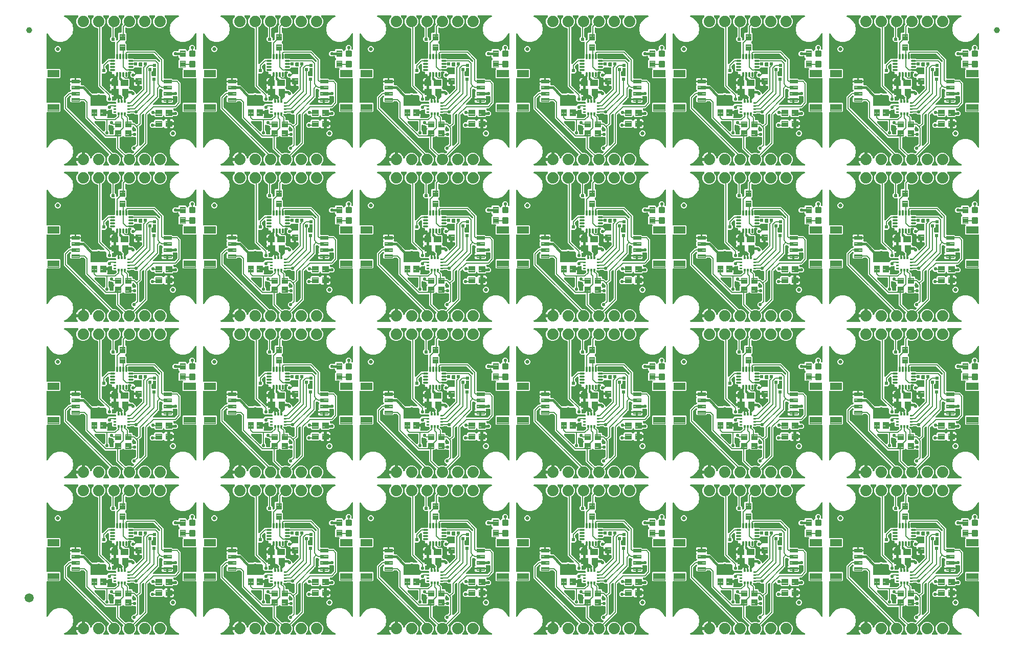
<source format=gtl>
G04 EAGLE Gerber RS-274X export*
G75*
%MOMM*%
%FSLAX34Y34*%
%LPD*%
%INTop Copper*%
%IPPOS*%
%AMOC8*
5,1,8,0,0,1.08239X$1,22.5*%
G01*
%ADD10C,0.100000*%
%ADD11C,0.635000*%
%ADD12C,1.879600*%
%ADD13C,0.096000*%
%ADD14C,0.102000*%
%ADD15C,0.300000*%
%ADD16C,0.225000*%
%ADD17C,1.000000*%
%ADD18C,1.500000*%
%ADD19C,0.203200*%
%ADD20C,0.558800*%
%ADD21C,0.604000*%
%ADD22C,0.406400*%

G36*
X1348996Y2812D02*
X1348996Y2812D01*
X1349134Y2825D01*
X1349153Y2832D01*
X1349173Y2835D01*
X1349302Y2886D01*
X1349433Y2933D01*
X1349450Y2944D01*
X1349468Y2952D01*
X1349581Y3033D01*
X1349696Y3112D01*
X1349710Y3127D01*
X1349726Y3138D01*
X1349815Y3246D01*
X1349907Y3350D01*
X1349916Y3368D01*
X1349929Y3383D01*
X1349988Y3509D01*
X1350051Y3634D01*
X1350056Y3653D01*
X1350064Y3671D01*
X1350090Y3808D01*
X1350121Y3944D01*
X1350120Y3964D01*
X1350124Y3983D01*
X1350115Y4122D01*
X1350111Y4262D01*
X1350105Y4281D01*
X1350104Y4301D01*
X1350061Y4433D01*
X1350022Y4567D01*
X1350012Y4584D01*
X1350006Y4603D01*
X1349931Y4721D01*
X1349861Y4841D01*
X1349842Y4862D01*
X1349836Y4872D01*
X1349821Y4886D01*
X1349816Y4892D01*
X1348689Y6443D01*
X1347836Y8117D01*
X1347255Y9904D01*
X1347215Y10161D01*
X1357630Y10161D01*
X1357748Y10176D01*
X1357867Y10183D01*
X1357905Y10196D01*
X1357945Y10201D01*
X1358056Y10244D01*
X1358169Y10281D01*
X1358203Y10303D01*
X1358241Y10318D01*
X1358337Y10388D01*
X1358438Y10451D01*
X1358466Y10481D01*
X1358498Y10504D01*
X1358574Y10596D01*
X1358656Y10683D01*
X1358675Y10718D01*
X1358701Y10749D01*
X1358752Y10857D01*
X1358809Y10961D01*
X1358820Y11001D01*
X1358837Y11037D01*
X1358859Y11154D01*
X1358889Y11269D01*
X1358893Y11330D01*
X1358897Y11350D01*
X1358895Y11370D01*
X1358899Y11430D01*
X1358899Y12701D01*
X1360170Y12701D01*
X1360288Y12716D01*
X1360407Y12723D01*
X1360445Y12736D01*
X1360485Y12741D01*
X1360596Y12785D01*
X1360709Y12821D01*
X1360744Y12843D01*
X1360781Y12858D01*
X1360877Y12928D01*
X1360978Y12991D01*
X1361006Y13021D01*
X1361039Y13045D01*
X1361114Y13136D01*
X1361196Y13223D01*
X1361216Y13258D01*
X1361241Y13290D01*
X1361292Y13397D01*
X1361350Y13502D01*
X1361360Y13541D01*
X1361377Y13577D01*
X1361399Y13694D01*
X1361429Y13809D01*
X1361433Y13870D01*
X1361437Y13890D01*
X1361435Y13910D01*
X1361439Y13970D01*
X1361439Y24385D01*
X1361696Y24345D01*
X1363483Y23764D01*
X1365157Y22911D01*
X1366678Y21806D01*
X1368006Y20478D01*
X1369111Y18957D01*
X1369964Y17283D01*
X1370545Y15496D01*
X1370620Y15023D01*
X1370655Y14900D01*
X1370686Y14774D01*
X1370700Y14747D01*
X1370708Y14718D01*
X1370774Y14607D01*
X1370834Y14493D01*
X1370855Y14470D01*
X1370870Y14444D01*
X1370962Y14353D01*
X1371048Y14257D01*
X1371074Y14241D01*
X1371095Y14219D01*
X1371206Y14153D01*
X1371314Y14082D01*
X1371343Y14073D01*
X1371369Y14057D01*
X1371493Y14021D01*
X1371615Y13979D01*
X1371645Y13977D01*
X1371674Y13968D01*
X1371803Y13964D01*
X1371932Y13954D01*
X1371962Y13959D01*
X1371992Y13958D01*
X1372118Y13986D01*
X1372245Y14008D01*
X1372273Y14021D01*
X1372302Y14027D01*
X1372417Y14086D01*
X1372535Y14139D01*
X1372559Y14158D01*
X1372586Y14171D01*
X1372682Y14257D01*
X1372784Y14338D01*
X1372802Y14362D01*
X1372824Y14382D01*
X1372897Y14488D01*
X1372975Y14592D01*
X1372994Y14630D01*
X1373003Y14644D01*
X1373011Y14665D01*
X1373046Y14736D01*
X1374825Y19031D01*
X1377969Y22175D01*
X1382077Y23877D01*
X1386523Y23877D01*
X1390631Y22175D01*
X1393775Y19031D01*
X1395477Y14923D01*
X1395477Y10477D01*
X1393775Y6369D01*
X1392368Y4961D01*
X1392282Y4852D01*
X1392194Y4745D01*
X1392185Y4726D01*
X1392173Y4710D01*
X1392117Y4582D01*
X1392058Y4457D01*
X1392055Y4437D01*
X1392046Y4418D01*
X1392025Y4280D01*
X1391999Y4144D01*
X1392000Y4124D01*
X1391997Y4104D01*
X1392010Y3965D01*
X1392018Y3827D01*
X1392025Y3808D01*
X1392026Y3788D01*
X1392074Y3656D01*
X1392116Y3525D01*
X1392127Y3507D01*
X1392134Y3488D01*
X1392212Y3373D01*
X1392286Y3256D01*
X1392301Y3242D01*
X1392313Y3225D01*
X1392417Y3133D01*
X1392518Y3038D01*
X1392536Y3028D01*
X1392551Y3015D01*
X1392675Y2951D01*
X1392797Y2884D01*
X1392816Y2879D01*
X1392834Y2870D01*
X1392970Y2840D01*
X1393105Y2805D01*
X1393133Y2803D01*
X1393145Y2800D01*
X1393165Y2801D01*
X1393265Y2795D01*
X1400735Y2795D01*
X1400873Y2812D01*
X1401011Y2825D01*
X1401030Y2832D01*
X1401050Y2835D01*
X1401180Y2886D01*
X1401310Y2933D01*
X1401327Y2944D01*
X1401346Y2952D01*
X1401458Y3033D01*
X1401574Y3111D01*
X1401587Y3127D01*
X1401603Y3138D01*
X1401692Y3246D01*
X1401784Y3350D01*
X1401793Y3368D01*
X1401806Y3383D01*
X1401865Y3509D01*
X1401929Y3633D01*
X1401933Y3653D01*
X1401942Y3671D01*
X1401968Y3808D01*
X1401998Y3943D01*
X1401998Y3964D01*
X1402001Y3983D01*
X1401993Y4122D01*
X1401989Y4261D01*
X1401983Y4281D01*
X1401982Y4301D01*
X1401939Y4433D01*
X1401900Y4567D01*
X1401890Y4584D01*
X1401884Y4603D01*
X1401809Y4721D01*
X1401739Y4841D01*
X1401720Y4862D01*
X1401714Y4872D01*
X1401699Y4886D01*
X1401632Y4961D01*
X1400225Y6369D01*
X1398523Y10477D01*
X1398523Y14923D01*
X1400225Y19031D01*
X1401463Y20269D01*
X1401536Y20364D01*
X1401615Y20453D01*
X1401633Y20489D01*
X1401658Y20521D01*
X1401705Y20630D01*
X1401760Y20736D01*
X1401768Y20775D01*
X1401784Y20813D01*
X1401803Y20930D01*
X1401829Y21046D01*
X1401828Y21087D01*
X1401834Y21127D01*
X1401823Y21245D01*
X1401820Y21364D01*
X1401808Y21403D01*
X1401805Y21443D01*
X1401764Y21556D01*
X1401731Y21670D01*
X1401711Y21704D01*
X1401697Y21743D01*
X1401630Y21841D01*
X1401570Y21944D01*
X1401530Y21989D01*
X1401518Y22006D01*
X1401503Y22019D01*
X1401463Y22064D01*
X1328904Y94624D01*
X1326895Y96632D01*
X1326895Y116728D01*
X1334882Y124715D01*
X1336422Y124715D01*
X1336520Y124727D01*
X1336619Y124730D01*
X1336678Y124747D01*
X1336738Y124755D01*
X1336830Y124791D01*
X1336925Y124819D01*
X1336977Y124849D01*
X1337033Y124872D01*
X1337114Y124930D01*
X1337199Y124980D01*
X1337274Y125046D01*
X1337291Y125058D01*
X1337299Y125068D01*
X1337320Y125086D01*
X1338336Y126102D01*
X1338409Y126197D01*
X1338488Y126286D01*
X1338506Y126322D01*
X1338531Y126354D01*
X1338578Y126463D01*
X1338632Y126569D01*
X1338641Y126608D01*
X1338657Y126646D01*
X1338676Y126763D01*
X1338702Y126879D01*
X1338701Y126920D01*
X1338707Y126960D01*
X1338696Y127078D01*
X1338692Y127197D01*
X1338681Y127236D01*
X1338677Y127276D01*
X1338637Y127389D01*
X1338604Y127503D01*
X1338583Y127537D01*
X1338569Y127576D01*
X1338503Y127674D01*
X1338442Y127777D01*
X1338402Y127822D01*
X1338391Y127839D01*
X1338376Y127852D01*
X1338336Y127897D01*
X1337671Y128562D01*
X1337671Y135438D01*
X1337797Y135564D01*
X1337870Y135658D01*
X1337949Y135747D01*
X1337967Y135783D01*
X1337992Y135815D01*
X1338039Y135924D01*
X1338093Y136030D01*
X1338102Y136070D01*
X1338118Y136107D01*
X1338137Y136225D01*
X1338163Y136341D01*
X1338162Y136381D01*
X1338168Y136421D01*
X1338157Y136540D01*
X1338153Y136658D01*
X1338142Y136697D01*
X1338138Y136738D01*
X1338098Y136850D01*
X1338065Y136964D01*
X1338044Y136999D01*
X1338031Y137037D01*
X1337964Y137135D01*
X1337903Y137238D01*
X1337863Y137283D01*
X1337852Y137300D01*
X1337837Y137313D01*
X1337797Y137359D01*
X1337519Y137637D01*
X1337117Y138332D01*
X1336909Y139108D01*
X1336909Y140501D01*
X1345970Y140501D01*
X1346088Y140516D01*
X1346207Y140523D01*
X1346214Y140525D01*
X1346270Y140511D01*
X1346330Y140507D01*
X1346350Y140503D01*
X1346370Y140505D01*
X1346430Y140501D01*
X1355491Y140501D01*
X1355491Y139108D01*
X1355283Y138332D01*
X1354926Y137715D01*
X1354875Y137592D01*
X1354818Y137473D01*
X1354813Y137446D01*
X1354803Y137421D01*
X1354783Y137290D01*
X1354759Y137160D01*
X1354760Y137134D01*
X1354756Y137107D01*
X1354770Y136975D01*
X1354778Y136843D01*
X1354787Y136817D01*
X1354790Y136791D01*
X1354836Y136666D01*
X1354876Y136541D01*
X1354891Y136518D01*
X1354900Y136492D01*
X1354976Y136383D01*
X1355047Y136272D01*
X1355066Y136253D01*
X1355082Y136231D01*
X1355182Y136145D01*
X1355278Y136054D01*
X1355302Y136041D01*
X1355322Y136023D01*
X1355441Y135964D01*
X1355557Y135900D01*
X1355583Y135894D01*
X1355607Y135882D01*
X1355737Y135854D01*
X1355865Y135821D01*
X1355903Y135819D01*
X1355918Y135815D01*
X1355940Y135816D01*
X1356025Y135811D01*
X1360558Y135811D01*
X1374077Y122292D01*
X1374155Y122232D01*
X1374227Y122164D01*
X1374280Y122135D01*
X1374328Y122098D01*
X1374419Y122058D01*
X1374506Y122010D01*
X1374564Y121995D01*
X1374620Y121971D01*
X1374718Y121956D01*
X1374814Y121931D01*
X1374914Y121925D01*
X1374934Y121921D01*
X1374946Y121923D01*
X1374974Y121921D01*
X1381118Y121921D01*
X1381216Y121933D01*
X1381315Y121936D01*
X1381374Y121953D01*
X1381434Y121961D01*
X1381526Y121997D01*
X1381621Y122025D01*
X1381673Y122055D01*
X1381729Y122078D01*
X1381809Y122136D01*
X1381895Y122186D01*
X1381970Y122252D01*
X1381987Y122264D01*
X1381995Y122274D01*
X1382016Y122292D01*
X1382406Y122683D01*
X1386194Y122683D01*
X1386838Y122038D01*
X1386917Y121978D01*
X1386989Y121910D01*
X1387042Y121881D01*
X1387090Y121844D01*
X1387181Y121804D01*
X1387267Y121756D01*
X1387326Y121741D01*
X1387381Y121717D01*
X1387479Y121702D01*
X1387575Y121677D01*
X1387675Y121671D01*
X1387696Y121667D01*
X1387708Y121669D01*
X1387736Y121667D01*
X1392777Y121667D01*
X1392914Y121684D01*
X1393053Y121697D01*
X1393072Y121704D01*
X1393092Y121707D01*
X1393221Y121758D01*
X1393352Y121805D01*
X1393369Y121816D01*
X1393388Y121824D01*
X1393500Y121905D01*
X1393615Y121983D01*
X1393629Y121999D01*
X1393645Y122010D01*
X1393734Y122117D01*
X1393826Y122222D01*
X1393835Y122240D01*
X1393848Y122255D01*
X1393907Y122381D01*
X1393971Y122505D01*
X1393975Y122525D01*
X1393984Y122543D01*
X1394010Y122679D01*
X1394040Y122815D01*
X1394040Y122836D01*
X1394043Y122855D01*
X1394035Y122994D01*
X1394031Y123133D01*
X1394025Y123153D01*
X1394024Y123173D01*
X1393981Y123305D01*
X1393942Y123439D01*
X1393932Y123456D01*
X1393926Y123475D01*
X1393851Y123593D01*
X1393781Y123713D01*
X1393762Y123734D01*
X1393755Y123744D01*
X1393740Y123758D01*
X1393674Y123833D01*
X1385828Y131680D01*
X1383819Y133688D01*
X1383819Y228854D01*
X1383804Y228972D01*
X1383797Y229091D01*
X1383784Y229129D01*
X1383779Y229170D01*
X1383736Y229280D01*
X1383699Y229393D01*
X1383677Y229428D01*
X1383662Y229465D01*
X1383593Y229561D01*
X1383529Y229662D01*
X1383499Y229690D01*
X1383476Y229723D01*
X1383384Y229799D01*
X1383297Y229880D01*
X1383262Y229900D01*
X1383231Y229925D01*
X1383123Y229976D01*
X1383019Y230034D01*
X1382979Y230044D01*
X1382943Y230061D01*
X1382826Y230083D01*
X1382711Y230113D01*
X1382651Y230117D01*
X1382631Y230121D01*
X1382610Y230119D01*
X1382550Y230123D01*
X1382077Y230123D01*
X1377969Y231825D01*
X1374825Y234969D01*
X1373123Y239077D01*
X1373123Y243523D01*
X1374825Y247631D01*
X1376232Y249039D01*
X1376318Y249148D01*
X1376406Y249255D01*
X1376415Y249274D01*
X1376427Y249290D01*
X1376483Y249418D01*
X1376542Y249543D01*
X1376545Y249563D01*
X1376554Y249582D01*
X1376575Y249720D01*
X1376601Y249856D01*
X1376600Y249876D01*
X1376603Y249896D01*
X1376590Y250035D01*
X1376582Y250173D01*
X1376575Y250192D01*
X1376574Y250212D01*
X1376526Y250344D01*
X1376484Y250475D01*
X1376473Y250493D01*
X1376466Y250512D01*
X1376388Y250627D01*
X1376314Y250744D01*
X1376299Y250758D01*
X1376287Y250775D01*
X1376183Y250867D01*
X1376082Y250962D01*
X1376064Y250972D01*
X1376049Y250985D01*
X1375925Y251049D01*
X1375803Y251116D01*
X1375784Y251121D01*
X1375766Y251130D01*
X1375630Y251160D01*
X1375495Y251195D01*
X1375467Y251197D01*
X1375455Y251200D01*
X1375435Y251199D01*
X1375335Y251205D01*
X1367865Y251205D01*
X1367727Y251188D01*
X1367589Y251175D01*
X1367570Y251168D01*
X1367550Y251165D01*
X1367420Y251114D01*
X1367290Y251067D01*
X1367273Y251056D01*
X1367254Y251048D01*
X1367142Y250967D01*
X1367026Y250889D01*
X1367013Y250873D01*
X1366997Y250862D01*
X1366908Y250754D01*
X1366816Y250650D01*
X1366807Y250632D01*
X1366794Y250617D01*
X1366735Y250491D01*
X1366671Y250367D01*
X1366667Y250347D01*
X1366658Y250329D01*
X1366632Y250192D01*
X1366602Y250057D01*
X1366602Y250036D01*
X1366599Y250017D01*
X1366607Y249878D01*
X1366611Y249739D01*
X1366617Y249719D01*
X1366618Y249699D01*
X1366661Y249567D01*
X1366700Y249433D01*
X1366710Y249416D01*
X1366716Y249397D01*
X1366791Y249279D01*
X1366861Y249159D01*
X1366880Y249138D01*
X1366886Y249128D01*
X1366901Y249114D01*
X1366968Y249039D01*
X1368375Y247631D01*
X1370077Y243523D01*
X1370077Y239077D01*
X1368375Y234969D01*
X1365231Y231825D01*
X1361123Y230123D01*
X1356677Y230123D01*
X1352569Y231825D01*
X1349425Y234969D01*
X1347723Y239077D01*
X1347723Y243523D01*
X1349425Y247631D01*
X1350832Y249039D01*
X1350918Y249148D01*
X1351006Y249255D01*
X1351015Y249274D01*
X1351027Y249290D01*
X1351083Y249418D01*
X1351142Y249543D01*
X1351145Y249563D01*
X1351154Y249582D01*
X1351175Y249720D01*
X1351201Y249856D01*
X1351200Y249876D01*
X1351203Y249896D01*
X1351190Y250035D01*
X1351182Y250173D01*
X1351175Y250192D01*
X1351174Y250212D01*
X1351126Y250344D01*
X1351084Y250475D01*
X1351073Y250493D01*
X1351066Y250512D01*
X1350988Y250627D01*
X1350914Y250744D01*
X1350899Y250758D01*
X1350887Y250775D01*
X1350783Y250867D01*
X1350682Y250962D01*
X1350664Y250972D01*
X1350649Y250985D01*
X1350525Y251049D01*
X1350403Y251116D01*
X1350384Y251121D01*
X1350366Y251130D01*
X1350230Y251160D01*
X1350095Y251195D01*
X1350067Y251197D01*
X1350055Y251200D01*
X1350035Y251199D01*
X1349935Y251205D01*
X1328275Y251205D01*
X1328179Y251193D01*
X1328081Y251190D01*
X1328021Y251173D01*
X1327960Y251165D01*
X1327869Y251130D01*
X1327775Y251103D01*
X1327722Y251071D01*
X1327664Y251048D01*
X1327585Y250991D01*
X1327501Y250942D01*
X1327457Y250898D01*
X1327407Y250862D01*
X1327344Y250786D01*
X1327275Y250718D01*
X1327243Y250665D01*
X1327204Y250617D01*
X1327162Y250529D01*
X1327112Y250445D01*
X1327095Y250385D01*
X1327068Y250329D01*
X1327050Y250233D01*
X1327022Y250140D01*
X1327020Y250078D01*
X1327008Y250017D01*
X1327014Y249919D01*
X1327011Y249822D01*
X1327024Y249761D01*
X1327028Y249699D01*
X1327058Y249607D01*
X1327079Y249511D01*
X1327107Y249456D01*
X1327126Y249397D01*
X1327178Y249314D01*
X1327222Y249227D01*
X1327263Y249181D01*
X1327296Y249128D01*
X1327367Y249061D01*
X1327431Y248988D01*
X1327483Y248953D01*
X1327528Y248910D01*
X1327613Y248863D01*
X1327694Y248808D01*
X1327789Y248766D01*
X1327807Y248756D01*
X1327817Y248754D01*
X1327841Y248743D01*
X1331633Y247363D01*
X1337397Y242527D01*
X1341159Y236010D01*
X1342466Y228600D01*
X1341159Y221190D01*
X1337397Y214674D01*
X1331633Y209837D01*
X1324562Y207263D01*
X1317038Y207263D01*
X1309967Y209837D01*
X1304203Y214673D01*
X1300563Y220978D01*
X1300475Y221094D01*
X1300390Y221212D01*
X1300379Y221220D01*
X1300371Y221231D01*
X1300257Y221321D01*
X1300145Y221415D01*
X1300132Y221420D01*
X1300122Y221429D01*
X1299988Y221488D01*
X1299857Y221550D01*
X1299844Y221553D01*
X1299831Y221558D01*
X1299687Y221583D01*
X1299544Y221610D01*
X1299531Y221609D01*
X1299518Y221611D01*
X1299372Y221599D01*
X1299227Y221590D01*
X1299214Y221586D01*
X1299201Y221585D01*
X1299063Y221537D01*
X1298925Y221492D01*
X1298913Y221485D01*
X1298900Y221480D01*
X1298779Y221400D01*
X1298656Y221322D01*
X1298647Y221312D01*
X1298635Y221305D01*
X1298538Y221196D01*
X1298438Y221090D01*
X1298431Y221078D01*
X1298422Y221068D01*
X1298355Y220940D01*
X1298284Y220812D01*
X1298281Y220799D01*
X1298275Y220787D01*
X1298241Y220645D01*
X1298205Y220504D01*
X1298204Y220485D01*
X1298202Y220477D01*
X1298202Y220460D01*
X1298195Y220343D01*
X1298195Y164048D01*
X1298210Y163930D01*
X1298217Y163811D01*
X1298230Y163773D01*
X1298235Y163732D01*
X1298278Y163622D01*
X1298315Y163509D01*
X1298337Y163474D01*
X1298352Y163437D01*
X1298421Y163341D01*
X1298485Y163240D01*
X1298515Y163212D01*
X1298538Y163179D01*
X1298630Y163103D01*
X1298717Y163022D01*
X1298752Y163002D01*
X1298783Y162977D01*
X1298891Y162926D01*
X1298995Y162868D01*
X1299035Y162858D01*
X1299071Y162841D01*
X1299188Y162819D01*
X1299303Y162789D01*
X1299363Y162785D01*
X1299383Y162781D01*
X1299404Y162783D01*
X1299464Y162779D01*
X1319906Y162779D01*
X1321229Y161456D01*
X1321229Y148544D01*
X1319906Y147221D01*
X1299464Y147221D01*
X1299346Y147206D01*
X1299227Y147199D01*
X1299189Y147186D01*
X1299148Y147181D01*
X1299038Y147138D01*
X1298925Y147101D01*
X1298890Y147079D01*
X1298853Y147064D01*
X1298757Y146995D01*
X1298656Y146931D01*
X1298628Y146901D01*
X1298595Y146878D01*
X1298519Y146786D01*
X1298438Y146699D01*
X1298418Y146664D01*
X1298393Y146633D01*
X1298342Y146525D01*
X1298284Y146421D01*
X1298274Y146381D01*
X1298257Y146345D01*
X1298235Y146228D01*
X1298205Y146113D01*
X1298201Y146053D01*
X1298197Y146033D01*
X1298199Y146012D01*
X1298195Y145952D01*
X1298195Y108048D01*
X1298210Y107930D01*
X1298217Y107811D01*
X1298230Y107773D01*
X1298235Y107732D01*
X1298278Y107622D01*
X1298315Y107509D01*
X1298337Y107474D01*
X1298352Y107437D01*
X1298421Y107341D01*
X1298485Y107240D01*
X1298515Y107212D01*
X1298538Y107179D01*
X1298630Y107103D01*
X1298717Y107022D01*
X1298752Y107002D01*
X1298783Y106977D01*
X1298891Y106926D01*
X1298995Y106868D01*
X1299035Y106858D01*
X1299071Y106841D01*
X1299188Y106819D01*
X1299303Y106789D01*
X1299363Y106785D01*
X1299383Y106781D01*
X1299404Y106783D01*
X1299464Y106779D01*
X1319906Y106779D01*
X1321229Y105456D01*
X1321229Y92544D01*
X1319906Y91221D01*
X1299464Y91221D01*
X1299346Y91206D01*
X1299227Y91199D01*
X1299189Y91186D01*
X1299148Y91181D01*
X1299038Y91138D01*
X1298925Y91101D01*
X1298890Y91079D01*
X1298853Y91064D01*
X1298757Y90995D01*
X1298656Y90931D01*
X1298628Y90901D01*
X1298595Y90878D01*
X1298519Y90786D01*
X1298438Y90699D01*
X1298418Y90664D01*
X1298393Y90633D01*
X1298342Y90525D01*
X1298284Y90421D01*
X1298274Y90381D01*
X1298257Y90345D01*
X1298235Y90228D01*
X1298205Y90113D01*
X1298201Y90053D01*
X1298197Y90033D01*
X1298199Y90012D01*
X1298195Y89952D01*
X1298195Y33657D01*
X1298213Y33513D01*
X1298228Y33367D01*
X1298233Y33355D01*
X1298235Y33341D01*
X1298288Y33206D01*
X1298339Y33069D01*
X1298347Y33058D01*
X1298352Y33046D01*
X1298437Y32928D01*
X1298520Y32808D01*
X1298530Y32799D01*
X1298538Y32788D01*
X1298651Y32695D01*
X1298761Y32600D01*
X1298773Y32594D01*
X1298783Y32586D01*
X1298915Y32524D01*
X1299046Y32459D01*
X1299059Y32456D01*
X1299071Y32450D01*
X1299213Y32423D01*
X1299357Y32392D01*
X1299370Y32393D01*
X1299383Y32390D01*
X1299528Y32399D01*
X1299674Y32405D01*
X1299687Y32409D01*
X1299701Y32410D01*
X1299839Y32455D01*
X1299979Y32497D01*
X1299991Y32504D01*
X1300003Y32508D01*
X1300127Y32586D01*
X1300251Y32661D01*
X1300261Y32671D01*
X1300272Y32678D01*
X1300372Y32784D01*
X1300474Y32888D01*
X1300484Y32904D01*
X1300490Y32910D01*
X1300498Y32925D01*
X1300563Y33022D01*
X1304203Y39326D01*
X1309967Y44163D01*
X1317038Y46737D01*
X1324562Y46737D01*
X1331633Y44163D01*
X1337397Y39327D01*
X1341159Y32810D01*
X1342466Y25400D01*
X1341159Y17990D01*
X1337397Y11474D01*
X1331633Y6637D01*
X1327841Y5257D01*
X1327754Y5212D01*
X1327664Y5176D01*
X1327614Y5140D01*
X1327558Y5111D01*
X1327485Y5047D01*
X1327407Y4990D01*
X1327367Y4942D01*
X1327320Y4900D01*
X1327266Y4820D01*
X1327204Y4745D01*
X1327177Y4688D01*
X1327142Y4637D01*
X1327110Y4545D01*
X1327068Y4457D01*
X1327057Y4396D01*
X1327036Y4337D01*
X1327027Y4240D01*
X1327008Y4144D01*
X1327012Y4082D01*
X1327007Y4020D01*
X1327022Y3924D01*
X1327028Y3827D01*
X1327047Y3768D01*
X1327057Y3706D01*
X1327096Y3617D01*
X1327126Y3525D01*
X1327160Y3472D01*
X1327184Y3415D01*
X1327244Y3338D01*
X1327296Y3256D01*
X1327342Y3213D01*
X1327380Y3164D01*
X1327457Y3105D01*
X1327528Y3038D01*
X1327583Y3008D01*
X1327632Y2970D01*
X1327721Y2931D01*
X1327807Y2884D01*
X1327867Y2869D01*
X1327924Y2844D01*
X1328020Y2829D01*
X1328114Y2805D01*
X1328219Y2798D01*
X1328238Y2795D01*
X1328250Y2796D01*
X1328275Y2795D01*
X1348857Y2795D01*
X1348996Y2812D01*
G37*
G36*
X830836Y780052D02*
X830836Y780052D01*
X830974Y780065D01*
X830993Y780072D01*
X831013Y780075D01*
X831142Y780126D01*
X831273Y780173D01*
X831290Y780184D01*
X831308Y780192D01*
X831421Y780273D01*
X831536Y780352D01*
X831550Y780367D01*
X831566Y780378D01*
X831655Y780486D01*
X831747Y780590D01*
X831756Y780608D01*
X831769Y780623D01*
X831828Y780749D01*
X831891Y780874D01*
X831896Y780893D01*
X831904Y780911D01*
X831930Y781048D01*
X831961Y781184D01*
X831960Y781204D01*
X831964Y781223D01*
X831955Y781362D01*
X831951Y781502D01*
X831945Y781521D01*
X831944Y781541D01*
X831901Y781673D01*
X831862Y781807D01*
X831852Y781824D01*
X831846Y781843D01*
X831771Y781961D01*
X831701Y782081D01*
X831682Y782102D01*
X831676Y782112D01*
X831661Y782126D01*
X831656Y782132D01*
X830529Y783683D01*
X829676Y785357D01*
X829095Y787144D01*
X829055Y787401D01*
X839470Y787401D01*
X839588Y787416D01*
X839707Y787423D01*
X839745Y787436D01*
X839785Y787441D01*
X839896Y787484D01*
X840009Y787521D01*
X840043Y787543D01*
X840081Y787558D01*
X840177Y787628D01*
X840278Y787691D01*
X840306Y787721D01*
X840338Y787744D01*
X840414Y787836D01*
X840496Y787923D01*
X840515Y787958D01*
X840541Y787989D01*
X840592Y788097D01*
X840649Y788201D01*
X840660Y788241D01*
X840677Y788277D01*
X840699Y788394D01*
X840729Y788509D01*
X840733Y788570D01*
X840737Y788590D01*
X840735Y788610D01*
X840739Y788670D01*
X840739Y789941D01*
X842010Y789941D01*
X842128Y789956D01*
X842247Y789963D01*
X842285Y789976D01*
X842325Y789981D01*
X842436Y790025D01*
X842549Y790061D01*
X842584Y790083D01*
X842621Y790098D01*
X842717Y790168D01*
X842818Y790231D01*
X842846Y790261D01*
X842879Y790285D01*
X842954Y790376D01*
X843036Y790463D01*
X843056Y790498D01*
X843081Y790530D01*
X843132Y790637D01*
X843190Y790742D01*
X843200Y790781D01*
X843217Y790817D01*
X843239Y790934D01*
X843269Y791049D01*
X843273Y791110D01*
X843277Y791130D01*
X843275Y791150D01*
X843279Y791210D01*
X843279Y801625D01*
X843536Y801585D01*
X845323Y801004D01*
X846997Y800151D01*
X848518Y799046D01*
X849846Y797718D01*
X850951Y796197D01*
X851804Y794523D01*
X852385Y792736D01*
X852460Y792263D01*
X852495Y792140D01*
X852526Y792014D01*
X852540Y791987D01*
X852548Y791958D01*
X852614Y791847D01*
X852674Y791733D01*
X852695Y791710D01*
X852710Y791684D01*
X852802Y791593D01*
X852888Y791497D01*
X852914Y791481D01*
X852935Y791459D01*
X853046Y791393D01*
X853154Y791322D01*
X853183Y791313D01*
X853209Y791297D01*
X853333Y791261D01*
X853455Y791219D01*
X853485Y791217D01*
X853514Y791208D01*
X853643Y791204D01*
X853772Y791194D01*
X853802Y791199D01*
X853832Y791198D01*
X853958Y791226D01*
X854085Y791248D01*
X854113Y791261D01*
X854142Y791267D01*
X854257Y791326D01*
X854375Y791379D01*
X854399Y791398D01*
X854426Y791411D01*
X854522Y791497D01*
X854624Y791578D01*
X854642Y791602D01*
X854664Y791622D01*
X854737Y791728D01*
X854815Y791832D01*
X854834Y791870D01*
X854843Y791884D01*
X854851Y791905D01*
X854886Y791976D01*
X856665Y796271D01*
X859809Y799415D01*
X863917Y801117D01*
X868363Y801117D01*
X872471Y799415D01*
X875615Y796271D01*
X877317Y792163D01*
X877317Y787717D01*
X875615Y783609D01*
X874208Y782201D01*
X874122Y782092D01*
X874034Y781985D01*
X874025Y781966D01*
X874013Y781950D01*
X873957Y781822D01*
X873898Y781697D01*
X873895Y781677D01*
X873886Y781658D01*
X873865Y781520D01*
X873839Y781384D01*
X873840Y781364D01*
X873837Y781344D01*
X873850Y781205D01*
X873858Y781067D01*
X873865Y781048D01*
X873866Y781028D01*
X873914Y780896D01*
X873956Y780765D01*
X873967Y780747D01*
X873974Y780728D01*
X874052Y780613D01*
X874126Y780496D01*
X874141Y780482D01*
X874153Y780465D01*
X874257Y780373D01*
X874358Y780278D01*
X874376Y780268D01*
X874391Y780255D01*
X874515Y780191D01*
X874637Y780124D01*
X874656Y780119D01*
X874674Y780110D01*
X874810Y780080D01*
X874945Y780045D01*
X874973Y780043D01*
X874985Y780040D01*
X875005Y780041D01*
X875105Y780035D01*
X882575Y780035D01*
X882713Y780052D01*
X882851Y780065D01*
X882870Y780072D01*
X882890Y780075D01*
X883020Y780126D01*
X883150Y780173D01*
X883167Y780184D01*
X883186Y780192D01*
X883298Y780273D01*
X883414Y780351D01*
X883427Y780367D01*
X883443Y780378D01*
X883532Y780486D01*
X883624Y780590D01*
X883633Y780608D01*
X883646Y780623D01*
X883705Y780749D01*
X883769Y780873D01*
X883773Y780893D01*
X883782Y780911D01*
X883808Y781048D01*
X883838Y781183D01*
X883838Y781204D01*
X883841Y781223D01*
X883833Y781362D01*
X883829Y781501D01*
X883823Y781521D01*
X883822Y781541D01*
X883779Y781673D01*
X883740Y781807D01*
X883730Y781824D01*
X883724Y781843D01*
X883649Y781961D01*
X883579Y782081D01*
X883560Y782102D01*
X883554Y782112D01*
X883539Y782126D01*
X883472Y782201D01*
X882065Y783609D01*
X880363Y787717D01*
X880363Y792163D01*
X882065Y796271D01*
X883303Y797509D01*
X883376Y797604D01*
X883455Y797693D01*
X883473Y797729D01*
X883498Y797761D01*
X883545Y797870D01*
X883600Y797976D01*
X883608Y798015D01*
X883624Y798053D01*
X883643Y798170D01*
X883669Y798286D01*
X883668Y798327D01*
X883674Y798367D01*
X883663Y798485D01*
X883660Y798604D01*
X883648Y798643D01*
X883645Y798683D01*
X883604Y798796D01*
X883571Y798910D01*
X883551Y798944D01*
X883537Y798983D01*
X883470Y799081D01*
X883410Y799184D01*
X883370Y799229D01*
X883358Y799246D01*
X883343Y799259D01*
X883303Y799304D01*
X808735Y873872D01*
X808735Y893968D01*
X810744Y895976D01*
X816722Y901955D01*
X818262Y901955D01*
X818360Y901967D01*
X818459Y901970D01*
X818518Y901987D01*
X818578Y901995D01*
X818670Y902031D01*
X818765Y902059D01*
X818817Y902089D01*
X818873Y902112D01*
X818954Y902170D01*
X819039Y902220D01*
X819114Y902286D01*
X819131Y902298D01*
X819139Y902308D01*
X819160Y902326D01*
X820176Y903342D01*
X820249Y903437D01*
X820328Y903526D01*
X820346Y903562D01*
X820371Y903594D01*
X820418Y903703D01*
X820472Y903809D01*
X820481Y903848D01*
X820497Y903886D01*
X820516Y904003D01*
X820542Y904119D01*
X820541Y904160D01*
X820547Y904200D01*
X820536Y904318D01*
X820532Y904437D01*
X820521Y904476D01*
X820517Y904516D01*
X820477Y904629D01*
X820444Y904743D01*
X820423Y904777D01*
X820409Y904816D01*
X820343Y904914D01*
X820282Y905017D01*
X820242Y905062D01*
X820231Y905079D01*
X820216Y905092D01*
X820176Y905137D01*
X819511Y905802D01*
X819511Y912678D01*
X819637Y912804D01*
X819710Y912898D01*
X819789Y912987D01*
X819807Y913023D01*
X819832Y913055D01*
X819879Y913164D01*
X819933Y913270D01*
X819942Y913310D01*
X819958Y913347D01*
X819977Y913465D01*
X820003Y913581D01*
X820002Y913621D01*
X820008Y913661D01*
X819997Y913780D01*
X819993Y913898D01*
X819982Y913937D01*
X819978Y913978D01*
X819938Y914090D01*
X819905Y914204D01*
X819884Y914239D01*
X819871Y914277D01*
X819804Y914375D01*
X819743Y914478D01*
X819703Y914523D01*
X819692Y914540D01*
X819677Y914553D01*
X819637Y914599D01*
X819359Y914877D01*
X818957Y915572D01*
X818749Y916348D01*
X818749Y917741D01*
X827810Y917741D01*
X827928Y917756D01*
X828047Y917763D01*
X828054Y917765D01*
X828110Y917751D01*
X828170Y917747D01*
X828190Y917743D01*
X828210Y917745D01*
X828270Y917741D01*
X837331Y917741D01*
X837331Y916348D01*
X837123Y915572D01*
X836766Y914955D01*
X836715Y914832D01*
X836658Y914713D01*
X836653Y914686D01*
X836643Y914661D01*
X836623Y914530D01*
X836599Y914400D01*
X836600Y914374D01*
X836596Y914347D01*
X836610Y914215D01*
X836618Y914083D01*
X836627Y914057D01*
X836630Y914031D01*
X836676Y913906D01*
X836716Y913781D01*
X836731Y913758D01*
X836740Y913732D01*
X836816Y913623D01*
X836887Y913512D01*
X836906Y913493D01*
X836922Y913471D01*
X837022Y913385D01*
X837118Y913294D01*
X837142Y913281D01*
X837162Y913263D01*
X837281Y913204D01*
X837397Y913140D01*
X837423Y913134D01*
X837447Y913122D01*
X837577Y913094D01*
X837705Y913061D01*
X837743Y913059D01*
X837758Y913055D01*
X837780Y913056D01*
X837865Y913051D01*
X842398Y913051D01*
X845002Y910447D01*
X855917Y899532D01*
X855995Y899472D01*
X856067Y899404D01*
X856120Y899375D01*
X856168Y899338D01*
X856259Y899298D01*
X856346Y899250D01*
X856404Y899235D01*
X856460Y899211D01*
X856558Y899196D01*
X856654Y899171D01*
X856754Y899165D01*
X856774Y899161D01*
X856786Y899163D01*
X856814Y899161D01*
X862958Y899161D01*
X863056Y899173D01*
X863155Y899176D01*
X863214Y899193D01*
X863274Y899201D01*
X863366Y899237D01*
X863461Y899265D01*
X863513Y899295D01*
X863569Y899318D01*
X863649Y899376D01*
X863735Y899426D01*
X863810Y899492D01*
X863827Y899504D01*
X863835Y899514D01*
X863856Y899532D01*
X864246Y899923D01*
X868034Y899923D01*
X868678Y899278D01*
X868757Y899218D01*
X868829Y899150D01*
X868882Y899121D01*
X868930Y899084D01*
X869021Y899044D01*
X869107Y898996D01*
X869166Y898981D01*
X869221Y898957D01*
X869319Y898942D01*
X869415Y898917D01*
X869515Y898911D01*
X869536Y898907D01*
X869548Y898909D01*
X869576Y898907D01*
X874617Y898907D01*
X874754Y898924D01*
X874893Y898937D01*
X874912Y898944D01*
X874932Y898947D01*
X875061Y898998D01*
X875192Y899045D01*
X875209Y899056D01*
X875228Y899064D01*
X875340Y899145D01*
X875455Y899223D01*
X875469Y899239D01*
X875485Y899250D01*
X875574Y899357D01*
X875666Y899462D01*
X875675Y899480D01*
X875688Y899495D01*
X875747Y899621D01*
X875811Y899745D01*
X875815Y899765D01*
X875824Y899783D01*
X875850Y899919D01*
X875880Y900055D01*
X875880Y900076D01*
X875883Y900095D01*
X875875Y900234D01*
X875871Y900373D01*
X875865Y900393D01*
X875864Y900413D01*
X875821Y900545D01*
X875782Y900679D01*
X875772Y900696D01*
X875766Y900715D01*
X875691Y900833D01*
X875621Y900953D01*
X875602Y900974D01*
X875595Y900984D01*
X875580Y900998D01*
X875514Y901073D01*
X867668Y908920D01*
X865659Y910928D01*
X865659Y1006094D01*
X865644Y1006212D01*
X865637Y1006331D01*
X865624Y1006369D01*
X865619Y1006410D01*
X865576Y1006520D01*
X865539Y1006633D01*
X865517Y1006668D01*
X865502Y1006705D01*
X865433Y1006801D01*
X865369Y1006902D01*
X865339Y1006930D01*
X865316Y1006963D01*
X865224Y1007039D01*
X865137Y1007120D01*
X865102Y1007140D01*
X865071Y1007165D01*
X864963Y1007216D01*
X864859Y1007274D01*
X864819Y1007284D01*
X864783Y1007301D01*
X864666Y1007323D01*
X864551Y1007353D01*
X864491Y1007357D01*
X864471Y1007361D01*
X864450Y1007359D01*
X864390Y1007363D01*
X863917Y1007363D01*
X859809Y1009065D01*
X856665Y1012209D01*
X854963Y1016317D01*
X854963Y1020763D01*
X856665Y1024871D01*
X858072Y1026279D01*
X858158Y1026388D01*
X858246Y1026495D01*
X858255Y1026514D01*
X858267Y1026530D01*
X858323Y1026658D01*
X858382Y1026783D01*
X858385Y1026803D01*
X858394Y1026822D01*
X858415Y1026960D01*
X858441Y1027096D01*
X858440Y1027116D01*
X858443Y1027136D01*
X858430Y1027275D01*
X858422Y1027413D01*
X858415Y1027432D01*
X858414Y1027452D01*
X858366Y1027584D01*
X858324Y1027715D01*
X858313Y1027733D01*
X858306Y1027752D01*
X858228Y1027867D01*
X858154Y1027984D01*
X858139Y1027998D01*
X858127Y1028015D01*
X858023Y1028107D01*
X857922Y1028202D01*
X857904Y1028212D01*
X857889Y1028225D01*
X857765Y1028289D01*
X857643Y1028356D01*
X857624Y1028361D01*
X857606Y1028370D01*
X857470Y1028400D01*
X857335Y1028435D01*
X857307Y1028437D01*
X857295Y1028440D01*
X857275Y1028439D01*
X857175Y1028445D01*
X849705Y1028445D01*
X849567Y1028428D01*
X849429Y1028415D01*
X849410Y1028408D01*
X849390Y1028405D01*
X849260Y1028354D01*
X849130Y1028307D01*
X849113Y1028296D01*
X849094Y1028288D01*
X848982Y1028207D01*
X848866Y1028129D01*
X848853Y1028113D01*
X848837Y1028102D01*
X848748Y1027994D01*
X848656Y1027890D01*
X848647Y1027872D01*
X848634Y1027857D01*
X848575Y1027731D01*
X848511Y1027607D01*
X848507Y1027587D01*
X848498Y1027569D01*
X848472Y1027432D01*
X848442Y1027297D01*
X848442Y1027276D01*
X848439Y1027257D01*
X848447Y1027118D01*
X848451Y1026979D01*
X848457Y1026959D01*
X848458Y1026939D01*
X848501Y1026807D01*
X848540Y1026673D01*
X848550Y1026656D01*
X848556Y1026637D01*
X848631Y1026519D01*
X848701Y1026399D01*
X848720Y1026378D01*
X848726Y1026368D01*
X848741Y1026354D01*
X848808Y1026279D01*
X850215Y1024871D01*
X851917Y1020763D01*
X851917Y1016317D01*
X850215Y1012209D01*
X847071Y1009065D01*
X842963Y1007363D01*
X838517Y1007363D01*
X834409Y1009065D01*
X831265Y1012209D01*
X829563Y1016317D01*
X829563Y1020763D01*
X831265Y1024871D01*
X832672Y1026279D01*
X832758Y1026388D01*
X832846Y1026495D01*
X832855Y1026514D01*
X832867Y1026530D01*
X832923Y1026658D01*
X832982Y1026783D01*
X832985Y1026803D01*
X832994Y1026822D01*
X833015Y1026960D01*
X833041Y1027096D01*
X833040Y1027116D01*
X833043Y1027136D01*
X833030Y1027275D01*
X833022Y1027413D01*
X833015Y1027432D01*
X833014Y1027452D01*
X832966Y1027584D01*
X832924Y1027715D01*
X832913Y1027733D01*
X832906Y1027752D01*
X832828Y1027867D01*
X832754Y1027984D01*
X832739Y1027998D01*
X832727Y1028015D01*
X832623Y1028107D01*
X832522Y1028202D01*
X832504Y1028212D01*
X832489Y1028225D01*
X832365Y1028289D01*
X832243Y1028356D01*
X832224Y1028361D01*
X832206Y1028370D01*
X832070Y1028400D01*
X831935Y1028435D01*
X831907Y1028437D01*
X831895Y1028440D01*
X831875Y1028439D01*
X831775Y1028445D01*
X810115Y1028445D01*
X810019Y1028433D01*
X809921Y1028430D01*
X809861Y1028413D01*
X809800Y1028405D01*
X809709Y1028370D01*
X809615Y1028343D01*
X809562Y1028311D01*
X809504Y1028288D01*
X809425Y1028231D01*
X809341Y1028182D01*
X809297Y1028138D01*
X809247Y1028102D01*
X809184Y1028026D01*
X809115Y1027958D01*
X809083Y1027905D01*
X809044Y1027857D01*
X809002Y1027769D01*
X808952Y1027685D01*
X808935Y1027625D01*
X808908Y1027569D01*
X808890Y1027473D01*
X808862Y1027380D01*
X808860Y1027318D01*
X808848Y1027257D01*
X808854Y1027159D01*
X808851Y1027062D01*
X808864Y1027001D01*
X808868Y1026939D01*
X808898Y1026847D01*
X808919Y1026751D01*
X808947Y1026696D01*
X808966Y1026637D01*
X809018Y1026554D01*
X809062Y1026467D01*
X809103Y1026421D01*
X809136Y1026368D01*
X809207Y1026301D01*
X809271Y1026228D01*
X809323Y1026193D01*
X809368Y1026150D01*
X809453Y1026103D01*
X809534Y1026048D01*
X809629Y1026006D01*
X809647Y1025996D01*
X809657Y1025994D01*
X809681Y1025983D01*
X813473Y1024603D01*
X819237Y1019767D01*
X822999Y1013250D01*
X824306Y1005840D01*
X822999Y998430D01*
X819237Y991914D01*
X813473Y987077D01*
X806402Y984503D01*
X798878Y984503D01*
X791807Y987077D01*
X786043Y991913D01*
X782403Y998218D01*
X782315Y998334D01*
X782230Y998452D01*
X782219Y998460D01*
X782211Y998471D01*
X782097Y998561D01*
X781985Y998655D01*
X781972Y998660D01*
X781962Y998669D01*
X781828Y998728D01*
X781697Y998790D01*
X781684Y998793D01*
X781671Y998798D01*
X781527Y998823D01*
X781384Y998850D01*
X781371Y998849D01*
X781358Y998851D01*
X781212Y998839D01*
X781067Y998830D01*
X781054Y998826D01*
X781041Y998825D01*
X780903Y998777D01*
X780765Y998732D01*
X780753Y998725D01*
X780740Y998720D01*
X780619Y998640D01*
X780496Y998562D01*
X780487Y998552D01*
X780475Y998545D01*
X780378Y998436D01*
X780278Y998330D01*
X780271Y998318D01*
X780262Y998308D01*
X780195Y998180D01*
X780124Y998052D01*
X780121Y998039D01*
X780115Y998027D01*
X780081Y997885D01*
X780045Y997744D01*
X780044Y997725D01*
X780042Y997717D01*
X780042Y997700D01*
X780035Y997583D01*
X780035Y941288D01*
X780050Y941170D01*
X780057Y941051D01*
X780070Y941013D01*
X780075Y940972D01*
X780118Y940862D01*
X780155Y940749D01*
X780177Y940714D01*
X780192Y940677D01*
X780261Y940581D01*
X780325Y940480D01*
X780355Y940452D01*
X780378Y940419D01*
X780470Y940343D01*
X780557Y940262D01*
X780592Y940242D01*
X780623Y940217D01*
X780731Y940166D01*
X780835Y940108D01*
X780875Y940098D01*
X780911Y940081D01*
X781028Y940059D01*
X781143Y940029D01*
X781203Y940025D01*
X781223Y940021D01*
X781244Y940023D01*
X781304Y940019D01*
X801746Y940019D01*
X803069Y938696D01*
X803069Y925784D01*
X801746Y924461D01*
X781304Y924461D01*
X781186Y924446D01*
X781067Y924439D01*
X781029Y924426D01*
X780988Y924421D01*
X780878Y924378D01*
X780765Y924341D01*
X780730Y924319D01*
X780693Y924304D01*
X780597Y924235D01*
X780496Y924171D01*
X780468Y924141D01*
X780435Y924118D01*
X780359Y924026D01*
X780278Y923939D01*
X780258Y923904D01*
X780233Y923873D01*
X780182Y923765D01*
X780124Y923661D01*
X780114Y923621D01*
X780097Y923585D01*
X780075Y923468D01*
X780045Y923353D01*
X780041Y923293D01*
X780037Y923273D01*
X780039Y923252D01*
X780035Y923192D01*
X780035Y885288D01*
X780050Y885170D01*
X780057Y885051D01*
X780070Y885013D01*
X780075Y884972D01*
X780118Y884862D01*
X780155Y884749D01*
X780177Y884714D01*
X780192Y884677D01*
X780261Y884581D01*
X780325Y884480D01*
X780355Y884452D01*
X780378Y884419D01*
X780470Y884343D01*
X780557Y884262D01*
X780592Y884242D01*
X780623Y884217D01*
X780731Y884166D01*
X780835Y884108D01*
X780875Y884098D01*
X780911Y884081D01*
X781028Y884059D01*
X781143Y884029D01*
X781203Y884025D01*
X781223Y884021D01*
X781244Y884023D01*
X781304Y884019D01*
X801746Y884019D01*
X803069Y882696D01*
X803069Y869784D01*
X801746Y868461D01*
X781304Y868461D01*
X781186Y868446D01*
X781067Y868439D01*
X781029Y868426D01*
X780988Y868421D01*
X780878Y868378D01*
X780765Y868341D01*
X780730Y868319D01*
X780693Y868304D01*
X780597Y868235D01*
X780496Y868171D01*
X780468Y868141D01*
X780435Y868118D01*
X780359Y868026D01*
X780278Y867939D01*
X780258Y867904D01*
X780233Y867873D01*
X780182Y867765D01*
X780124Y867661D01*
X780114Y867621D01*
X780097Y867585D01*
X780075Y867468D01*
X780045Y867353D01*
X780041Y867293D01*
X780037Y867273D01*
X780039Y867252D01*
X780035Y867192D01*
X780035Y810897D01*
X780053Y810753D01*
X780068Y810607D01*
X780073Y810595D01*
X780075Y810581D01*
X780128Y810446D01*
X780179Y810309D01*
X780187Y810298D01*
X780192Y810286D01*
X780277Y810168D01*
X780360Y810048D01*
X780370Y810039D01*
X780378Y810028D01*
X780491Y809935D01*
X780601Y809840D01*
X780613Y809834D01*
X780623Y809826D01*
X780755Y809764D01*
X780886Y809699D01*
X780899Y809696D01*
X780911Y809690D01*
X781053Y809663D01*
X781197Y809632D01*
X781210Y809633D01*
X781223Y809630D01*
X781368Y809639D01*
X781514Y809645D01*
X781527Y809649D01*
X781541Y809650D01*
X781679Y809695D01*
X781819Y809737D01*
X781831Y809744D01*
X781843Y809748D01*
X781967Y809826D01*
X782091Y809901D01*
X782101Y809911D01*
X782112Y809918D01*
X782212Y810024D01*
X782314Y810128D01*
X782324Y810144D01*
X782330Y810150D01*
X782338Y810165D01*
X782403Y810262D01*
X786043Y816566D01*
X791807Y821403D01*
X798878Y823977D01*
X806402Y823977D01*
X813473Y821403D01*
X819237Y816567D01*
X822999Y810050D01*
X824306Y802640D01*
X822999Y795230D01*
X819237Y788714D01*
X813473Y783877D01*
X809681Y782497D01*
X809594Y782452D01*
X809504Y782416D01*
X809454Y782380D01*
X809398Y782351D01*
X809325Y782287D01*
X809247Y782230D01*
X809207Y782182D01*
X809160Y782140D01*
X809106Y782060D01*
X809044Y781985D01*
X809017Y781928D01*
X808982Y781877D01*
X808950Y781785D01*
X808908Y781697D01*
X808897Y781636D01*
X808876Y781577D01*
X808867Y781480D01*
X808848Y781384D01*
X808852Y781322D01*
X808847Y781260D01*
X808862Y781164D01*
X808868Y781067D01*
X808887Y781008D01*
X808897Y780946D01*
X808936Y780857D01*
X808966Y780765D01*
X809000Y780712D01*
X809024Y780655D01*
X809084Y780578D01*
X809136Y780496D01*
X809182Y780453D01*
X809220Y780404D01*
X809297Y780345D01*
X809368Y780278D01*
X809423Y780248D01*
X809472Y780210D01*
X809561Y780171D01*
X809647Y780124D01*
X809707Y780109D01*
X809764Y780084D01*
X809860Y780069D01*
X809954Y780045D01*
X810059Y780038D01*
X810078Y780035D01*
X810090Y780036D01*
X810115Y780035D01*
X830697Y780035D01*
X830836Y780052D01*
G37*
G36*
X1089916Y2812D02*
X1089916Y2812D01*
X1090054Y2825D01*
X1090073Y2832D01*
X1090093Y2835D01*
X1090222Y2886D01*
X1090353Y2933D01*
X1090370Y2944D01*
X1090388Y2952D01*
X1090501Y3033D01*
X1090616Y3112D01*
X1090630Y3127D01*
X1090646Y3138D01*
X1090735Y3246D01*
X1090827Y3350D01*
X1090836Y3368D01*
X1090849Y3383D01*
X1090908Y3509D01*
X1090971Y3634D01*
X1090976Y3653D01*
X1090984Y3671D01*
X1091010Y3808D01*
X1091041Y3944D01*
X1091040Y3964D01*
X1091044Y3983D01*
X1091035Y4122D01*
X1091031Y4262D01*
X1091025Y4281D01*
X1091024Y4301D01*
X1090981Y4433D01*
X1090942Y4567D01*
X1090932Y4584D01*
X1090926Y4603D01*
X1090851Y4721D01*
X1090781Y4841D01*
X1090762Y4862D01*
X1090756Y4872D01*
X1090741Y4886D01*
X1090736Y4892D01*
X1089609Y6443D01*
X1088756Y8117D01*
X1088175Y9904D01*
X1088135Y10161D01*
X1098550Y10161D01*
X1098668Y10176D01*
X1098787Y10183D01*
X1098825Y10196D01*
X1098865Y10201D01*
X1098976Y10244D01*
X1099089Y10281D01*
X1099123Y10303D01*
X1099161Y10318D01*
X1099257Y10388D01*
X1099358Y10451D01*
X1099386Y10481D01*
X1099418Y10504D01*
X1099494Y10596D01*
X1099576Y10683D01*
X1099595Y10718D01*
X1099621Y10749D01*
X1099672Y10857D01*
X1099729Y10961D01*
X1099740Y11001D01*
X1099757Y11037D01*
X1099779Y11154D01*
X1099809Y11269D01*
X1099813Y11330D01*
X1099817Y11350D01*
X1099815Y11370D01*
X1099819Y11430D01*
X1099819Y12701D01*
X1101090Y12701D01*
X1101208Y12716D01*
X1101327Y12723D01*
X1101365Y12736D01*
X1101405Y12741D01*
X1101516Y12785D01*
X1101629Y12821D01*
X1101664Y12843D01*
X1101701Y12858D01*
X1101797Y12928D01*
X1101898Y12991D01*
X1101926Y13021D01*
X1101959Y13045D01*
X1102034Y13136D01*
X1102116Y13223D01*
X1102136Y13258D01*
X1102161Y13290D01*
X1102212Y13397D01*
X1102270Y13502D01*
X1102280Y13541D01*
X1102297Y13577D01*
X1102319Y13694D01*
X1102349Y13809D01*
X1102353Y13870D01*
X1102357Y13890D01*
X1102355Y13910D01*
X1102359Y13970D01*
X1102359Y24385D01*
X1102616Y24345D01*
X1104403Y23764D01*
X1106077Y22911D01*
X1107598Y21806D01*
X1108926Y20478D01*
X1110031Y18957D01*
X1110884Y17283D01*
X1111465Y15496D01*
X1111540Y15023D01*
X1111575Y14900D01*
X1111606Y14774D01*
X1111620Y14747D01*
X1111628Y14718D01*
X1111694Y14607D01*
X1111754Y14493D01*
X1111775Y14470D01*
X1111790Y14444D01*
X1111882Y14353D01*
X1111968Y14257D01*
X1111994Y14241D01*
X1112015Y14219D01*
X1112126Y14153D01*
X1112234Y14082D01*
X1112263Y14073D01*
X1112289Y14057D01*
X1112413Y14021D01*
X1112535Y13979D01*
X1112565Y13977D01*
X1112594Y13968D01*
X1112723Y13964D01*
X1112852Y13954D01*
X1112882Y13959D01*
X1112912Y13958D01*
X1113038Y13986D01*
X1113165Y14008D01*
X1113193Y14021D01*
X1113222Y14027D01*
X1113337Y14086D01*
X1113455Y14139D01*
X1113479Y14158D01*
X1113506Y14171D01*
X1113602Y14257D01*
X1113704Y14338D01*
X1113722Y14362D01*
X1113744Y14382D01*
X1113817Y14488D01*
X1113895Y14592D01*
X1113914Y14630D01*
X1113923Y14644D01*
X1113931Y14665D01*
X1113966Y14736D01*
X1115745Y19031D01*
X1118889Y22175D01*
X1122997Y23877D01*
X1127443Y23877D01*
X1131551Y22175D01*
X1134695Y19031D01*
X1136397Y14923D01*
X1136397Y10477D01*
X1134695Y6369D01*
X1133288Y4961D01*
X1133202Y4852D01*
X1133114Y4745D01*
X1133105Y4726D01*
X1133093Y4710D01*
X1133037Y4582D01*
X1132978Y4457D01*
X1132975Y4437D01*
X1132966Y4418D01*
X1132945Y4280D01*
X1132919Y4144D01*
X1132920Y4124D01*
X1132917Y4104D01*
X1132930Y3965D01*
X1132938Y3827D01*
X1132945Y3808D01*
X1132946Y3788D01*
X1132994Y3656D01*
X1133036Y3525D01*
X1133047Y3507D01*
X1133054Y3488D01*
X1133132Y3373D01*
X1133206Y3256D01*
X1133221Y3242D01*
X1133233Y3225D01*
X1133337Y3133D01*
X1133438Y3038D01*
X1133456Y3028D01*
X1133471Y3015D01*
X1133595Y2951D01*
X1133717Y2884D01*
X1133736Y2879D01*
X1133754Y2870D01*
X1133890Y2840D01*
X1134025Y2805D01*
X1134053Y2803D01*
X1134065Y2800D01*
X1134085Y2801D01*
X1134185Y2795D01*
X1141655Y2795D01*
X1141793Y2812D01*
X1141931Y2825D01*
X1141950Y2832D01*
X1141970Y2835D01*
X1142100Y2886D01*
X1142230Y2933D01*
X1142247Y2944D01*
X1142266Y2952D01*
X1142378Y3033D01*
X1142494Y3111D01*
X1142507Y3127D01*
X1142523Y3138D01*
X1142612Y3246D01*
X1142704Y3350D01*
X1142713Y3368D01*
X1142726Y3383D01*
X1142785Y3509D01*
X1142849Y3633D01*
X1142853Y3653D01*
X1142862Y3671D01*
X1142888Y3808D01*
X1142918Y3943D01*
X1142918Y3964D01*
X1142921Y3983D01*
X1142913Y4122D01*
X1142909Y4261D01*
X1142903Y4281D01*
X1142902Y4301D01*
X1142859Y4433D01*
X1142820Y4567D01*
X1142810Y4584D01*
X1142804Y4603D01*
X1142729Y4721D01*
X1142659Y4841D01*
X1142640Y4862D01*
X1142634Y4872D01*
X1142619Y4886D01*
X1142552Y4961D01*
X1141145Y6369D01*
X1139443Y10477D01*
X1139443Y14923D01*
X1141145Y19031D01*
X1142383Y20269D01*
X1142456Y20364D01*
X1142535Y20453D01*
X1142553Y20489D01*
X1142578Y20521D01*
X1142625Y20630D01*
X1142680Y20736D01*
X1142688Y20775D01*
X1142704Y20813D01*
X1142723Y20930D01*
X1142749Y21046D01*
X1142748Y21087D01*
X1142754Y21127D01*
X1142743Y21245D01*
X1142740Y21364D01*
X1142728Y21403D01*
X1142725Y21443D01*
X1142684Y21556D01*
X1142651Y21670D01*
X1142631Y21704D01*
X1142617Y21743D01*
X1142550Y21841D01*
X1142490Y21944D01*
X1142450Y21989D01*
X1142438Y22006D01*
X1142423Y22019D01*
X1142383Y22064D01*
X1067815Y96632D01*
X1067815Y116728D01*
X1069824Y118736D01*
X1073794Y122706D01*
X1075802Y124715D01*
X1077342Y124715D01*
X1077440Y124727D01*
X1077539Y124730D01*
X1077598Y124747D01*
X1077658Y124755D01*
X1077750Y124791D01*
X1077845Y124819D01*
X1077897Y124849D01*
X1077953Y124872D01*
X1078034Y124930D01*
X1078119Y124980D01*
X1078194Y125046D01*
X1078211Y125058D01*
X1078219Y125068D01*
X1078240Y125086D01*
X1079256Y126102D01*
X1079329Y126197D01*
X1079408Y126286D01*
X1079426Y126322D01*
X1079451Y126354D01*
X1079498Y126463D01*
X1079552Y126569D01*
X1079561Y126608D01*
X1079577Y126646D01*
X1079596Y126763D01*
X1079622Y126879D01*
X1079621Y126920D01*
X1079627Y126960D01*
X1079616Y127078D01*
X1079612Y127197D01*
X1079601Y127236D01*
X1079597Y127276D01*
X1079557Y127389D01*
X1079524Y127503D01*
X1079503Y127537D01*
X1079489Y127576D01*
X1079423Y127674D01*
X1079362Y127777D01*
X1079322Y127822D01*
X1079311Y127839D01*
X1079296Y127852D01*
X1079256Y127897D01*
X1078591Y128562D01*
X1078591Y135438D01*
X1078717Y135564D01*
X1078790Y135658D01*
X1078869Y135747D01*
X1078887Y135783D01*
X1078912Y135815D01*
X1078959Y135924D01*
X1079013Y136030D01*
X1079022Y136070D01*
X1079038Y136107D01*
X1079057Y136225D01*
X1079083Y136341D01*
X1079082Y136381D01*
X1079088Y136421D01*
X1079077Y136540D01*
X1079073Y136658D01*
X1079062Y136697D01*
X1079058Y136738D01*
X1079018Y136850D01*
X1078985Y136964D01*
X1078964Y136999D01*
X1078951Y137037D01*
X1078884Y137135D01*
X1078823Y137238D01*
X1078783Y137283D01*
X1078772Y137300D01*
X1078757Y137313D01*
X1078717Y137359D01*
X1078439Y137637D01*
X1078037Y138332D01*
X1077829Y139108D01*
X1077829Y140501D01*
X1086890Y140501D01*
X1087008Y140516D01*
X1087127Y140523D01*
X1087134Y140525D01*
X1087190Y140511D01*
X1087250Y140507D01*
X1087270Y140503D01*
X1087290Y140505D01*
X1087350Y140501D01*
X1096411Y140501D01*
X1096411Y139108D01*
X1096203Y138332D01*
X1095846Y137715D01*
X1095795Y137592D01*
X1095738Y137473D01*
X1095733Y137446D01*
X1095723Y137421D01*
X1095703Y137290D01*
X1095679Y137160D01*
X1095680Y137134D01*
X1095676Y137107D01*
X1095690Y136975D01*
X1095698Y136843D01*
X1095707Y136817D01*
X1095710Y136791D01*
X1095756Y136666D01*
X1095796Y136541D01*
X1095811Y136518D01*
X1095820Y136492D01*
X1095896Y136383D01*
X1095967Y136272D01*
X1095986Y136253D01*
X1096002Y136231D01*
X1096102Y136145D01*
X1096198Y136054D01*
X1096222Y136041D01*
X1096242Y136023D01*
X1096361Y135964D01*
X1096477Y135900D01*
X1096503Y135894D01*
X1096527Y135882D01*
X1096657Y135854D01*
X1096785Y135821D01*
X1096823Y135819D01*
X1096838Y135815D01*
X1096860Y135816D01*
X1096945Y135811D01*
X1101478Y135811D01*
X1114997Y122292D01*
X1115075Y122232D01*
X1115147Y122164D01*
X1115200Y122135D01*
X1115248Y122098D01*
X1115339Y122058D01*
X1115426Y122010D01*
X1115484Y121995D01*
X1115540Y121971D01*
X1115638Y121956D01*
X1115734Y121931D01*
X1115834Y121925D01*
X1115854Y121921D01*
X1115866Y121923D01*
X1115894Y121921D01*
X1122038Y121921D01*
X1122136Y121933D01*
X1122235Y121936D01*
X1122294Y121953D01*
X1122354Y121961D01*
X1122446Y121997D01*
X1122541Y122025D01*
X1122593Y122055D01*
X1122649Y122078D01*
X1122729Y122136D01*
X1122815Y122186D01*
X1122890Y122252D01*
X1122907Y122264D01*
X1122915Y122274D01*
X1122936Y122293D01*
X1123326Y122683D01*
X1127114Y122683D01*
X1127758Y122038D01*
X1127837Y121978D01*
X1127909Y121910D01*
X1127962Y121881D01*
X1128010Y121844D01*
X1128101Y121804D01*
X1128187Y121756D01*
X1128246Y121741D01*
X1128301Y121717D01*
X1128399Y121702D01*
X1128495Y121677D01*
X1128595Y121671D01*
X1128616Y121667D01*
X1128628Y121669D01*
X1128656Y121667D01*
X1133697Y121667D01*
X1133834Y121684D01*
X1133973Y121697D01*
X1133992Y121704D01*
X1134012Y121707D01*
X1134141Y121758D01*
X1134272Y121805D01*
X1134289Y121816D01*
X1134308Y121824D01*
X1134420Y121905D01*
X1134535Y121983D01*
X1134549Y121999D01*
X1134565Y122010D01*
X1134654Y122117D01*
X1134746Y122222D01*
X1134755Y122240D01*
X1134768Y122255D01*
X1134827Y122381D01*
X1134891Y122505D01*
X1134895Y122525D01*
X1134904Y122543D01*
X1134930Y122679D01*
X1134960Y122815D01*
X1134960Y122836D01*
X1134963Y122855D01*
X1134955Y122994D01*
X1134951Y123133D01*
X1134945Y123153D01*
X1134944Y123173D01*
X1134901Y123305D01*
X1134862Y123439D01*
X1134852Y123456D01*
X1134846Y123475D01*
X1134771Y123593D01*
X1134701Y123713D01*
X1134682Y123734D01*
X1134675Y123744D01*
X1134660Y123758D01*
X1134594Y123833D01*
X1126748Y131680D01*
X1124739Y133688D01*
X1124739Y228854D01*
X1124724Y228972D01*
X1124717Y229091D01*
X1124704Y229129D01*
X1124699Y229170D01*
X1124656Y229280D01*
X1124619Y229393D01*
X1124597Y229428D01*
X1124582Y229465D01*
X1124513Y229561D01*
X1124449Y229662D01*
X1124419Y229690D01*
X1124396Y229723D01*
X1124304Y229799D01*
X1124217Y229880D01*
X1124182Y229900D01*
X1124151Y229925D01*
X1124043Y229976D01*
X1123939Y230034D01*
X1123899Y230044D01*
X1123863Y230061D01*
X1123746Y230083D01*
X1123631Y230113D01*
X1123571Y230117D01*
X1123551Y230121D01*
X1123530Y230119D01*
X1123470Y230123D01*
X1122997Y230123D01*
X1118889Y231825D01*
X1115745Y234969D01*
X1114043Y239077D01*
X1114043Y243523D01*
X1115745Y247631D01*
X1117152Y249039D01*
X1117238Y249148D01*
X1117326Y249255D01*
X1117335Y249274D01*
X1117347Y249290D01*
X1117403Y249418D01*
X1117462Y249543D01*
X1117465Y249563D01*
X1117474Y249582D01*
X1117495Y249720D01*
X1117521Y249856D01*
X1117520Y249876D01*
X1117523Y249896D01*
X1117510Y250035D01*
X1117502Y250173D01*
X1117495Y250192D01*
X1117494Y250212D01*
X1117446Y250344D01*
X1117404Y250475D01*
X1117393Y250493D01*
X1117386Y250512D01*
X1117308Y250627D01*
X1117234Y250744D01*
X1117219Y250758D01*
X1117207Y250775D01*
X1117103Y250867D01*
X1117002Y250962D01*
X1116984Y250972D01*
X1116969Y250985D01*
X1116845Y251049D01*
X1116723Y251116D01*
X1116704Y251121D01*
X1116686Y251130D01*
X1116550Y251160D01*
X1116415Y251195D01*
X1116387Y251197D01*
X1116375Y251200D01*
X1116355Y251199D01*
X1116255Y251205D01*
X1108785Y251205D01*
X1108647Y251188D01*
X1108509Y251175D01*
X1108490Y251168D01*
X1108470Y251165D01*
X1108340Y251114D01*
X1108210Y251067D01*
X1108193Y251056D01*
X1108174Y251048D01*
X1108062Y250967D01*
X1107946Y250889D01*
X1107933Y250873D01*
X1107917Y250862D01*
X1107828Y250754D01*
X1107736Y250650D01*
X1107727Y250632D01*
X1107714Y250617D01*
X1107655Y250491D01*
X1107591Y250367D01*
X1107587Y250347D01*
X1107578Y250329D01*
X1107552Y250192D01*
X1107522Y250057D01*
X1107522Y250036D01*
X1107519Y250017D01*
X1107527Y249878D01*
X1107531Y249739D01*
X1107537Y249719D01*
X1107538Y249699D01*
X1107581Y249567D01*
X1107620Y249433D01*
X1107630Y249416D01*
X1107636Y249397D01*
X1107711Y249279D01*
X1107781Y249159D01*
X1107800Y249138D01*
X1107806Y249128D01*
X1107821Y249114D01*
X1107888Y249039D01*
X1109295Y247631D01*
X1110997Y243523D01*
X1110997Y239077D01*
X1109295Y234969D01*
X1106151Y231825D01*
X1102043Y230123D01*
X1097597Y230123D01*
X1093489Y231825D01*
X1090345Y234969D01*
X1088643Y239077D01*
X1088643Y243523D01*
X1090345Y247631D01*
X1091752Y249039D01*
X1091838Y249148D01*
X1091926Y249255D01*
X1091935Y249274D01*
X1091947Y249290D01*
X1092003Y249418D01*
X1092062Y249543D01*
X1092065Y249563D01*
X1092074Y249582D01*
X1092095Y249720D01*
X1092121Y249856D01*
X1092120Y249876D01*
X1092123Y249896D01*
X1092110Y250035D01*
X1092102Y250173D01*
X1092095Y250192D01*
X1092094Y250212D01*
X1092046Y250344D01*
X1092004Y250475D01*
X1091993Y250493D01*
X1091986Y250512D01*
X1091908Y250627D01*
X1091834Y250744D01*
X1091819Y250758D01*
X1091807Y250775D01*
X1091703Y250867D01*
X1091602Y250962D01*
X1091584Y250972D01*
X1091569Y250985D01*
X1091445Y251049D01*
X1091323Y251116D01*
X1091304Y251121D01*
X1091286Y251130D01*
X1091150Y251160D01*
X1091015Y251195D01*
X1090987Y251197D01*
X1090975Y251200D01*
X1090955Y251199D01*
X1090855Y251205D01*
X1069195Y251205D01*
X1069099Y251193D01*
X1069001Y251190D01*
X1068941Y251173D01*
X1068880Y251165D01*
X1068789Y251130D01*
X1068696Y251103D01*
X1068642Y251071D01*
X1068584Y251048D01*
X1068505Y250991D01*
X1068421Y250942D01*
X1068377Y250898D01*
X1068327Y250862D01*
X1068265Y250787D01*
X1068195Y250718D01*
X1068163Y250664D01*
X1068124Y250617D01*
X1068082Y250529D01*
X1068032Y250445D01*
X1068015Y250385D01*
X1067988Y250329D01*
X1067970Y250233D01*
X1067942Y250140D01*
X1067940Y250078D01*
X1067928Y250017D01*
X1067935Y249919D01*
X1067931Y249822D01*
X1067944Y249761D01*
X1067948Y249699D01*
X1067978Y249607D01*
X1067999Y249511D01*
X1068027Y249456D01*
X1068046Y249397D01*
X1068098Y249314D01*
X1068142Y249227D01*
X1068183Y249181D01*
X1068216Y249128D01*
X1068287Y249061D01*
X1068351Y248988D01*
X1068403Y248953D01*
X1068448Y248910D01*
X1068533Y248863D01*
X1068614Y248808D01*
X1068709Y248766D01*
X1068727Y248756D01*
X1068737Y248754D01*
X1068761Y248743D01*
X1072553Y247363D01*
X1078317Y242527D01*
X1082079Y236010D01*
X1083386Y228600D01*
X1082079Y221190D01*
X1078317Y214674D01*
X1072553Y209837D01*
X1065482Y207263D01*
X1057958Y207263D01*
X1050887Y209837D01*
X1045123Y214673D01*
X1041483Y220978D01*
X1041395Y221094D01*
X1041310Y221212D01*
X1041299Y221220D01*
X1041291Y221231D01*
X1041177Y221321D01*
X1041065Y221415D01*
X1041052Y221420D01*
X1041042Y221429D01*
X1040908Y221488D01*
X1040777Y221550D01*
X1040764Y221553D01*
X1040751Y221558D01*
X1040607Y221583D01*
X1040464Y221610D01*
X1040451Y221609D01*
X1040438Y221611D01*
X1040292Y221599D01*
X1040147Y221590D01*
X1040134Y221586D01*
X1040121Y221585D01*
X1039983Y221537D01*
X1039845Y221492D01*
X1039833Y221485D01*
X1039820Y221480D01*
X1039699Y221400D01*
X1039576Y221322D01*
X1039567Y221312D01*
X1039555Y221305D01*
X1039458Y221196D01*
X1039358Y221090D01*
X1039351Y221078D01*
X1039342Y221068D01*
X1039275Y220940D01*
X1039204Y220812D01*
X1039201Y220799D01*
X1039195Y220787D01*
X1039161Y220645D01*
X1039125Y220504D01*
X1039124Y220485D01*
X1039122Y220477D01*
X1039122Y220460D01*
X1039115Y220343D01*
X1039115Y164048D01*
X1039130Y163930D01*
X1039137Y163811D01*
X1039150Y163773D01*
X1039155Y163732D01*
X1039198Y163622D01*
X1039235Y163509D01*
X1039257Y163474D01*
X1039272Y163437D01*
X1039341Y163341D01*
X1039405Y163240D01*
X1039435Y163212D01*
X1039458Y163179D01*
X1039550Y163103D01*
X1039637Y163022D01*
X1039672Y163002D01*
X1039703Y162977D01*
X1039811Y162926D01*
X1039915Y162868D01*
X1039955Y162858D01*
X1039991Y162841D01*
X1040108Y162819D01*
X1040223Y162789D01*
X1040283Y162785D01*
X1040303Y162781D01*
X1040324Y162783D01*
X1040384Y162779D01*
X1060826Y162779D01*
X1062149Y161456D01*
X1062149Y148544D01*
X1060826Y147221D01*
X1040384Y147221D01*
X1040266Y147206D01*
X1040147Y147199D01*
X1040109Y147186D01*
X1040068Y147181D01*
X1039958Y147138D01*
X1039845Y147101D01*
X1039810Y147079D01*
X1039773Y147064D01*
X1039677Y146995D01*
X1039576Y146931D01*
X1039548Y146901D01*
X1039515Y146878D01*
X1039439Y146786D01*
X1039358Y146699D01*
X1039338Y146664D01*
X1039313Y146633D01*
X1039262Y146525D01*
X1039204Y146421D01*
X1039194Y146381D01*
X1039177Y146345D01*
X1039155Y146228D01*
X1039125Y146113D01*
X1039121Y146053D01*
X1039117Y146033D01*
X1039119Y146012D01*
X1039115Y145952D01*
X1039115Y108048D01*
X1039130Y107930D01*
X1039137Y107811D01*
X1039150Y107773D01*
X1039155Y107732D01*
X1039198Y107622D01*
X1039235Y107509D01*
X1039257Y107474D01*
X1039272Y107437D01*
X1039341Y107341D01*
X1039405Y107240D01*
X1039435Y107212D01*
X1039458Y107179D01*
X1039550Y107103D01*
X1039637Y107022D01*
X1039672Y107002D01*
X1039703Y106977D01*
X1039811Y106926D01*
X1039915Y106868D01*
X1039955Y106858D01*
X1039991Y106841D01*
X1040108Y106819D01*
X1040223Y106789D01*
X1040283Y106785D01*
X1040303Y106781D01*
X1040324Y106783D01*
X1040384Y106779D01*
X1060826Y106779D01*
X1062149Y105456D01*
X1062149Y92544D01*
X1060826Y91221D01*
X1040384Y91221D01*
X1040266Y91206D01*
X1040147Y91199D01*
X1040109Y91186D01*
X1040068Y91181D01*
X1039958Y91138D01*
X1039845Y91101D01*
X1039810Y91079D01*
X1039773Y91064D01*
X1039677Y90995D01*
X1039576Y90931D01*
X1039548Y90901D01*
X1039515Y90878D01*
X1039439Y90786D01*
X1039358Y90699D01*
X1039338Y90664D01*
X1039313Y90633D01*
X1039262Y90525D01*
X1039204Y90421D01*
X1039194Y90381D01*
X1039177Y90345D01*
X1039155Y90228D01*
X1039125Y90113D01*
X1039121Y90053D01*
X1039117Y90033D01*
X1039119Y90012D01*
X1039115Y89952D01*
X1039115Y33657D01*
X1039133Y33513D01*
X1039148Y33367D01*
X1039153Y33355D01*
X1039155Y33341D01*
X1039208Y33206D01*
X1039259Y33069D01*
X1039267Y33058D01*
X1039272Y33046D01*
X1039357Y32928D01*
X1039440Y32808D01*
X1039450Y32799D01*
X1039458Y32788D01*
X1039571Y32695D01*
X1039681Y32600D01*
X1039693Y32594D01*
X1039703Y32586D01*
X1039835Y32524D01*
X1039966Y32459D01*
X1039979Y32456D01*
X1039991Y32450D01*
X1040133Y32423D01*
X1040277Y32392D01*
X1040290Y32393D01*
X1040303Y32390D01*
X1040448Y32399D01*
X1040594Y32405D01*
X1040607Y32409D01*
X1040621Y32410D01*
X1040759Y32455D01*
X1040899Y32497D01*
X1040911Y32504D01*
X1040923Y32508D01*
X1041047Y32586D01*
X1041171Y32661D01*
X1041181Y32671D01*
X1041192Y32678D01*
X1041292Y32784D01*
X1041394Y32888D01*
X1041404Y32904D01*
X1041410Y32910D01*
X1041418Y32925D01*
X1041483Y33022D01*
X1045123Y39326D01*
X1050887Y44163D01*
X1057958Y46737D01*
X1065482Y46737D01*
X1072553Y44163D01*
X1078317Y39327D01*
X1082079Y32810D01*
X1083386Y25400D01*
X1082079Y17990D01*
X1078317Y11474D01*
X1072553Y6637D01*
X1068761Y5257D01*
X1068674Y5212D01*
X1068584Y5176D01*
X1068534Y5140D01*
X1068478Y5111D01*
X1068405Y5047D01*
X1068327Y4990D01*
X1068287Y4942D01*
X1068240Y4900D01*
X1068186Y4820D01*
X1068124Y4745D01*
X1068097Y4688D01*
X1068062Y4637D01*
X1068030Y4545D01*
X1067988Y4457D01*
X1067977Y4396D01*
X1067956Y4337D01*
X1067947Y4240D01*
X1067928Y4144D01*
X1067932Y4082D01*
X1067927Y4020D01*
X1067942Y3924D01*
X1067948Y3827D01*
X1067967Y3768D01*
X1067977Y3706D01*
X1068016Y3617D01*
X1068046Y3525D01*
X1068080Y3472D01*
X1068104Y3415D01*
X1068164Y3338D01*
X1068216Y3256D01*
X1068262Y3213D01*
X1068300Y3164D01*
X1068377Y3105D01*
X1068448Y3038D01*
X1068503Y3008D01*
X1068552Y2970D01*
X1068641Y2931D01*
X1068727Y2884D01*
X1068787Y2869D01*
X1068844Y2844D01*
X1068940Y2829D01*
X1069034Y2805D01*
X1069139Y2798D01*
X1069158Y2795D01*
X1069170Y2796D01*
X1069195Y2795D01*
X1089777Y2795D01*
X1089916Y2812D01*
G37*
G36*
X830836Y2812D02*
X830836Y2812D01*
X830974Y2825D01*
X830993Y2832D01*
X831013Y2835D01*
X831142Y2886D01*
X831273Y2933D01*
X831290Y2944D01*
X831308Y2952D01*
X831421Y3033D01*
X831536Y3112D01*
X831550Y3127D01*
X831566Y3138D01*
X831655Y3246D01*
X831747Y3350D01*
X831756Y3368D01*
X831769Y3383D01*
X831828Y3509D01*
X831891Y3634D01*
X831896Y3653D01*
X831904Y3671D01*
X831930Y3808D01*
X831961Y3944D01*
X831960Y3964D01*
X831964Y3983D01*
X831955Y4122D01*
X831951Y4262D01*
X831945Y4281D01*
X831944Y4301D01*
X831901Y4433D01*
X831862Y4567D01*
X831852Y4584D01*
X831846Y4603D01*
X831771Y4721D01*
X831701Y4841D01*
X831682Y4862D01*
X831676Y4872D01*
X831661Y4886D01*
X831656Y4892D01*
X830529Y6443D01*
X829676Y8117D01*
X829095Y9904D01*
X829055Y10161D01*
X839470Y10161D01*
X839588Y10176D01*
X839707Y10183D01*
X839745Y10196D01*
X839785Y10201D01*
X839896Y10244D01*
X840009Y10281D01*
X840043Y10303D01*
X840081Y10318D01*
X840177Y10388D01*
X840278Y10451D01*
X840306Y10481D01*
X840338Y10504D01*
X840414Y10596D01*
X840496Y10683D01*
X840515Y10718D01*
X840541Y10749D01*
X840592Y10857D01*
X840649Y10961D01*
X840660Y11001D01*
X840677Y11037D01*
X840699Y11154D01*
X840729Y11269D01*
X840733Y11330D01*
X840737Y11350D01*
X840735Y11370D01*
X840739Y11430D01*
X840739Y12701D01*
X842010Y12701D01*
X842128Y12716D01*
X842247Y12723D01*
X842285Y12736D01*
X842325Y12741D01*
X842436Y12785D01*
X842549Y12821D01*
X842584Y12843D01*
X842621Y12858D01*
X842717Y12928D01*
X842818Y12991D01*
X842846Y13021D01*
X842879Y13045D01*
X842954Y13136D01*
X843036Y13223D01*
X843056Y13258D01*
X843081Y13290D01*
X843132Y13397D01*
X843190Y13502D01*
X843200Y13541D01*
X843217Y13577D01*
X843239Y13694D01*
X843269Y13809D01*
X843273Y13870D01*
X843277Y13890D01*
X843275Y13910D01*
X843279Y13970D01*
X843279Y24385D01*
X843536Y24345D01*
X845323Y23764D01*
X846997Y22911D01*
X848518Y21806D01*
X849846Y20478D01*
X850951Y18957D01*
X851804Y17283D01*
X852385Y15496D01*
X852460Y15023D01*
X852495Y14900D01*
X852526Y14774D01*
X852540Y14747D01*
X852548Y14718D01*
X852614Y14607D01*
X852674Y14493D01*
X852695Y14470D01*
X852710Y14444D01*
X852802Y14353D01*
X852888Y14257D01*
X852914Y14241D01*
X852935Y14219D01*
X853046Y14153D01*
X853154Y14082D01*
X853183Y14073D01*
X853209Y14057D01*
X853333Y14021D01*
X853455Y13979D01*
X853485Y13977D01*
X853514Y13968D01*
X853643Y13964D01*
X853772Y13954D01*
X853802Y13959D01*
X853832Y13958D01*
X853958Y13986D01*
X854085Y14008D01*
X854113Y14021D01*
X854142Y14027D01*
X854257Y14086D01*
X854375Y14139D01*
X854399Y14158D01*
X854426Y14171D01*
X854522Y14257D01*
X854624Y14338D01*
X854642Y14362D01*
X854664Y14382D01*
X854737Y14488D01*
X854815Y14592D01*
X854834Y14630D01*
X854843Y14644D01*
X854851Y14665D01*
X854886Y14736D01*
X856665Y19031D01*
X859809Y22175D01*
X863917Y23877D01*
X868363Y23877D01*
X872471Y22175D01*
X875615Y19031D01*
X877317Y14923D01*
X877317Y10477D01*
X875615Y6369D01*
X874208Y4961D01*
X874122Y4852D01*
X874034Y4745D01*
X874025Y4726D01*
X874013Y4710D01*
X873957Y4582D01*
X873898Y4457D01*
X873895Y4437D01*
X873886Y4418D01*
X873865Y4280D01*
X873839Y4144D01*
X873840Y4124D01*
X873837Y4104D01*
X873850Y3965D01*
X873858Y3827D01*
X873865Y3808D01*
X873866Y3788D01*
X873914Y3656D01*
X873956Y3525D01*
X873967Y3507D01*
X873974Y3488D01*
X874052Y3373D01*
X874126Y3256D01*
X874141Y3242D01*
X874153Y3225D01*
X874257Y3133D01*
X874358Y3038D01*
X874376Y3028D01*
X874391Y3015D01*
X874515Y2951D01*
X874637Y2884D01*
X874656Y2879D01*
X874674Y2870D01*
X874810Y2840D01*
X874945Y2805D01*
X874973Y2803D01*
X874985Y2800D01*
X875005Y2801D01*
X875105Y2795D01*
X882575Y2795D01*
X882713Y2812D01*
X882851Y2825D01*
X882870Y2832D01*
X882890Y2835D01*
X883020Y2886D01*
X883150Y2933D01*
X883167Y2944D01*
X883186Y2952D01*
X883298Y3033D01*
X883414Y3111D01*
X883427Y3127D01*
X883443Y3138D01*
X883532Y3246D01*
X883624Y3350D01*
X883633Y3368D01*
X883646Y3383D01*
X883705Y3509D01*
X883769Y3633D01*
X883773Y3653D01*
X883782Y3671D01*
X883808Y3808D01*
X883838Y3943D01*
X883838Y3964D01*
X883841Y3983D01*
X883833Y4122D01*
X883829Y4261D01*
X883823Y4281D01*
X883822Y4301D01*
X883779Y4433D01*
X883740Y4567D01*
X883730Y4584D01*
X883724Y4603D01*
X883649Y4721D01*
X883579Y4841D01*
X883560Y4862D01*
X883554Y4872D01*
X883539Y4886D01*
X883472Y4961D01*
X882065Y6369D01*
X880363Y10477D01*
X880363Y14923D01*
X882065Y19031D01*
X883303Y20269D01*
X883376Y20364D01*
X883455Y20453D01*
X883473Y20489D01*
X883498Y20521D01*
X883545Y20630D01*
X883600Y20736D01*
X883608Y20775D01*
X883624Y20813D01*
X883643Y20930D01*
X883669Y21046D01*
X883668Y21087D01*
X883674Y21127D01*
X883663Y21245D01*
X883660Y21364D01*
X883648Y21403D01*
X883645Y21443D01*
X883604Y21556D01*
X883571Y21670D01*
X883551Y21704D01*
X883537Y21743D01*
X883470Y21841D01*
X883410Y21944D01*
X883370Y21989D01*
X883358Y22006D01*
X883343Y22019D01*
X883303Y22064D01*
X808735Y96632D01*
X808735Y116728D01*
X816722Y124715D01*
X818262Y124715D01*
X818360Y124727D01*
X818459Y124730D01*
X818518Y124747D01*
X818578Y124755D01*
X818670Y124791D01*
X818765Y124819D01*
X818817Y124849D01*
X818873Y124872D01*
X818954Y124930D01*
X819039Y124980D01*
X819114Y125046D01*
X819131Y125058D01*
X819139Y125068D01*
X819160Y125086D01*
X820176Y126102D01*
X820249Y126197D01*
X820328Y126286D01*
X820346Y126322D01*
X820371Y126354D01*
X820418Y126463D01*
X820472Y126569D01*
X820481Y126608D01*
X820497Y126646D01*
X820516Y126763D01*
X820542Y126879D01*
X820541Y126920D01*
X820547Y126960D01*
X820536Y127078D01*
X820532Y127197D01*
X820521Y127236D01*
X820517Y127276D01*
X820477Y127389D01*
X820444Y127503D01*
X820423Y127537D01*
X820409Y127576D01*
X820343Y127674D01*
X820282Y127777D01*
X820242Y127822D01*
X820231Y127839D01*
X820216Y127852D01*
X820176Y127897D01*
X819511Y128562D01*
X819511Y135438D01*
X819637Y135564D01*
X819710Y135658D01*
X819789Y135747D01*
X819807Y135783D01*
X819832Y135815D01*
X819879Y135924D01*
X819933Y136030D01*
X819942Y136070D01*
X819958Y136107D01*
X819977Y136225D01*
X820003Y136341D01*
X820002Y136381D01*
X820008Y136421D01*
X819997Y136540D01*
X819993Y136658D01*
X819982Y136697D01*
X819978Y136738D01*
X819938Y136850D01*
X819905Y136964D01*
X819884Y136999D01*
X819871Y137037D01*
X819804Y137135D01*
X819743Y137238D01*
X819703Y137283D01*
X819692Y137300D01*
X819677Y137313D01*
X819637Y137359D01*
X819359Y137637D01*
X818957Y138332D01*
X818749Y139108D01*
X818749Y140501D01*
X827810Y140501D01*
X827928Y140516D01*
X828047Y140523D01*
X828054Y140525D01*
X828110Y140511D01*
X828170Y140507D01*
X828190Y140503D01*
X828210Y140505D01*
X828270Y140501D01*
X837331Y140501D01*
X837331Y139108D01*
X837123Y138332D01*
X836766Y137715D01*
X836715Y137592D01*
X836658Y137473D01*
X836653Y137446D01*
X836643Y137421D01*
X836623Y137290D01*
X836599Y137160D01*
X836600Y137134D01*
X836596Y137107D01*
X836610Y136975D01*
X836618Y136843D01*
X836627Y136817D01*
X836630Y136791D01*
X836676Y136666D01*
X836716Y136541D01*
X836731Y136518D01*
X836740Y136492D01*
X836816Y136383D01*
X836887Y136272D01*
X836906Y136253D01*
X836922Y136231D01*
X837022Y136145D01*
X837118Y136054D01*
X837142Y136041D01*
X837162Y136023D01*
X837281Y135964D01*
X837397Y135900D01*
X837423Y135894D01*
X837447Y135882D01*
X837577Y135854D01*
X837705Y135821D01*
X837743Y135819D01*
X837758Y135815D01*
X837780Y135816D01*
X837865Y135811D01*
X842398Y135811D01*
X845002Y133207D01*
X855917Y122292D01*
X855995Y122232D01*
X856067Y122164D01*
X856120Y122135D01*
X856168Y122098D01*
X856259Y122058D01*
X856346Y122010D01*
X856404Y121995D01*
X856460Y121971D01*
X856558Y121956D01*
X856654Y121931D01*
X856754Y121925D01*
X856774Y121921D01*
X856786Y121923D01*
X856814Y121921D01*
X862958Y121921D01*
X863056Y121933D01*
X863155Y121936D01*
X863214Y121953D01*
X863274Y121961D01*
X863366Y121997D01*
X863461Y122025D01*
X863513Y122055D01*
X863569Y122078D01*
X863649Y122136D01*
X863735Y122186D01*
X863810Y122252D01*
X863827Y122264D01*
X863835Y122274D01*
X863856Y122292D01*
X864246Y122683D01*
X868034Y122683D01*
X868678Y122038D01*
X868757Y121978D01*
X868829Y121910D01*
X868882Y121881D01*
X868930Y121844D01*
X869021Y121804D01*
X869107Y121756D01*
X869166Y121741D01*
X869221Y121717D01*
X869319Y121702D01*
X869415Y121677D01*
X869515Y121671D01*
X869536Y121667D01*
X869548Y121669D01*
X869576Y121667D01*
X874617Y121667D01*
X874754Y121684D01*
X874893Y121697D01*
X874912Y121704D01*
X874932Y121707D01*
X875061Y121758D01*
X875192Y121805D01*
X875209Y121816D01*
X875228Y121824D01*
X875340Y121905D01*
X875455Y121983D01*
X875469Y121999D01*
X875485Y122010D01*
X875574Y122117D01*
X875666Y122222D01*
X875675Y122240D01*
X875688Y122255D01*
X875747Y122381D01*
X875811Y122505D01*
X875815Y122525D01*
X875824Y122543D01*
X875850Y122679D01*
X875880Y122815D01*
X875880Y122836D01*
X875883Y122855D01*
X875875Y122994D01*
X875871Y123133D01*
X875865Y123153D01*
X875864Y123173D01*
X875821Y123305D01*
X875782Y123439D01*
X875772Y123456D01*
X875766Y123475D01*
X875691Y123593D01*
X875621Y123713D01*
X875602Y123734D01*
X875595Y123744D01*
X875580Y123758D01*
X875514Y123833D01*
X867668Y131680D01*
X865659Y133688D01*
X865659Y228854D01*
X865644Y228972D01*
X865637Y229091D01*
X865624Y229129D01*
X865619Y229170D01*
X865576Y229280D01*
X865539Y229393D01*
X865517Y229428D01*
X865502Y229465D01*
X865433Y229561D01*
X865369Y229662D01*
X865339Y229690D01*
X865316Y229723D01*
X865224Y229799D01*
X865137Y229880D01*
X865102Y229900D01*
X865071Y229925D01*
X864963Y229976D01*
X864859Y230034D01*
X864819Y230044D01*
X864783Y230061D01*
X864666Y230083D01*
X864551Y230113D01*
X864491Y230117D01*
X864471Y230121D01*
X864450Y230119D01*
X864390Y230123D01*
X863917Y230123D01*
X859809Y231825D01*
X856665Y234969D01*
X854963Y239077D01*
X854963Y243523D01*
X856665Y247631D01*
X858072Y249039D01*
X858158Y249148D01*
X858246Y249255D01*
X858255Y249274D01*
X858267Y249290D01*
X858323Y249418D01*
X858382Y249543D01*
X858385Y249563D01*
X858394Y249582D01*
X858415Y249720D01*
X858441Y249856D01*
X858440Y249876D01*
X858443Y249896D01*
X858430Y250035D01*
X858422Y250173D01*
X858415Y250192D01*
X858414Y250212D01*
X858366Y250344D01*
X858324Y250475D01*
X858313Y250493D01*
X858306Y250512D01*
X858228Y250627D01*
X858154Y250744D01*
X858139Y250758D01*
X858127Y250775D01*
X858023Y250867D01*
X857922Y250962D01*
X857904Y250972D01*
X857889Y250985D01*
X857765Y251049D01*
X857643Y251116D01*
X857624Y251121D01*
X857606Y251130D01*
X857470Y251160D01*
X857335Y251195D01*
X857307Y251197D01*
X857295Y251200D01*
X857275Y251199D01*
X857175Y251205D01*
X849705Y251205D01*
X849567Y251188D01*
X849429Y251175D01*
X849410Y251168D01*
X849390Y251165D01*
X849260Y251114D01*
X849130Y251067D01*
X849113Y251056D01*
X849094Y251048D01*
X848982Y250967D01*
X848866Y250889D01*
X848853Y250873D01*
X848837Y250862D01*
X848748Y250754D01*
X848656Y250650D01*
X848647Y250632D01*
X848634Y250617D01*
X848575Y250491D01*
X848511Y250367D01*
X848507Y250347D01*
X848498Y250329D01*
X848472Y250192D01*
X848442Y250057D01*
X848442Y250036D01*
X848439Y250017D01*
X848447Y249878D01*
X848451Y249739D01*
X848457Y249719D01*
X848458Y249699D01*
X848501Y249567D01*
X848540Y249433D01*
X848550Y249416D01*
X848556Y249397D01*
X848631Y249279D01*
X848701Y249159D01*
X848720Y249138D01*
X848726Y249128D01*
X848741Y249114D01*
X848808Y249039D01*
X850215Y247631D01*
X851917Y243523D01*
X851917Y239077D01*
X850215Y234969D01*
X847071Y231825D01*
X842963Y230123D01*
X838517Y230123D01*
X834409Y231825D01*
X831265Y234969D01*
X829563Y239077D01*
X829563Y243523D01*
X831265Y247631D01*
X832672Y249039D01*
X832758Y249148D01*
X832846Y249255D01*
X832855Y249274D01*
X832867Y249290D01*
X832923Y249418D01*
X832982Y249543D01*
X832985Y249563D01*
X832994Y249582D01*
X833015Y249720D01*
X833041Y249856D01*
X833040Y249876D01*
X833043Y249896D01*
X833030Y250035D01*
X833022Y250173D01*
X833015Y250192D01*
X833014Y250212D01*
X832966Y250344D01*
X832924Y250475D01*
X832913Y250493D01*
X832906Y250512D01*
X832828Y250627D01*
X832754Y250744D01*
X832739Y250758D01*
X832727Y250775D01*
X832623Y250867D01*
X832522Y250962D01*
X832504Y250972D01*
X832489Y250985D01*
X832365Y251049D01*
X832243Y251116D01*
X832224Y251121D01*
X832206Y251130D01*
X832070Y251160D01*
X831935Y251195D01*
X831907Y251197D01*
X831895Y251200D01*
X831875Y251199D01*
X831775Y251205D01*
X810115Y251205D01*
X810019Y251193D01*
X809921Y251190D01*
X809861Y251173D01*
X809800Y251165D01*
X809709Y251130D01*
X809616Y251103D01*
X809562Y251071D01*
X809504Y251048D01*
X809425Y250991D01*
X809341Y250942D01*
X809297Y250898D01*
X809247Y250862D01*
X809185Y250787D01*
X809115Y250718D01*
X809083Y250664D01*
X809044Y250617D01*
X809002Y250529D01*
X808952Y250445D01*
X808935Y250385D01*
X808908Y250329D01*
X808890Y250233D01*
X808862Y250140D01*
X808860Y250078D01*
X808848Y250017D01*
X808855Y249919D01*
X808851Y249822D01*
X808864Y249761D01*
X808868Y249699D01*
X808898Y249607D01*
X808919Y249511D01*
X808947Y249456D01*
X808966Y249397D01*
X809018Y249314D01*
X809062Y249227D01*
X809103Y249181D01*
X809136Y249128D01*
X809207Y249061D01*
X809271Y248988D01*
X809323Y248953D01*
X809368Y248910D01*
X809453Y248863D01*
X809534Y248808D01*
X809629Y248766D01*
X809647Y248756D01*
X809657Y248754D01*
X809681Y248743D01*
X813473Y247363D01*
X819237Y242527D01*
X822999Y236010D01*
X824306Y228600D01*
X822999Y221190D01*
X819237Y214674D01*
X813473Y209837D01*
X806402Y207263D01*
X798878Y207263D01*
X791807Y209837D01*
X786043Y214673D01*
X782403Y220978D01*
X782315Y221093D01*
X782230Y221212D01*
X782219Y221220D01*
X782211Y221231D01*
X782097Y221321D01*
X781985Y221414D01*
X781972Y221420D01*
X781962Y221429D01*
X781828Y221488D01*
X781697Y221550D01*
X781684Y221553D01*
X781671Y221558D01*
X781527Y221583D01*
X781384Y221610D01*
X781371Y221609D01*
X781358Y221611D01*
X781212Y221599D01*
X781067Y221590D01*
X781054Y221586D01*
X781041Y221585D01*
X780903Y221537D01*
X780765Y221492D01*
X780753Y221485D01*
X780740Y221480D01*
X780619Y221400D01*
X780496Y221322D01*
X780487Y221312D01*
X780475Y221305D01*
X780378Y221196D01*
X780278Y221090D01*
X780271Y221078D01*
X780262Y221068D01*
X780195Y220939D01*
X780124Y220812D01*
X780121Y220799D01*
X780115Y220787D01*
X780081Y220645D01*
X780045Y220504D01*
X780044Y220485D01*
X780042Y220477D01*
X780042Y220460D01*
X780035Y220343D01*
X780035Y164048D01*
X780050Y163930D01*
X780057Y163811D01*
X780070Y163773D01*
X780075Y163732D01*
X780118Y163622D01*
X780155Y163509D01*
X780177Y163474D01*
X780192Y163437D01*
X780261Y163341D01*
X780325Y163240D01*
X780355Y163212D01*
X780378Y163179D01*
X780470Y163103D01*
X780557Y163022D01*
X780592Y163002D01*
X780623Y162977D01*
X780731Y162926D01*
X780835Y162868D01*
X780875Y162858D01*
X780911Y162841D01*
X781028Y162819D01*
X781143Y162789D01*
X781203Y162785D01*
X781223Y162781D01*
X781244Y162783D01*
X781304Y162779D01*
X801746Y162779D01*
X803069Y161456D01*
X803069Y148544D01*
X801746Y147221D01*
X781304Y147221D01*
X781186Y147206D01*
X781067Y147199D01*
X781029Y147186D01*
X780988Y147181D01*
X780878Y147138D01*
X780765Y147101D01*
X780730Y147079D01*
X780693Y147064D01*
X780597Y146995D01*
X780496Y146931D01*
X780468Y146901D01*
X780435Y146878D01*
X780359Y146786D01*
X780278Y146699D01*
X780258Y146664D01*
X780233Y146633D01*
X780182Y146525D01*
X780124Y146421D01*
X780114Y146381D01*
X780097Y146345D01*
X780075Y146228D01*
X780045Y146113D01*
X780041Y146053D01*
X780037Y146033D01*
X780039Y146012D01*
X780035Y145952D01*
X780035Y108048D01*
X780050Y107930D01*
X780057Y107811D01*
X780070Y107773D01*
X780075Y107732D01*
X780118Y107622D01*
X780155Y107509D01*
X780177Y107474D01*
X780192Y107437D01*
X780261Y107341D01*
X780325Y107240D01*
X780355Y107212D01*
X780378Y107179D01*
X780470Y107103D01*
X780557Y107022D01*
X780592Y107002D01*
X780623Y106977D01*
X780731Y106926D01*
X780835Y106868D01*
X780875Y106858D01*
X780911Y106841D01*
X781028Y106819D01*
X781143Y106789D01*
X781203Y106785D01*
X781223Y106781D01*
X781244Y106783D01*
X781304Y106779D01*
X801746Y106779D01*
X803069Y105456D01*
X803069Y92544D01*
X801746Y91221D01*
X781304Y91221D01*
X781186Y91206D01*
X781067Y91199D01*
X781029Y91186D01*
X780988Y91181D01*
X780878Y91138D01*
X780765Y91101D01*
X780730Y91079D01*
X780693Y91064D01*
X780597Y90995D01*
X780496Y90931D01*
X780468Y90901D01*
X780435Y90878D01*
X780359Y90786D01*
X780278Y90699D01*
X780258Y90664D01*
X780233Y90633D01*
X780182Y90525D01*
X780124Y90421D01*
X780114Y90381D01*
X780097Y90345D01*
X780075Y90228D01*
X780045Y90113D01*
X780041Y90053D01*
X780037Y90033D01*
X780039Y90012D01*
X780035Y89952D01*
X780035Y33657D01*
X780053Y33513D01*
X780068Y33367D01*
X780073Y33355D01*
X780075Y33341D01*
X780128Y33206D01*
X780179Y33069D01*
X780187Y33058D01*
X780192Y33046D01*
X780277Y32928D01*
X780360Y32808D01*
X780370Y32799D01*
X780378Y32788D01*
X780491Y32695D01*
X780601Y32600D01*
X780613Y32594D01*
X780623Y32586D01*
X780755Y32524D01*
X780886Y32459D01*
X780899Y32456D01*
X780911Y32450D01*
X781053Y32423D01*
X781197Y32392D01*
X781210Y32393D01*
X781223Y32390D01*
X781368Y32399D01*
X781514Y32405D01*
X781527Y32409D01*
X781541Y32410D01*
X781679Y32455D01*
X781819Y32497D01*
X781831Y32504D01*
X781843Y32508D01*
X781967Y32586D01*
X782091Y32661D01*
X782101Y32671D01*
X782112Y32678D01*
X782212Y32784D01*
X782314Y32888D01*
X782324Y32904D01*
X782330Y32910D01*
X782338Y32925D01*
X782403Y33022D01*
X786043Y39326D01*
X791807Y44163D01*
X798878Y46737D01*
X806402Y46737D01*
X813473Y44163D01*
X819237Y39327D01*
X822999Y32810D01*
X824306Y25400D01*
X822999Y17990D01*
X819237Y11474D01*
X813473Y6637D01*
X809681Y5257D01*
X809594Y5212D01*
X809504Y5176D01*
X809454Y5140D01*
X809398Y5111D01*
X809325Y5047D01*
X809247Y4990D01*
X809207Y4942D01*
X809160Y4900D01*
X809106Y4820D01*
X809044Y4745D01*
X809017Y4688D01*
X808982Y4637D01*
X808950Y4545D01*
X808908Y4457D01*
X808897Y4396D01*
X808876Y4337D01*
X808867Y4240D01*
X808848Y4144D01*
X808852Y4082D01*
X808847Y4020D01*
X808862Y3924D01*
X808868Y3827D01*
X808887Y3768D01*
X808897Y3706D01*
X808936Y3617D01*
X808966Y3525D01*
X809000Y3472D01*
X809024Y3415D01*
X809084Y3338D01*
X809136Y3256D01*
X809182Y3213D01*
X809220Y3164D01*
X809297Y3105D01*
X809368Y3038D01*
X809423Y3008D01*
X809472Y2970D01*
X809561Y2931D01*
X809647Y2884D01*
X809707Y2869D01*
X809764Y2844D01*
X809860Y2829D01*
X809954Y2805D01*
X810059Y2798D01*
X810078Y2795D01*
X810090Y2796D01*
X810115Y2795D01*
X830697Y2795D01*
X830836Y2812D01*
G37*
G36*
X1089916Y780052D02*
X1089916Y780052D01*
X1090054Y780065D01*
X1090073Y780072D01*
X1090093Y780075D01*
X1090222Y780126D01*
X1090353Y780173D01*
X1090370Y780184D01*
X1090388Y780192D01*
X1090501Y780273D01*
X1090616Y780352D01*
X1090630Y780367D01*
X1090646Y780378D01*
X1090735Y780486D01*
X1090827Y780590D01*
X1090836Y780608D01*
X1090849Y780623D01*
X1090908Y780749D01*
X1090971Y780874D01*
X1090976Y780893D01*
X1090984Y780911D01*
X1091010Y781048D01*
X1091041Y781184D01*
X1091040Y781204D01*
X1091044Y781223D01*
X1091035Y781362D01*
X1091031Y781502D01*
X1091025Y781521D01*
X1091024Y781541D01*
X1090981Y781673D01*
X1090942Y781807D01*
X1090932Y781824D01*
X1090926Y781843D01*
X1090851Y781961D01*
X1090781Y782081D01*
X1090762Y782102D01*
X1090756Y782112D01*
X1090741Y782126D01*
X1090736Y782132D01*
X1089609Y783683D01*
X1088756Y785357D01*
X1088175Y787144D01*
X1088135Y787401D01*
X1098550Y787401D01*
X1098668Y787416D01*
X1098787Y787423D01*
X1098825Y787436D01*
X1098865Y787441D01*
X1098976Y787484D01*
X1099089Y787521D01*
X1099123Y787543D01*
X1099161Y787558D01*
X1099257Y787628D01*
X1099358Y787691D01*
X1099386Y787721D01*
X1099418Y787744D01*
X1099494Y787836D01*
X1099576Y787923D01*
X1099595Y787958D01*
X1099621Y787989D01*
X1099672Y788097D01*
X1099729Y788201D01*
X1099740Y788241D01*
X1099757Y788277D01*
X1099779Y788394D01*
X1099809Y788509D01*
X1099813Y788570D01*
X1099817Y788590D01*
X1099815Y788610D01*
X1099819Y788670D01*
X1099819Y789941D01*
X1101090Y789941D01*
X1101208Y789956D01*
X1101327Y789963D01*
X1101365Y789976D01*
X1101405Y789981D01*
X1101516Y790025D01*
X1101629Y790061D01*
X1101664Y790083D01*
X1101701Y790098D01*
X1101797Y790168D01*
X1101898Y790231D01*
X1101926Y790261D01*
X1101959Y790285D01*
X1102034Y790376D01*
X1102116Y790463D01*
X1102136Y790498D01*
X1102161Y790530D01*
X1102212Y790637D01*
X1102270Y790742D01*
X1102280Y790781D01*
X1102297Y790817D01*
X1102319Y790934D01*
X1102349Y791049D01*
X1102353Y791110D01*
X1102357Y791130D01*
X1102355Y791150D01*
X1102359Y791210D01*
X1102359Y801625D01*
X1102616Y801585D01*
X1104403Y801004D01*
X1106077Y800151D01*
X1107598Y799046D01*
X1108926Y797718D01*
X1110031Y796197D01*
X1110884Y794523D01*
X1111465Y792736D01*
X1111540Y792263D01*
X1111575Y792140D01*
X1111606Y792014D01*
X1111620Y791987D01*
X1111628Y791958D01*
X1111694Y791847D01*
X1111754Y791733D01*
X1111775Y791710D01*
X1111790Y791684D01*
X1111882Y791593D01*
X1111968Y791497D01*
X1111994Y791481D01*
X1112015Y791459D01*
X1112126Y791393D01*
X1112234Y791322D01*
X1112263Y791313D01*
X1112289Y791297D01*
X1112413Y791261D01*
X1112535Y791219D01*
X1112565Y791217D01*
X1112594Y791208D01*
X1112723Y791204D01*
X1112852Y791194D01*
X1112882Y791199D01*
X1112912Y791198D01*
X1113038Y791226D01*
X1113165Y791248D01*
X1113193Y791261D01*
X1113222Y791267D01*
X1113337Y791326D01*
X1113455Y791379D01*
X1113479Y791398D01*
X1113506Y791411D01*
X1113602Y791497D01*
X1113704Y791578D01*
X1113722Y791602D01*
X1113744Y791622D01*
X1113817Y791728D01*
X1113895Y791832D01*
X1113914Y791870D01*
X1113923Y791884D01*
X1113931Y791905D01*
X1113966Y791976D01*
X1115745Y796271D01*
X1118889Y799415D01*
X1122997Y801117D01*
X1127443Y801117D01*
X1131551Y799415D01*
X1134695Y796271D01*
X1136397Y792163D01*
X1136397Y787717D01*
X1134695Y783609D01*
X1133288Y782201D01*
X1133202Y782092D01*
X1133114Y781985D01*
X1133105Y781966D01*
X1133093Y781950D01*
X1133037Y781822D01*
X1132978Y781697D01*
X1132975Y781677D01*
X1132966Y781658D01*
X1132945Y781520D01*
X1132919Y781384D01*
X1132920Y781364D01*
X1132917Y781344D01*
X1132930Y781205D01*
X1132938Y781067D01*
X1132945Y781048D01*
X1132946Y781028D01*
X1132994Y780896D01*
X1133036Y780765D01*
X1133047Y780747D01*
X1133054Y780728D01*
X1133132Y780613D01*
X1133206Y780496D01*
X1133221Y780482D01*
X1133233Y780465D01*
X1133337Y780373D01*
X1133438Y780278D01*
X1133456Y780268D01*
X1133471Y780255D01*
X1133595Y780191D01*
X1133717Y780124D01*
X1133736Y780119D01*
X1133754Y780110D01*
X1133890Y780080D01*
X1134025Y780045D01*
X1134053Y780043D01*
X1134065Y780040D01*
X1134085Y780041D01*
X1134185Y780035D01*
X1141655Y780035D01*
X1141793Y780052D01*
X1141931Y780065D01*
X1141950Y780072D01*
X1141970Y780075D01*
X1142100Y780126D01*
X1142230Y780173D01*
X1142247Y780184D01*
X1142266Y780192D01*
X1142378Y780273D01*
X1142494Y780351D01*
X1142507Y780367D01*
X1142523Y780378D01*
X1142612Y780486D01*
X1142704Y780590D01*
X1142713Y780608D01*
X1142726Y780623D01*
X1142785Y780749D01*
X1142849Y780873D01*
X1142853Y780893D01*
X1142862Y780911D01*
X1142888Y781048D01*
X1142918Y781183D01*
X1142918Y781204D01*
X1142921Y781223D01*
X1142913Y781362D01*
X1142909Y781501D01*
X1142903Y781521D01*
X1142902Y781541D01*
X1142859Y781673D01*
X1142820Y781807D01*
X1142810Y781824D01*
X1142804Y781843D01*
X1142729Y781961D01*
X1142659Y782081D01*
X1142640Y782102D01*
X1142634Y782112D01*
X1142619Y782126D01*
X1142552Y782201D01*
X1141145Y783609D01*
X1139443Y787717D01*
X1139443Y792163D01*
X1141145Y796271D01*
X1142383Y797509D01*
X1142456Y797604D01*
X1142535Y797693D01*
X1142553Y797729D01*
X1142578Y797761D01*
X1142625Y797870D01*
X1142680Y797976D01*
X1142688Y798015D01*
X1142704Y798053D01*
X1142723Y798170D01*
X1142749Y798286D01*
X1142748Y798327D01*
X1142754Y798367D01*
X1142743Y798485D01*
X1142740Y798604D01*
X1142728Y798643D01*
X1142725Y798683D01*
X1142684Y798796D01*
X1142651Y798910D01*
X1142631Y798944D01*
X1142617Y798983D01*
X1142550Y799081D01*
X1142490Y799184D01*
X1142450Y799229D01*
X1142438Y799246D01*
X1142423Y799259D01*
X1142383Y799304D01*
X1067815Y873872D01*
X1067815Y893968D01*
X1075802Y901955D01*
X1077342Y901955D01*
X1077440Y901967D01*
X1077539Y901970D01*
X1077598Y901987D01*
X1077658Y901995D01*
X1077750Y902031D01*
X1077845Y902059D01*
X1077897Y902089D01*
X1077953Y902112D01*
X1078034Y902170D01*
X1078119Y902220D01*
X1078194Y902286D01*
X1078211Y902298D01*
X1078219Y902308D01*
X1078240Y902326D01*
X1079256Y903342D01*
X1079329Y903437D01*
X1079408Y903526D01*
X1079426Y903562D01*
X1079451Y903594D01*
X1079498Y903703D01*
X1079552Y903809D01*
X1079561Y903848D01*
X1079577Y903886D01*
X1079596Y904003D01*
X1079622Y904119D01*
X1079621Y904160D01*
X1079627Y904200D01*
X1079616Y904318D01*
X1079612Y904437D01*
X1079601Y904476D01*
X1079597Y904516D01*
X1079557Y904629D01*
X1079524Y904743D01*
X1079503Y904777D01*
X1079489Y904816D01*
X1079423Y904914D01*
X1079362Y905017D01*
X1079322Y905062D01*
X1079311Y905079D01*
X1079296Y905092D01*
X1079256Y905137D01*
X1078591Y905802D01*
X1078591Y912678D01*
X1078717Y912804D01*
X1078790Y912898D01*
X1078869Y912987D01*
X1078887Y913023D01*
X1078912Y913055D01*
X1078959Y913164D01*
X1079013Y913270D01*
X1079022Y913310D01*
X1079038Y913347D01*
X1079057Y913465D01*
X1079083Y913581D01*
X1079082Y913621D01*
X1079088Y913661D01*
X1079077Y913780D01*
X1079073Y913898D01*
X1079062Y913937D01*
X1079058Y913978D01*
X1079018Y914090D01*
X1078985Y914204D01*
X1078964Y914239D01*
X1078951Y914277D01*
X1078884Y914375D01*
X1078823Y914478D01*
X1078783Y914523D01*
X1078772Y914540D01*
X1078757Y914553D01*
X1078717Y914599D01*
X1078439Y914877D01*
X1078037Y915572D01*
X1077829Y916348D01*
X1077829Y917741D01*
X1086890Y917741D01*
X1087008Y917756D01*
X1087127Y917763D01*
X1087134Y917765D01*
X1087190Y917751D01*
X1087250Y917747D01*
X1087270Y917743D01*
X1087290Y917745D01*
X1087350Y917741D01*
X1096411Y917741D01*
X1096411Y916348D01*
X1096203Y915572D01*
X1095846Y914955D01*
X1095795Y914832D01*
X1095738Y914713D01*
X1095733Y914686D01*
X1095723Y914661D01*
X1095703Y914530D01*
X1095679Y914400D01*
X1095680Y914374D01*
X1095676Y914347D01*
X1095690Y914215D01*
X1095698Y914083D01*
X1095707Y914057D01*
X1095710Y914031D01*
X1095756Y913906D01*
X1095796Y913781D01*
X1095811Y913758D01*
X1095820Y913732D01*
X1095896Y913623D01*
X1095967Y913512D01*
X1095986Y913493D01*
X1096002Y913471D01*
X1096102Y913385D01*
X1096198Y913294D01*
X1096222Y913281D01*
X1096242Y913263D01*
X1096361Y913204D01*
X1096477Y913140D01*
X1096503Y913134D01*
X1096527Y913122D01*
X1096657Y913094D01*
X1096785Y913061D01*
X1096823Y913059D01*
X1096838Y913055D01*
X1096860Y913056D01*
X1096945Y913051D01*
X1101478Y913051D01*
X1114997Y899532D01*
X1115075Y899472D01*
X1115147Y899404D01*
X1115200Y899375D01*
X1115248Y899338D01*
X1115339Y899298D01*
X1115426Y899250D01*
X1115484Y899235D01*
X1115540Y899211D01*
X1115638Y899196D01*
X1115734Y899171D01*
X1115834Y899165D01*
X1115854Y899161D01*
X1115866Y899163D01*
X1115894Y899161D01*
X1122038Y899161D01*
X1122136Y899173D01*
X1122235Y899176D01*
X1122294Y899193D01*
X1122354Y899201D01*
X1122446Y899237D01*
X1122541Y899265D01*
X1122593Y899295D01*
X1122649Y899318D01*
X1122729Y899376D01*
X1122815Y899426D01*
X1122890Y899492D01*
X1122907Y899504D01*
X1122915Y899514D01*
X1122936Y899532D01*
X1123326Y899923D01*
X1127114Y899923D01*
X1127758Y899278D01*
X1127837Y899218D01*
X1127909Y899150D01*
X1127962Y899121D01*
X1128010Y899084D01*
X1128101Y899044D01*
X1128187Y898996D01*
X1128246Y898981D01*
X1128301Y898957D01*
X1128399Y898942D01*
X1128495Y898917D01*
X1128595Y898911D01*
X1128616Y898907D01*
X1128628Y898909D01*
X1128656Y898907D01*
X1133697Y898907D01*
X1133834Y898924D01*
X1133973Y898937D01*
X1133992Y898944D01*
X1134012Y898947D01*
X1134141Y898998D01*
X1134272Y899045D01*
X1134289Y899056D01*
X1134308Y899064D01*
X1134420Y899145D01*
X1134535Y899223D01*
X1134549Y899239D01*
X1134565Y899250D01*
X1134654Y899357D01*
X1134746Y899462D01*
X1134755Y899480D01*
X1134768Y899495D01*
X1134827Y899621D01*
X1134891Y899745D01*
X1134895Y899765D01*
X1134904Y899783D01*
X1134930Y899919D01*
X1134960Y900055D01*
X1134960Y900076D01*
X1134963Y900095D01*
X1134955Y900234D01*
X1134951Y900373D01*
X1134945Y900393D01*
X1134944Y900413D01*
X1134901Y900545D01*
X1134862Y900679D01*
X1134852Y900696D01*
X1134846Y900715D01*
X1134771Y900833D01*
X1134701Y900953D01*
X1134682Y900974D01*
X1134675Y900984D01*
X1134660Y900998D01*
X1134594Y901073D01*
X1126748Y908920D01*
X1124739Y910928D01*
X1124739Y1006094D01*
X1124724Y1006212D01*
X1124717Y1006331D01*
X1124704Y1006369D01*
X1124699Y1006410D01*
X1124656Y1006520D01*
X1124619Y1006633D01*
X1124597Y1006668D01*
X1124582Y1006705D01*
X1124513Y1006801D01*
X1124449Y1006902D01*
X1124419Y1006930D01*
X1124396Y1006963D01*
X1124304Y1007039D01*
X1124217Y1007120D01*
X1124182Y1007140D01*
X1124151Y1007165D01*
X1124043Y1007216D01*
X1123939Y1007274D01*
X1123899Y1007284D01*
X1123863Y1007301D01*
X1123746Y1007323D01*
X1123631Y1007353D01*
X1123571Y1007357D01*
X1123551Y1007361D01*
X1123530Y1007359D01*
X1123470Y1007363D01*
X1122997Y1007363D01*
X1118889Y1009065D01*
X1115745Y1012209D01*
X1114043Y1016317D01*
X1114043Y1020763D01*
X1115745Y1024871D01*
X1117152Y1026279D01*
X1117238Y1026388D01*
X1117326Y1026495D01*
X1117335Y1026514D01*
X1117347Y1026530D01*
X1117403Y1026658D01*
X1117462Y1026783D01*
X1117465Y1026803D01*
X1117474Y1026822D01*
X1117495Y1026960D01*
X1117521Y1027096D01*
X1117520Y1027116D01*
X1117523Y1027136D01*
X1117510Y1027275D01*
X1117502Y1027413D01*
X1117495Y1027432D01*
X1117494Y1027452D01*
X1117446Y1027584D01*
X1117404Y1027715D01*
X1117393Y1027733D01*
X1117386Y1027752D01*
X1117308Y1027867D01*
X1117234Y1027984D01*
X1117219Y1027998D01*
X1117207Y1028015D01*
X1117103Y1028107D01*
X1117002Y1028202D01*
X1116984Y1028212D01*
X1116969Y1028225D01*
X1116845Y1028289D01*
X1116723Y1028356D01*
X1116704Y1028361D01*
X1116686Y1028370D01*
X1116550Y1028400D01*
X1116415Y1028435D01*
X1116387Y1028437D01*
X1116375Y1028440D01*
X1116355Y1028439D01*
X1116255Y1028445D01*
X1108785Y1028445D01*
X1108647Y1028428D01*
X1108509Y1028415D01*
X1108490Y1028408D01*
X1108470Y1028405D01*
X1108340Y1028354D01*
X1108210Y1028307D01*
X1108193Y1028296D01*
X1108174Y1028288D01*
X1108062Y1028207D01*
X1107946Y1028129D01*
X1107933Y1028113D01*
X1107917Y1028102D01*
X1107828Y1027994D01*
X1107736Y1027890D01*
X1107727Y1027872D01*
X1107714Y1027857D01*
X1107655Y1027731D01*
X1107591Y1027607D01*
X1107587Y1027587D01*
X1107578Y1027569D01*
X1107552Y1027432D01*
X1107522Y1027297D01*
X1107522Y1027276D01*
X1107519Y1027257D01*
X1107527Y1027118D01*
X1107531Y1026979D01*
X1107537Y1026959D01*
X1107538Y1026939D01*
X1107581Y1026807D01*
X1107620Y1026673D01*
X1107630Y1026656D01*
X1107636Y1026637D01*
X1107711Y1026519D01*
X1107781Y1026399D01*
X1107800Y1026378D01*
X1107806Y1026368D01*
X1107821Y1026354D01*
X1107888Y1026279D01*
X1109295Y1024871D01*
X1110997Y1020763D01*
X1110997Y1016317D01*
X1109295Y1012209D01*
X1106151Y1009065D01*
X1102043Y1007363D01*
X1097597Y1007363D01*
X1093489Y1009065D01*
X1090345Y1012209D01*
X1088643Y1016317D01*
X1088643Y1020763D01*
X1090345Y1024871D01*
X1091752Y1026279D01*
X1091838Y1026388D01*
X1091926Y1026495D01*
X1091935Y1026514D01*
X1091947Y1026530D01*
X1092003Y1026658D01*
X1092062Y1026783D01*
X1092065Y1026803D01*
X1092074Y1026822D01*
X1092095Y1026960D01*
X1092121Y1027096D01*
X1092120Y1027116D01*
X1092123Y1027136D01*
X1092110Y1027275D01*
X1092102Y1027413D01*
X1092095Y1027432D01*
X1092094Y1027452D01*
X1092046Y1027584D01*
X1092004Y1027715D01*
X1091993Y1027733D01*
X1091986Y1027752D01*
X1091908Y1027867D01*
X1091834Y1027984D01*
X1091819Y1027998D01*
X1091807Y1028015D01*
X1091703Y1028107D01*
X1091602Y1028202D01*
X1091584Y1028212D01*
X1091569Y1028225D01*
X1091445Y1028289D01*
X1091323Y1028356D01*
X1091304Y1028361D01*
X1091286Y1028370D01*
X1091150Y1028400D01*
X1091015Y1028435D01*
X1090987Y1028437D01*
X1090975Y1028440D01*
X1090955Y1028439D01*
X1090855Y1028445D01*
X1069195Y1028445D01*
X1069099Y1028433D01*
X1069001Y1028430D01*
X1068941Y1028413D01*
X1068880Y1028405D01*
X1068789Y1028370D01*
X1068696Y1028343D01*
X1068642Y1028311D01*
X1068584Y1028288D01*
X1068505Y1028231D01*
X1068421Y1028182D01*
X1068377Y1028138D01*
X1068327Y1028102D01*
X1068265Y1028027D01*
X1068195Y1027958D01*
X1068163Y1027904D01*
X1068124Y1027857D01*
X1068082Y1027769D01*
X1068032Y1027685D01*
X1068015Y1027625D01*
X1067988Y1027569D01*
X1067970Y1027473D01*
X1067942Y1027380D01*
X1067940Y1027318D01*
X1067928Y1027257D01*
X1067935Y1027159D01*
X1067931Y1027062D01*
X1067944Y1027001D01*
X1067948Y1026939D01*
X1067978Y1026847D01*
X1067999Y1026751D01*
X1068027Y1026696D01*
X1068046Y1026637D01*
X1068098Y1026554D01*
X1068142Y1026467D01*
X1068183Y1026421D01*
X1068216Y1026368D01*
X1068287Y1026301D01*
X1068351Y1026228D01*
X1068403Y1026193D01*
X1068448Y1026150D01*
X1068533Y1026103D01*
X1068614Y1026048D01*
X1068709Y1026006D01*
X1068727Y1025996D01*
X1068737Y1025994D01*
X1068761Y1025983D01*
X1072553Y1024603D01*
X1078317Y1019767D01*
X1082079Y1013250D01*
X1083386Y1005840D01*
X1082079Y998430D01*
X1078317Y991914D01*
X1072553Y987077D01*
X1065482Y984503D01*
X1057958Y984503D01*
X1050887Y987077D01*
X1045123Y991913D01*
X1041483Y998218D01*
X1041395Y998333D01*
X1041310Y998452D01*
X1041299Y998460D01*
X1041291Y998471D01*
X1041177Y998561D01*
X1041065Y998654D01*
X1041052Y998660D01*
X1041042Y998669D01*
X1040908Y998728D01*
X1040777Y998790D01*
X1040764Y998793D01*
X1040751Y998798D01*
X1040607Y998823D01*
X1040464Y998850D01*
X1040451Y998849D01*
X1040438Y998851D01*
X1040292Y998839D01*
X1040147Y998830D01*
X1040134Y998826D01*
X1040121Y998825D01*
X1039983Y998777D01*
X1039845Y998732D01*
X1039833Y998725D01*
X1039820Y998720D01*
X1039699Y998640D01*
X1039576Y998562D01*
X1039567Y998552D01*
X1039555Y998545D01*
X1039458Y998436D01*
X1039358Y998330D01*
X1039351Y998318D01*
X1039342Y998308D01*
X1039275Y998179D01*
X1039204Y998052D01*
X1039201Y998039D01*
X1039195Y998027D01*
X1039161Y997885D01*
X1039125Y997744D01*
X1039124Y997725D01*
X1039122Y997717D01*
X1039122Y997700D01*
X1039115Y997583D01*
X1039115Y941288D01*
X1039130Y941170D01*
X1039137Y941051D01*
X1039150Y941013D01*
X1039155Y940972D01*
X1039198Y940862D01*
X1039235Y940749D01*
X1039257Y940714D01*
X1039272Y940677D01*
X1039341Y940581D01*
X1039405Y940480D01*
X1039435Y940452D01*
X1039458Y940419D01*
X1039550Y940343D01*
X1039637Y940262D01*
X1039672Y940242D01*
X1039703Y940217D01*
X1039811Y940166D01*
X1039915Y940108D01*
X1039955Y940098D01*
X1039991Y940081D01*
X1040108Y940059D01*
X1040223Y940029D01*
X1040283Y940025D01*
X1040303Y940021D01*
X1040324Y940023D01*
X1040384Y940019D01*
X1060826Y940019D01*
X1062149Y938696D01*
X1062149Y925784D01*
X1060826Y924461D01*
X1040384Y924461D01*
X1040266Y924446D01*
X1040147Y924439D01*
X1040109Y924426D01*
X1040068Y924421D01*
X1039958Y924378D01*
X1039845Y924341D01*
X1039810Y924319D01*
X1039773Y924304D01*
X1039677Y924235D01*
X1039576Y924171D01*
X1039548Y924141D01*
X1039515Y924118D01*
X1039439Y924026D01*
X1039358Y923939D01*
X1039338Y923904D01*
X1039313Y923873D01*
X1039262Y923765D01*
X1039204Y923661D01*
X1039194Y923621D01*
X1039177Y923585D01*
X1039155Y923468D01*
X1039125Y923353D01*
X1039121Y923293D01*
X1039117Y923273D01*
X1039119Y923252D01*
X1039115Y923192D01*
X1039115Y885288D01*
X1039130Y885170D01*
X1039137Y885051D01*
X1039150Y885013D01*
X1039155Y884972D01*
X1039198Y884862D01*
X1039235Y884749D01*
X1039257Y884714D01*
X1039272Y884677D01*
X1039341Y884581D01*
X1039405Y884480D01*
X1039435Y884452D01*
X1039458Y884419D01*
X1039550Y884343D01*
X1039637Y884262D01*
X1039672Y884242D01*
X1039703Y884217D01*
X1039811Y884166D01*
X1039915Y884108D01*
X1039955Y884098D01*
X1039991Y884081D01*
X1040108Y884059D01*
X1040223Y884029D01*
X1040283Y884025D01*
X1040303Y884021D01*
X1040324Y884023D01*
X1040384Y884019D01*
X1060826Y884019D01*
X1062149Y882696D01*
X1062149Y869784D01*
X1060826Y868461D01*
X1040384Y868461D01*
X1040266Y868446D01*
X1040147Y868439D01*
X1040109Y868426D01*
X1040068Y868421D01*
X1039958Y868378D01*
X1039845Y868341D01*
X1039810Y868319D01*
X1039773Y868304D01*
X1039677Y868235D01*
X1039576Y868171D01*
X1039548Y868141D01*
X1039515Y868118D01*
X1039439Y868026D01*
X1039358Y867939D01*
X1039338Y867904D01*
X1039313Y867873D01*
X1039262Y867765D01*
X1039204Y867661D01*
X1039194Y867621D01*
X1039177Y867585D01*
X1039155Y867468D01*
X1039125Y867353D01*
X1039121Y867293D01*
X1039117Y867273D01*
X1039119Y867252D01*
X1039115Y867192D01*
X1039115Y810897D01*
X1039133Y810753D01*
X1039148Y810607D01*
X1039153Y810595D01*
X1039155Y810581D01*
X1039208Y810446D01*
X1039259Y810309D01*
X1039267Y810298D01*
X1039272Y810286D01*
X1039357Y810168D01*
X1039440Y810048D01*
X1039450Y810039D01*
X1039458Y810028D01*
X1039571Y809935D01*
X1039681Y809840D01*
X1039693Y809834D01*
X1039703Y809826D01*
X1039835Y809764D01*
X1039966Y809699D01*
X1039979Y809696D01*
X1039991Y809690D01*
X1040133Y809663D01*
X1040277Y809632D01*
X1040290Y809633D01*
X1040303Y809630D01*
X1040448Y809639D01*
X1040594Y809645D01*
X1040607Y809649D01*
X1040621Y809650D01*
X1040759Y809695D01*
X1040899Y809737D01*
X1040911Y809744D01*
X1040923Y809748D01*
X1041047Y809826D01*
X1041171Y809901D01*
X1041181Y809911D01*
X1041192Y809918D01*
X1041292Y810024D01*
X1041394Y810128D01*
X1041404Y810144D01*
X1041410Y810150D01*
X1041418Y810165D01*
X1041483Y810262D01*
X1045123Y816566D01*
X1050887Y821403D01*
X1057958Y823977D01*
X1065482Y823977D01*
X1072553Y821403D01*
X1078317Y816567D01*
X1082079Y810050D01*
X1083386Y802640D01*
X1082079Y795230D01*
X1078317Y788714D01*
X1072553Y783877D01*
X1068761Y782497D01*
X1068674Y782452D01*
X1068584Y782416D01*
X1068534Y782380D01*
X1068478Y782351D01*
X1068405Y782287D01*
X1068327Y782230D01*
X1068287Y782182D01*
X1068240Y782140D01*
X1068186Y782060D01*
X1068124Y781985D01*
X1068097Y781928D01*
X1068062Y781877D01*
X1068030Y781785D01*
X1067988Y781697D01*
X1067977Y781636D01*
X1067956Y781577D01*
X1067947Y781480D01*
X1067928Y781384D01*
X1067932Y781322D01*
X1067927Y781260D01*
X1067942Y781164D01*
X1067948Y781067D01*
X1067967Y781008D01*
X1067977Y780946D01*
X1068016Y780857D01*
X1068046Y780765D01*
X1068080Y780712D01*
X1068104Y780655D01*
X1068164Y780578D01*
X1068216Y780496D01*
X1068262Y780453D01*
X1068300Y780404D01*
X1068377Y780345D01*
X1068448Y780278D01*
X1068503Y780248D01*
X1068552Y780210D01*
X1068641Y780171D01*
X1068727Y780124D01*
X1068787Y780109D01*
X1068844Y780084D01*
X1068940Y780069D01*
X1069034Y780045D01*
X1069139Y780038D01*
X1069158Y780035D01*
X1069170Y780036D01*
X1069195Y780035D01*
X1089777Y780035D01*
X1089916Y780052D01*
G37*
G36*
X53596Y2812D02*
X53596Y2812D01*
X53734Y2825D01*
X53753Y2832D01*
X53773Y2835D01*
X53902Y2886D01*
X54033Y2933D01*
X54050Y2944D01*
X54068Y2952D01*
X54181Y3033D01*
X54296Y3112D01*
X54310Y3127D01*
X54326Y3138D01*
X54415Y3246D01*
X54507Y3350D01*
X54516Y3368D01*
X54529Y3383D01*
X54588Y3509D01*
X54651Y3634D01*
X54656Y3653D01*
X54664Y3671D01*
X54690Y3808D01*
X54721Y3944D01*
X54720Y3964D01*
X54724Y3983D01*
X54715Y4122D01*
X54711Y4262D01*
X54705Y4281D01*
X54704Y4301D01*
X54661Y4433D01*
X54622Y4567D01*
X54612Y4584D01*
X54606Y4603D01*
X54531Y4721D01*
X54461Y4841D01*
X54442Y4862D01*
X54436Y4872D01*
X54421Y4886D01*
X54416Y4892D01*
X53289Y6443D01*
X52436Y8117D01*
X51855Y9904D01*
X51815Y10161D01*
X62230Y10161D01*
X62348Y10176D01*
X62467Y10183D01*
X62505Y10196D01*
X62545Y10201D01*
X62656Y10244D01*
X62769Y10281D01*
X62803Y10303D01*
X62841Y10318D01*
X62937Y10388D01*
X63038Y10451D01*
X63066Y10481D01*
X63098Y10504D01*
X63174Y10596D01*
X63256Y10683D01*
X63275Y10718D01*
X63301Y10749D01*
X63352Y10857D01*
X63409Y10961D01*
X63420Y11001D01*
X63437Y11037D01*
X63459Y11154D01*
X63489Y11269D01*
X63493Y11330D01*
X63497Y11350D01*
X63495Y11370D01*
X63499Y11430D01*
X63499Y12701D01*
X64770Y12701D01*
X64888Y12716D01*
X65007Y12723D01*
X65045Y12736D01*
X65085Y12741D01*
X65196Y12785D01*
X65309Y12821D01*
X65344Y12843D01*
X65381Y12858D01*
X65477Y12928D01*
X65578Y12991D01*
X65606Y13021D01*
X65639Y13045D01*
X65714Y13136D01*
X65796Y13223D01*
X65816Y13258D01*
X65841Y13290D01*
X65892Y13397D01*
X65950Y13502D01*
X65960Y13541D01*
X65977Y13577D01*
X65999Y13694D01*
X66029Y13809D01*
X66033Y13870D01*
X66037Y13890D01*
X66035Y13910D01*
X66039Y13970D01*
X66039Y24385D01*
X66296Y24345D01*
X68083Y23764D01*
X69757Y22911D01*
X71278Y21806D01*
X72606Y20478D01*
X73711Y18957D01*
X74564Y17283D01*
X75145Y15496D01*
X75220Y15023D01*
X75255Y14900D01*
X75286Y14774D01*
X75300Y14747D01*
X75308Y14718D01*
X75374Y14607D01*
X75434Y14493D01*
X75455Y14470D01*
X75470Y14444D01*
X75562Y14353D01*
X75648Y14257D01*
X75674Y14241D01*
X75695Y14219D01*
X75806Y14153D01*
X75914Y14082D01*
X75943Y14073D01*
X75969Y14057D01*
X76093Y14021D01*
X76215Y13979D01*
X76245Y13977D01*
X76274Y13968D01*
X76403Y13964D01*
X76532Y13954D01*
X76562Y13959D01*
X76592Y13958D01*
X76718Y13986D01*
X76845Y14008D01*
X76873Y14021D01*
X76902Y14027D01*
X77017Y14086D01*
X77135Y14139D01*
X77159Y14158D01*
X77186Y14171D01*
X77282Y14257D01*
X77384Y14338D01*
X77402Y14362D01*
X77424Y14382D01*
X77497Y14488D01*
X77575Y14592D01*
X77594Y14630D01*
X77603Y14644D01*
X77611Y14665D01*
X77646Y14736D01*
X79425Y19031D01*
X82569Y22175D01*
X86677Y23877D01*
X91123Y23877D01*
X95231Y22175D01*
X98375Y19031D01*
X100077Y14923D01*
X100077Y10477D01*
X98375Y6369D01*
X96968Y4961D01*
X96882Y4852D01*
X96794Y4745D01*
X96785Y4726D01*
X96773Y4710D01*
X96717Y4582D01*
X96658Y4457D01*
X96655Y4437D01*
X96646Y4418D01*
X96625Y4280D01*
X96599Y4144D01*
X96600Y4124D01*
X96597Y4104D01*
X96610Y3965D01*
X96618Y3827D01*
X96625Y3808D01*
X96626Y3788D01*
X96674Y3656D01*
X96716Y3525D01*
X96727Y3507D01*
X96734Y3488D01*
X96812Y3373D01*
X96886Y3256D01*
X96901Y3242D01*
X96913Y3225D01*
X97017Y3133D01*
X97118Y3038D01*
X97136Y3028D01*
X97151Y3015D01*
X97275Y2951D01*
X97397Y2884D01*
X97416Y2879D01*
X97434Y2870D01*
X97570Y2840D01*
X97705Y2805D01*
X97733Y2803D01*
X97745Y2800D01*
X97765Y2801D01*
X97865Y2795D01*
X105335Y2795D01*
X105473Y2812D01*
X105611Y2825D01*
X105630Y2832D01*
X105650Y2835D01*
X105780Y2886D01*
X105910Y2933D01*
X105927Y2944D01*
X105946Y2952D01*
X106058Y3033D01*
X106174Y3111D01*
X106187Y3127D01*
X106203Y3138D01*
X106292Y3246D01*
X106384Y3350D01*
X106393Y3368D01*
X106406Y3383D01*
X106465Y3509D01*
X106529Y3633D01*
X106533Y3653D01*
X106542Y3671D01*
X106568Y3808D01*
X106598Y3943D01*
X106598Y3964D01*
X106601Y3983D01*
X106593Y4122D01*
X106589Y4261D01*
X106583Y4281D01*
X106582Y4301D01*
X106539Y4433D01*
X106500Y4567D01*
X106490Y4584D01*
X106484Y4603D01*
X106409Y4721D01*
X106339Y4841D01*
X106320Y4862D01*
X106314Y4872D01*
X106299Y4886D01*
X106232Y4961D01*
X104825Y6369D01*
X103123Y10477D01*
X103123Y14923D01*
X104825Y19031D01*
X106063Y20269D01*
X106136Y20364D01*
X106215Y20453D01*
X106233Y20489D01*
X106258Y20521D01*
X106305Y20630D01*
X106360Y20736D01*
X106368Y20775D01*
X106384Y20813D01*
X106403Y20930D01*
X106429Y21046D01*
X106428Y21087D01*
X106434Y21127D01*
X106423Y21245D01*
X106420Y21364D01*
X106408Y21403D01*
X106405Y21443D01*
X106364Y21555D01*
X106331Y21670D01*
X106311Y21704D01*
X106297Y21743D01*
X106230Y21841D01*
X106170Y21944D01*
X106130Y21989D01*
X106118Y22006D01*
X106103Y22019D01*
X106063Y22064D01*
X31495Y96632D01*
X31495Y116728D01*
X39482Y124715D01*
X41022Y124715D01*
X41120Y124727D01*
X41219Y124730D01*
X41278Y124747D01*
X41338Y124755D01*
X41430Y124791D01*
X41525Y124819D01*
X41577Y124849D01*
X41633Y124872D01*
X41714Y124930D01*
X41799Y124980D01*
X41874Y125046D01*
X41891Y125058D01*
X41899Y125068D01*
X41920Y125086D01*
X42936Y126102D01*
X43009Y126197D01*
X43088Y126286D01*
X43106Y126322D01*
X43131Y126354D01*
X43178Y126463D01*
X43232Y126569D01*
X43241Y126608D01*
X43257Y126646D01*
X43276Y126763D01*
X43302Y126879D01*
X43301Y126920D01*
X43307Y126960D01*
X43296Y127078D01*
X43292Y127197D01*
X43281Y127236D01*
X43277Y127276D01*
X43237Y127389D01*
X43204Y127503D01*
X43183Y127537D01*
X43169Y127576D01*
X43103Y127674D01*
X43042Y127777D01*
X43002Y127822D01*
X42991Y127839D01*
X42976Y127852D01*
X42936Y127897D01*
X42271Y128562D01*
X42271Y135438D01*
X42397Y135564D01*
X42470Y135658D01*
X42549Y135747D01*
X42567Y135783D01*
X42592Y135815D01*
X42639Y135924D01*
X42693Y136030D01*
X42702Y136070D01*
X42718Y136107D01*
X42737Y136225D01*
X42763Y136341D01*
X42762Y136381D01*
X42768Y136421D01*
X42757Y136540D01*
X42753Y136658D01*
X42742Y136697D01*
X42738Y136738D01*
X42698Y136850D01*
X42665Y136964D01*
X42644Y136999D01*
X42631Y137037D01*
X42564Y137135D01*
X42503Y137238D01*
X42463Y137283D01*
X42452Y137300D01*
X42437Y137313D01*
X42397Y137359D01*
X42119Y137637D01*
X41717Y138332D01*
X41509Y139108D01*
X41509Y140501D01*
X50570Y140501D01*
X50688Y140516D01*
X50807Y140523D01*
X50814Y140525D01*
X50870Y140511D01*
X50930Y140507D01*
X50950Y140503D01*
X50970Y140505D01*
X51030Y140501D01*
X60091Y140501D01*
X60091Y139108D01*
X59883Y138332D01*
X59526Y137715D01*
X59475Y137592D01*
X59418Y137473D01*
X59413Y137446D01*
X59403Y137421D01*
X59383Y137290D01*
X59359Y137160D01*
X59360Y137134D01*
X59356Y137107D01*
X59370Y136975D01*
X59378Y136843D01*
X59387Y136817D01*
X59390Y136791D01*
X59436Y136666D01*
X59476Y136541D01*
X59491Y136518D01*
X59500Y136492D01*
X59576Y136383D01*
X59647Y136272D01*
X59666Y136253D01*
X59682Y136231D01*
X59782Y136145D01*
X59878Y136054D01*
X59902Y136041D01*
X59922Y136023D01*
X60041Y135964D01*
X60157Y135900D01*
X60183Y135894D01*
X60207Y135882D01*
X60337Y135854D01*
X60465Y135821D01*
X60503Y135819D01*
X60518Y135815D01*
X60540Y135816D01*
X60625Y135811D01*
X65158Y135811D01*
X78677Y122292D01*
X78755Y122232D01*
X78827Y122164D01*
X78880Y122135D01*
X78928Y122098D01*
X79019Y122058D01*
X79106Y122010D01*
X79164Y121995D01*
X79220Y121971D01*
X79318Y121956D01*
X79414Y121931D01*
X79514Y121925D01*
X79534Y121921D01*
X79546Y121923D01*
X79574Y121921D01*
X85718Y121921D01*
X85816Y121933D01*
X85915Y121936D01*
X85974Y121953D01*
X86034Y121961D01*
X86126Y121997D01*
X86221Y122025D01*
X86273Y122055D01*
X86329Y122078D01*
X86409Y122136D01*
X86495Y122186D01*
X86570Y122252D01*
X86587Y122264D01*
X86595Y122274D01*
X86616Y122292D01*
X87006Y122683D01*
X90794Y122683D01*
X91438Y122038D01*
X91517Y121978D01*
X91589Y121910D01*
X91642Y121881D01*
X91690Y121844D01*
X91781Y121804D01*
X91867Y121756D01*
X91926Y121741D01*
X91981Y121717D01*
X92079Y121702D01*
X92175Y121677D01*
X92275Y121671D01*
X92296Y121667D01*
X92308Y121669D01*
X92336Y121667D01*
X97377Y121667D01*
X97514Y121684D01*
X97653Y121697D01*
X97672Y121704D01*
X97692Y121707D01*
X97821Y121758D01*
X97952Y121805D01*
X97969Y121816D01*
X97988Y121824D01*
X98100Y121905D01*
X98215Y121983D01*
X98229Y121999D01*
X98245Y122010D01*
X98334Y122118D01*
X98426Y122222D01*
X98435Y122240D01*
X98448Y122255D01*
X98507Y122381D01*
X98571Y122505D01*
X98575Y122525D01*
X98584Y122543D01*
X98610Y122679D01*
X98640Y122815D01*
X98640Y122836D01*
X98643Y122855D01*
X98635Y122994D01*
X98631Y123133D01*
X98625Y123153D01*
X98624Y123173D01*
X98581Y123305D01*
X98542Y123439D01*
X98532Y123456D01*
X98526Y123475D01*
X98451Y123593D01*
X98381Y123713D01*
X98362Y123734D01*
X98355Y123744D01*
X98341Y123758D01*
X98274Y123833D01*
X90428Y131680D01*
X88419Y133688D01*
X88419Y228854D01*
X88404Y228972D01*
X88397Y229091D01*
X88384Y229129D01*
X88379Y229170D01*
X88336Y229280D01*
X88299Y229393D01*
X88277Y229428D01*
X88262Y229465D01*
X88193Y229561D01*
X88129Y229662D01*
X88099Y229690D01*
X88076Y229723D01*
X87984Y229799D01*
X87897Y229880D01*
X87862Y229900D01*
X87831Y229925D01*
X87723Y229976D01*
X87619Y230034D01*
X87579Y230044D01*
X87543Y230061D01*
X87426Y230083D01*
X87311Y230113D01*
X87251Y230117D01*
X87231Y230121D01*
X87210Y230119D01*
X87150Y230123D01*
X86677Y230123D01*
X82569Y231825D01*
X79425Y234969D01*
X77723Y239077D01*
X77723Y243523D01*
X79425Y247631D01*
X80832Y249039D01*
X80918Y249148D01*
X81006Y249255D01*
X81015Y249274D01*
X81027Y249290D01*
X81083Y249418D01*
X81142Y249543D01*
X81145Y249563D01*
X81154Y249582D01*
X81175Y249720D01*
X81201Y249856D01*
X81200Y249876D01*
X81203Y249896D01*
X81190Y250035D01*
X81182Y250173D01*
X81175Y250192D01*
X81174Y250212D01*
X81126Y250344D01*
X81084Y250475D01*
X81073Y250493D01*
X81066Y250512D01*
X80988Y250627D01*
X80914Y250744D01*
X80899Y250758D01*
X80887Y250775D01*
X80783Y250867D01*
X80682Y250962D01*
X80664Y250972D01*
X80649Y250985D01*
X80525Y251049D01*
X80403Y251116D01*
X80384Y251121D01*
X80366Y251130D01*
X80230Y251160D01*
X80095Y251195D01*
X80067Y251197D01*
X80055Y251200D01*
X80035Y251199D01*
X79935Y251205D01*
X72465Y251205D01*
X72327Y251188D01*
X72189Y251175D01*
X72170Y251168D01*
X72150Y251165D01*
X72020Y251114D01*
X71890Y251067D01*
X71873Y251056D01*
X71854Y251048D01*
X71742Y250967D01*
X71626Y250889D01*
X71613Y250873D01*
X71597Y250862D01*
X71508Y250754D01*
X71416Y250650D01*
X71407Y250632D01*
X71394Y250617D01*
X71335Y250491D01*
X71271Y250367D01*
X71267Y250347D01*
X71258Y250329D01*
X71232Y250192D01*
X71202Y250057D01*
X71202Y250036D01*
X71199Y250017D01*
X71207Y249878D01*
X71211Y249739D01*
X71217Y249719D01*
X71218Y249699D01*
X71261Y249567D01*
X71300Y249433D01*
X71310Y249416D01*
X71316Y249397D01*
X71391Y249279D01*
X71461Y249159D01*
X71480Y249138D01*
X71486Y249128D01*
X71501Y249114D01*
X71568Y249039D01*
X72975Y247631D01*
X74677Y243523D01*
X74677Y239077D01*
X72975Y234969D01*
X69831Y231825D01*
X65723Y230123D01*
X61277Y230123D01*
X57169Y231825D01*
X54025Y234969D01*
X52323Y239077D01*
X52323Y243523D01*
X54025Y247631D01*
X55432Y249039D01*
X55518Y249148D01*
X55606Y249255D01*
X55615Y249274D01*
X55627Y249290D01*
X55683Y249418D01*
X55742Y249543D01*
X55745Y249563D01*
X55754Y249582D01*
X55775Y249720D01*
X55801Y249856D01*
X55800Y249876D01*
X55803Y249896D01*
X55790Y250035D01*
X55782Y250173D01*
X55775Y250192D01*
X55774Y250212D01*
X55726Y250344D01*
X55684Y250475D01*
X55673Y250493D01*
X55666Y250512D01*
X55588Y250627D01*
X55514Y250744D01*
X55499Y250758D01*
X55487Y250775D01*
X55383Y250867D01*
X55282Y250962D01*
X55264Y250972D01*
X55249Y250985D01*
X55125Y251049D01*
X55003Y251116D01*
X54984Y251121D01*
X54966Y251130D01*
X54830Y251160D01*
X54695Y251195D01*
X54667Y251197D01*
X54655Y251200D01*
X54635Y251199D01*
X54535Y251205D01*
X32875Y251205D01*
X32779Y251193D01*
X32681Y251190D01*
X32621Y251173D01*
X32560Y251165D01*
X32469Y251130D01*
X32375Y251103D01*
X32322Y251071D01*
X32264Y251048D01*
X32185Y250991D01*
X32101Y250942D01*
X32057Y250898D01*
X32007Y250862D01*
X31944Y250786D01*
X31875Y250718D01*
X31843Y250665D01*
X31804Y250617D01*
X31762Y250529D01*
X31712Y250445D01*
X31695Y250385D01*
X31668Y250329D01*
X31650Y250233D01*
X31622Y250140D01*
X31620Y250078D01*
X31608Y250017D01*
X31614Y249919D01*
X31611Y249822D01*
X31624Y249761D01*
X31628Y249699D01*
X31658Y249607D01*
X31679Y249511D01*
X31707Y249456D01*
X31726Y249397D01*
X31778Y249314D01*
X31822Y249227D01*
X31863Y249181D01*
X31896Y249128D01*
X31967Y249061D01*
X32031Y248988D01*
X32083Y248953D01*
X32128Y248910D01*
X32213Y248863D01*
X32294Y248808D01*
X32389Y248766D01*
X32407Y248756D01*
X32417Y248754D01*
X32441Y248743D01*
X36233Y247363D01*
X41997Y242527D01*
X45759Y236010D01*
X47066Y228600D01*
X45759Y221190D01*
X41997Y214674D01*
X36233Y209837D01*
X29162Y207263D01*
X21638Y207263D01*
X14567Y209837D01*
X8803Y214673D01*
X5163Y220978D01*
X5075Y221094D01*
X4990Y221212D01*
X4979Y221220D01*
X4971Y221231D01*
X4857Y221321D01*
X4745Y221415D01*
X4732Y221420D01*
X4722Y221429D01*
X4588Y221488D01*
X4457Y221550D01*
X4444Y221553D01*
X4431Y221558D01*
X4287Y221583D01*
X4144Y221610D01*
X4131Y221609D01*
X4118Y221611D01*
X3972Y221599D01*
X3827Y221590D01*
X3814Y221586D01*
X3801Y221585D01*
X3663Y221537D01*
X3525Y221492D01*
X3513Y221485D01*
X3500Y221480D01*
X3379Y221400D01*
X3256Y221322D01*
X3247Y221312D01*
X3235Y221305D01*
X3138Y221196D01*
X3038Y221090D01*
X3031Y221078D01*
X3022Y221068D01*
X2955Y220940D01*
X2884Y220812D01*
X2881Y220799D01*
X2875Y220787D01*
X2841Y220645D01*
X2805Y220504D01*
X2804Y220485D01*
X2802Y220477D01*
X2802Y220460D01*
X2795Y220343D01*
X2795Y164048D01*
X2810Y163930D01*
X2817Y163811D01*
X2830Y163773D01*
X2835Y163732D01*
X2878Y163622D01*
X2915Y163509D01*
X2937Y163474D01*
X2952Y163437D01*
X3021Y163341D01*
X3085Y163240D01*
X3115Y163212D01*
X3138Y163179D01*
X3230Y163103D01*
X3317Y163022D01*
X3352Y163002D01*
X3383Y162977D01*
X3491Y162926D01*
X3595Y162868D01*
X3635Y162858D01*
X3671Y162841D01*
X3788Y162819D01*
X3903Y162789D01*
X3963Y162785D01*
X3983Y162781D01*
X4004Y162783D01*
X4064Y162779D01*
X24506Y162779D01*
X25829Y161456D01*
X25829Y148544D01*
X24506Y147221D01*
X4064Y147221D01*
X3946Y147206D01*
X3827Y147199D01*
X3789Y147186D01*
X3748Y147181D01*
X3638Y147138D01*
X3525Y147101D01*
X3490Y147079D01*
X3453Y147064D01*
X3357Y146995D01*
X3256Y146931D01*
X3228Y146901D01*
X3195Y146878D01*
X3119Y146786D01*
X3038Y146699D01*
X3018Y146664D01*
X2993Y146633D01*
X2942Y146525D01*
X2884Y146421D01*
X2874Y146381D01*
X2857Y146345D01*
X2835Y146228D01*
X2805Y146113D01*
X2801Y146053D01*
X2797Y146033D01*
X2799Y146012D01*
X2795Y145952D01*
X2795Y108048D01*
X2810Y107930D01*
X2817Y107811D01*
X2830Y107773D01*
X2835Y107732D01*
X2878Y107622D01*
X2915Y107509D01*
X2937Y107474D01*
X2952Y107437D01*
X3021Y107341D01*
X3085Y107240D01*
X3115Y107212D01*
X3138Y107179D01*
X3230Y107103D01*
X3317Y107022D01*
X3352Y107002D01*
X3383Y106977D01*
X3491Y106926D01*
X3595Y106868D01*
X3635Y106858D01*
X3671Y106841D01*
X3788Y106819D01*
X3903Y106789D01*
X3963Y106785D01*
X3983Y106781D01*
X4004Y106783D01*
X4064Y106779D01*
X24506Y106779D01*
X25829Y105456D01*
X25829Y92544D01*
X24506Y91221D01*
X4064Y91221D01*
X3946Y91206D01*
X3827Y91199D01*
X3789Y91186D01*
X3748Y91181D01*
X3638Y91138D01*
X3525Y91101D01*
X3490Y91079D01*
X3453Y91064D01*
X3357Y90995D01*
X3256Y90931D01*
X3228Y90901D01*
X3195Y90878D01*
X3119Y90786D01*
X3038Y90699D01*
X3018Y90664D01*
X2993Y90633D01*
X2942Y90525D01*
X2884Y90421D01*
X2874Y90381D01*
X2857Y90345D01*
X2835Y90228D01*
X2805Y90113D01*
X2801Y90053D01*
X2797Y90033D01*
X2799Y90012D01*
X2795Y89952D01*
X2795Y33657D01*
X2813Y33513D01*
X2828Y33367D01*
X2833Y33355D01*
X2835Y33341D01*
X2888Y33206D01*
X2939Y33069D01*
X2947Y33058D01*
X2952Y33046D01*
X3037Y32928D01*
X3120Y32808D01*
X3130Y32799D01*
X3138Y32788D01*
X3251Y32695D01*
X3361Y32600D01*
X3373Y32594D01*
X3383Y32586D01*
X3515Y32524D01*
X3646Y32459D01*
X3659Y32456D01*
X3671Y32450D01*
X3813Y32423D01*
X3957Y32392D01*
X3970Y32393D01*
X3983Y32390D01*
X4128Y32399D01*
X4274Y32405D01*
X4287Y32409D01*
X4301Y32410D01*
X4439Y32455D01*
X4579Y32497D01*
X4591Y32504D01*
X4603Y32508D01*
X4727Y32586D01*
X4851Y32661D01*
X4861Y32671D01*
X4872Y32678D01*
X4972Y32784D01*
X5074Y32888D01*
X5084Y32904D01*
X5090Y32910D01*
X5098Y32925D01*
X5163Y33022D01*
X8803Y39326D01*
X14567Y44163D01*
X21638Y46737D01*
X29162Y46737D01*
X36233Y44163D01*
X41997Y39327D01*
X45759Y32810D01*
X47066Y25400D01*
X45759Y17990D01*
X41997Y11474D01*
X36233Y6637D01*
X32441Y5257D01*
X32354Y5212D01*
X32264Y5176D01*
X32214Y5140D01*
X32158Y5111D01*
X32085Y5047D01*
X32007Y4990D01*
X31967Y4942D01*
X31920Y4900D01*
X31866Y4820D01*
X31804Y4745D01*
X31777Y4688D01*
X31742Y4637D01*
X31710Y4545D01*
X31668Y4457D01*
X31657Y4396D01*
X31636Y4337D01*
X31627Y4240D01*
X31608Y4144D01*
X31612Y4082D01*
X31607Y4020D01*
X31622Y3924D01*
X31628Y3827D01*
X31647Y3768D01*
X31657Y3706D01*
X31696Y3617D01*
X31726Y3525D01*
X31760Y3472D01*
X31784Y3415D01*
X31844Y3338D01*
X31896Y3256D01*
X31942Y3213D01*
X31980Y3164D01*
X32057Y3105D01*
X32128Y3038D01*
X32183Y3008D01*
X32232Y2970D01*
X32321Y2931D01*
X32407Y2884D01*
X32467Y2869D01*
X32524Y2844D01*
X32620Y2829D01*
X32714Y2805D01*
X32819Y2798D01*
X32838Y2795D01*
X32850Y2796D01*
X32875Y2795D01*
X53457Y2795D01*
X53596Y2812D01*
G37*
G36*
X312676Y2812D02*
X312676Y2812D01*
X312814Y2825D01*
X312833Y2832D01*
X312853Y2835D01*
X312982Y2886D01*
X313113Y2933D01*
X313130Y2944D01*
X313148Y2952D01*
X313261Y3033D01*
X313376Y3112D01*
X313390Y3127D01*
X313406Y3138D01*
X313495Y3246D01*
X313587Y3350D01*
X313596Y3368D01*
X313609Y3383D01*
X313668Y3509D01*
X313731Y3634D01*
X313736Y3653D01*
X313744Y3671D01*
X313770Y3808D01*
X313801Y3944D01*
X313800Y3964D01*
X313804Y3983D01*
X313795Y4122D01*
X313791Y4262D01*
X313785Y4281D01*
X313784Y4301D01*
X313741Y4433D01*
X313702Y4567D01*
X313692Y4584D01*
X313686Y4603D01*
X313611Y4721D01*
X313541Y4841D01*
X313522Y4862D01*
X313516Y4872D01*
X313501Y4886D01*
X313496Y4892D01*
X312369Y6443D01*
X311516Y8117D01*
X310935Y9904D01*
X310895Y10161D01*
X321310Y10161D01*
X321428Y10176D01*
X321547Y10183D01*
X321585Y10196D01*
X321625Y10201D01*
X321736Y10244D01*
X321849Y10281D01*
X321883Y10303D01*
X321921Y10318D01*
X322017Y10388D01*
X322118Y10451D01*
X322146Y10481D01*
X322178Y10504D01*
X322254Y10596D01*
X322336Y10683D01*
X322355Y10718D01*
X322381Y10749D01*
X322432Y10857D01*
X322489Y10961D01*
X322500Y11001D01*
X322517Y11037D01*
X322539Y11154D01*
X322569Y11269D01*
X322573Y11330D01*
X322577Y11350D01*
X322575Y11370D01*
X322579Y11430D01*
X322579Y12701D01*
X323850Y12701D01*
X323968Y12716D01*
X324087Y12723D01*
X324125Y12736D01*
X324165Y12741D01*
X324276Y12785D01*
X324389Y12821D01*
X324424Y12843D01*
X324461Y12858D01*
X324557Y12928D01*
X324658Y12991D01*
X324686Y13021D01*
X324719Y13045D01*
X324794Y13136D01*
X324876Y13223D01*
X324896Y13258D01*
X324921Y13290D01*
X324972Y13397D01*
X325030Y13502D01*
X325040Y13541D01*
X325057Y13577D01*
X325079Y13694D01*
X325109Y13809D01*
X325113Y13870D01*
X325117Y13890D01*
X325115Y13910D01*
X325119Y13970D01*
X325119Y24385D01*
X325376Y24345D01*
X327163Y23764D01*
X328837Y22911D01*
X330358Y21806D01*
X331686Y20478D01*
X332791Y18957D01*
X333644Y17283D01*
X334225Y15496D01*
X334300Y15023D01*
X334335Y14900D01*
X334366Y14774D01*
X334380Y14747D01*
X334388Y14718D01*
X334454Y14607D01*
X334514Y14493D01*
X334535Y14470D01*
X334550Y14444D01*
X334642Y14353D01*
X334728Y14257D01*
X334754Y14241D01*
X334775Y14219D01*
X334886Y14153D01*
X334994Y14082D01*
X335023Y14073D01*
X335049Y14057D01*
X335173Y14021D01*
X335295Y13979D01*
X335325Y13977D01*
X335354Y13968D01*
X335483Y13964D01*
X335612Y13954D01*
X335642Y13959D01*
X335672Y13958D01*
X335798Y13986D01*
X335925Y14008D01*
X335953Y14021D01*
X335982Y14027D01*
X336097Y14086D01*
X336215Y14139D01*
X336239Y14158D01*
X336266Y14171D01*
X336362Y14257D01*
X336464Y14338D01*
X336482Y14362D01*
X336504Y14382D01*
X336577Y14488D01*
X336655Y14592D01*
X336674Y14630D01*
X336683Y14644D01*
X336691Y14665D01*
X336726Y14736D01*
X338505Y19031D01*
X341649Y22175D01*
X345757Y23877D01*
X350203Y23877D01*
X354311Y22175D01*
X357455Y19031D01*
X359157Y14923D01*
X359157Y10477D01*
X357455Y6369D01*
X356048Y4961D01*
X355962Y4852D01*
X355874Y4745D01*
X355865Y4726D01*
X355853Y4710D01*
X355797Y4582D01*
X355738Y4457D01*
X355735Y4437D01*
X355726Y4418D01*
X355705Y4280D01*
X355679Y4144D01*
X355680Y4124D01*
X355677Y4104D01*
X355690Y3965D01*
X355698Y3827D01*
X355705Y3808D01*
X355706Y3788D01*
X355754Y3656D01*
X355796Y3525D01*
X355807Y3507D01*
X355814Y3488D01*
X355892Y3373D01*
X355966Y3256D01*
X355981Y3242D01*
X355993Y3225D01*
X356097Y3133D01*
X356198Y3038D01*
X356216Y3028D01*
X356231Y3015D01*
X356355Y2951D01*
X356477Y2884D01*
X356496Y2879D01*
X356514Y2870D01*
X356650Y2840D01*
X356785Y2805D01*
X356813Y2803D01*
X356825Y2800D01*
X356845Y2801D01*
X356945Y2795D01*
X364415Y2795D01*
X364553Y2812D01*
X364691Y2825D01*
X364710Y2832D01*
X364730Y2835D01*
X364860Y2886D01*
X364990Y2933D01*
X365007Y2944D01*
X365026Y2952D01*
X365138Y3033D01*
X365254Y3111D01*
X365267Y3127D01*
X365283Y3138D01*
X365372Y3246D01*
X365464Y3350D01*
X365473Y3368D01*
X365486Y3383D01*
X365545Y3509D01*
X365609Y3633D01*
X365613Y3653D01*
X365622Y3671D01*
X365648Y3808D01*
X365678Y3943D01*
X365678Y3964D01*
X365681Y3983D01*
X365673Y4122D01*
X365669Y4261D01*
X365663Y4281D01*
X365662Y4301D01*
X365619Y4433D01*
X365580Y4567D01*
X365570Y4584D01*
X365564Y4603D01*
X365489Y4721D01*
X365419Y4841D01*
X365400Y4862D01*
X365394Y4872D01*
X365379Y4886D01*
X365312Y4961D01*
X363905Y6369D01*
X362203Y10477D01*
X362203Y14923D01*
X363905Y19031D01*
X365143Y20269D01*
X365216Y20364D01*
X365295Y20453D01*
X365313Y20489D01*
X365338Y20521D01*
X365385Y20630D01*
X365440Y20736D01*
X365448Y20775D01*
X365464Y20813D01*
X365483Y20930D01*
X365509Y21046D01*
X365508Y21087D01*
X365514Y21127D01*
X365503Y21245D01*
X365500Y21364D01*
X365488Y21403D01*
X365485Y21443D01*
X365444Y21555D01*
X365411Y21670D01*
X365391Y21704D01*
X365377Y21743D01*
X365310Y21841D01*
X365250Y21944D01*
X365210Y21989D01*
X365198Y22006D01*
X365183Y22019D01*
X365143Y22064D01*
X290575Y96632D01*
X290575Y116728D01*
X298562Y124715D01*
X300102Y124715D01*
X300200Y124727D01*
X300299Y124730D01*
X300358Y124747D01*
X300418Y124755D01*
X300510Y124791D01*
X300605Y124819D01*
X300657Y124849D01*
X300713Y124872D01*
X300794Y124930D01*
X300879Y124980D01*
X300954Y125046D01*
X300971Y125058D01*
X300979Y125068D01*
X301000Y125086D01*
X302016Y126102D01*
X302089Y126197D01*
X302168Y126286D01*
X302186Y126322D01*
X302211Y126354D01*
X302258Y126463D01*
X302312Y126569D01*
X302321Y126608D01*
X302337Y126646D01*
X302356Y126763D01*
X302382Y126879D01*
X302381Y126920D01*
X302387Y126960D01*
X302376Y127078D01*
X302372Y127197D01*
X302361Y127236D01*
X302357Y127276D01*
X302317Y127389D01*
X302284Y127503D01*
X302263Y127537D01*
X302249Y127576D01*
X302183Y127674D01*
X302122Y127777D01*
X302082Y127822D01*
X302071Y127839D01*
X302056Y127852D01*
X302016Y127897D01*
X301351Y128562D01*
X301351Y135438D01*
X301477Y135564D01*
X301550Y135658D01*
X301629Y135747D01*
X301647Y135783D01*
X301672Y135815D01*
X301719Y135924D01*
X301773Y136030D01*
X301782Y136070D01*
X301798Y136107D01*
X301817Y136225D01*
X301843Y136341D01*
X301842Y136381D01*
X301848Y136421D01*
X301837Y136540D01*
X301833Y136658D01*
X301822Y136697D01*
X301818Y136738D01*
X301778Y136850D01*
X301745Y136964D01*
X301724Y136999D01*
X301711Y137037D01*
X301644Y137135D01*
X301583Y137238D01*
X301543Y137283D01*
X301532Y137300D01*
X301517Y137313D01*
X301477Y137359D01*
X301199Y137637D01*
X300797Y138332D01*
X300589Y139108D01*
X300589Y140501D01*
X309650Y140501D01*
X309768Y140516D01*
X309887Y140523D01*
X309894Y140525D01*
X309950Y140511D01*
X310010Y140507D01*
X310030Y140503D01*
X310050Y140505D01*
X310110Y140501D01*
X319171Y140501D01*
X319171Y139108D01*
X318963Y138332D01*
X318606Y137715D01*
X318555Y137592D01*
X318498Y137473D01*
X318493Y137446D01*
X318483Y137421D01*
X318463Y137290D01*
X318439Y137160D01*
X318440Y137134D01*
X318436Y137107D01*
X318450Y136975D01*
X318458Y136843D01*
X318467Y136817D01*
X318470Y136791D01*
X318516Y136666D01*
X318556Y136541D01*
X318571Y136518D01*
X318580Y136492D01*
X318656Y136383D01*
X318727Y136272D01*
X318746Y136253D01*
X318762Y136231D01*
X318862Y136145D01*
X318958Y136054D01*
X318982Y136041D01*
X319002Y136023D01*
X319121Y135964D01*
X319237Y135900D01*
X319263Y135894D01*
X319287Y135882D01*
X319417Y135854D01*
X319545Y135821D01*
X319583Y135819D01*
X319598Y135815D01*
X319620Y135816D01*
X319705Y135811D01*
X324238Y135811D01*
X337757Y122292D01*
X337835Y122232D01*
X337907Y122164D01*
X337960Y122135D01*
X338008Y122098D01*
X338099Y122058D01*
X338186Y122010D01*
X338244Y121995D01*
X338300Y121971D01*
X338398Y121956D01*
X338494Y121931D01*
X338594Y121925D01*
X338614Y121921D01*
X338626Y121923D01*
X338654Y121921D01*
X344798Y121921D01*
X344896Y121933D01*
X344995Y121936D01*
X345054Y121953D01*
X345114Y121961D01*
X345206Y121997D01*
X345301Y122025D01*
X345353Y122055D01*
X345409Y122078D01*
X345489Y122136D01*
X345575Y122186D01*
X345650Y122252D01*
X345667Y122264D01*
X345675Y122274D01*
X345696Y122292D01*
X346086Y122683D01*
X349874Y122683D01*
X350518Y122038D01*
X350597Y121978D01*
X350669Y121910D01*
X350722Y121881D01*
X350770Y121844D01*
X350861Y121804D01*
X350947Y121756D01*
X351006Y121741D01*
X351061Y121717D01*
X351159Y121702D01*
X351255Y121677D01*
X351355Y121671D01*
X351376Y121667D01*
X351388Y121669D01*
X351416Y121667D01*
X356457Y121667D01*
X356594Y121684D01*
X356733Y121697D01*
X356752Y121704D01*
X356772Y121707D01*
X356901Y121758D01*
X357032Y121805D01*
X357049Y121816D01*
X357068Y121824D01*
X357180Y121905D01*
X357295Y121983D01*
X357309Y121999D01*
X357325Y122010D01*
X357414Y122118D01*
X357506Y122222D01*
X357515Y122240D01*
X357528Y122255D01*
X357587Y122381D01*
X357651Y122505D01*
X357655Y122525D01*
X357664Y122543D01*
X357690Y122679D01*
X357720Y122815D01*
X357720Y122836D01*
X357723Y122855D01*
X357715Y122994D01*
X357711Y123133D01*
X357705Y123153D01*
X357704Y123173D01*
X357661Y123305D01*
X357622Y123439D01*
X357612Y123456D01*
X357606Y123475D01*
X357531Y123593D01*
X357461Y123713D01*
X357442Y123734D01*
X357435Y123744D01*
X357421Y123758D01*
X357354Y123833D01*
X349508Y131680D01*
X347499Y133688D01*
X347499Y228854D01*
X347484Y228972D01*
X347477Y229091D01*
X347464Y229129D01*
X347459Y229170D01*
X347416Y229280D01*
X347379Y229393D01*
X347357Y229428D01*
X347342Y229465D01*
X347273Y229561D01*
X347209Y229662D01*
X347179Y229690D01*
X347156Y229723D01*
X347064Y229799D01*
X346977Y229880D01*
X346942Y229900D01*
X346911Y229925D01*
X346803Y229976D01*
X346699Y230034D01*
X346659Y230044D01*
X346623Y230061D01*
X346506Y230083D01*
X346391Y230113D01*
X346331Y230117D01*
X346311Y230121D01*
X346290Y230119D01*
X346230Y230123D01*
X345757Y230123D01*
X341649Y231825D01*
X338505Y234969D01*
X336803Y239077D01*
X336803Y243523D01*
X338505Y247631D01*
X339912Y249039D01*
X339998Y249148D01*
X340086Y249255D01*
X340095Y249274D01*
X340107Y249290D01*
X340163Y249418D01*
X340222Y249543D01*
X340225Y249563D01*
X340234Y249582D01*
X340255Y249720D01*
X340281Y249856D01*
X340280Y249876D01*
X340283Y249896D01*
X340270Y250035D01*
X340262Y250173D01*
X340255Y250192D01*
X340254Y250212D01*
X340206Y250344D01*
X340164Y250475D01*
X340153Y250493D01*
X340146Y250512D01*
X340068Y250627D01*
X339994Y250744D01*
X339979Y250758D01*
X339967Y250775D01*
X339863Y250867D01*
X339762Y250962D01*
X339744Y250972D01*
X339729Y250985D01*
X339605Y251049D01*
X339483Y251116D01*
X339464Y251121D01*
X339446Y251130D01*
X339310Y251160D01*
X339175Y251195D01*
X339147Y251197D01*
X339135Y251200D01*
X339115Y251199D01*
X339015Y251205D01*
X331545Y251205D01*
X331407Y251188D01*
X331269Y251175D01*
X331250Y251168D01*
X331230Y251165D01*
X331100Y251114D01*
X330970Y251067D01*
X330953Y251056D01*
X330934Y251048D01*
X330822Y250967D01*
X330706Y250889D01*
X330693Y250873D01*
X330677Y250862D01*
X330588Y250754D01*
X330496Y250650D01*
X330487Y250632D01*
X330474Y250617D01*
X330415Y250491D01*
X330351Y250367D01*
X330347Y250347D01*
X330338Y250329D01*
X330312Y250192D01*
X330282Y250057D01*
X330282Y250036D01*
X330279Y250017D01*
X330287Y249878D01*
X330291Y249739D01*
X330297Y249719D01*
X330298Y249699D01*
X330341Y249567D01*
X330380Y249433D01*
X330390Y249416D01*
X330396Y249397D01*
X330471Y249279D01*
X330541Y249159D01*
X330560Y249138D01*
X330566Y249128D01*
X330581Y249114D01*
X330648Y249039D01*
X332055Y247631D01*
X333757Y243523D01*
X333757Y239077D01*
X332055Y234969D01*
X328911Y231825D01*
X324803Y230123D01*
X320357Y230123D01*
X316249Y231825D01*
X313105Y234969D01*
X311403Y239077D01*
X311403Y243523D01*
X313105Y247631D01*
X314512Y249039D01*
X314598Y249148D01*
X314686Y249255D01*
X314695Y249274D01*
X314707Y249290D01*
X314763Y249418D01*
X314822Y249543D01*
X314825Y249563D01*
X314834Y249582D01*
X314855Y249720D01*
X314881Y249856D01*
X314880Y249876D01*
X314883Y249896D01*
X314870Y250035D01*
X314862Y250173D01*
X314855Y250192D01*
X314854Y250212D01*
X314806Y250344D01*
X314764Y250475D01*
X314753Y250493D01*
X314746Y250512D01*
X314668Y250627D01*
X314594Y250744D01*
X314579Y250758D01*
X314567Y250775D01*
X314463Y250867D01*
X314362Y250962D01*
X314344Y250972D01*
X314329Y250985D01*
X314205Y251049D01*
X314083Y251116D01*
X314064Y251121D01*
X314046Y251130D01*
X313910Y251160D01*
X313775Y251195D01*
X313747Y251197D01*
X313735Y251200D01*
X313715Y251199D01*
X313615Y251205D01*
X291955Y251205D01*
X291859Y251193D01*
X291761Y251190D01*
X291701Y251173D01*
X291640Y251165D01*
X291549Y251130D01*
X291455Y251103D01*
X291402Y251071D01*
X291344Y251048D01*
X291265Y250991D01*
X291181Y250942D01*
X291137Y250898D01*
X291087Y250862D01*
X291024Y250786D01*
X290955Y250718D01*
X290923Y250665D01*
X290884Y250617D01*
X290842Y250529D01*
X290792Y250445D01*
X290775Y250385D01*
X290748Y250329D01*
X290730Y250233D01*
X290702Y250140D01*
X290700Y250078D01*
X290688Y250017D01*
X290694Y249919D01*
X290691Y249822D01*
X290704Y249761D01*
X290708Y249699D01*
X290738Y249607D01*
X290759Y249511D01*
X290787Y249456D01*
X290806Y249397D01*
X290858Y249314D01*
X290902Y249227D01*
X290943Y249181D01*
X290976Y249128D01*
X291047Y249061D01*
X291111Y248988D01*
X291163Y248953D01*
X291208Y248910D01*
X291293Y248863D01*
X291374Y248808D01*
X291469Y248766D01*
X291487Y248756D01*
X291497Y248754D01*
X291521Y248743D01*
X295313Y247363D01*
X301077Y242527D01*
X304839Y236010D01*
X306146Y228600D01*
X304839Y221190D01*
X301077Y214674D01*
X295313Y209837D01*
X288242Y207263D01*
X280718Y207263D01*
X273647Y209837D01*
X267883Y214673D01*
X264243Y220978D01*
X264155Y221094D01*
X264070Y221212D01*
X264059Y221220D01*
X264051Y221231D01*
X263937Y221321D01*
X263825Y221415D01*
X263812Y221420D01*
X263802Y221429D01*
X263668Y221488D01*
X263537Y221550D01*
X263524Y221553D01*
X263511Y221558D01*
X263367Y221583D01*
X263224Y221610D01*
X263211Y221609D01*
X263198Y221611D01*
X263052Y221599D01*
X262907Y221590D01*
X262894Y221586D01*
X262881Y221585D01*
X262743Y221537D01*
X262605Y221492D01*
X262593Y221485D01*
X262580Y221480D01*
X262459Y221400D01*
X262336Y221322D01*
X262327Y221312D01*
X262315Y221305D01*
X262218Y221196D01*
X262118Y221090D01*
X262111Y221078D01*
X262102Y221068D01*
X262035Y220940D01*
X261964Y220812D01*
X261961Y220799D01*
X261955Y220787D01*
X261921Y220645D01*
X261885Y220504D01*
X261884Y220485D01*
X261882Y220477D01*
X261882Y220460D01*
X261875Y220343D01*
X261875Y164048D01*
X261890Y163930D01*
X261897Y163811D01*
X261910Y163773D01*
X261915Y163732D01*
X261958Y163622D01*
X261995Y163509D01*
X262017Y163474D01*
X262032Y163437D01*
X262101Y163341D01*
X262165Y163240D01*
X262195Y163212D01*
X262218Y163179D01*
X262310Y163103D01*
X262397Y163022D01*
X262432Y163002D01*
X262463Y162977D01*
X262571Y162926D01*
X262675Y162868D01*
X262715Y162858D01*
X262751Y162841D01*
X262868Y162819D01*
X262983Y162789D01*
X263043Y162785D01*
X263063Y162781D01*
X263084Y162783D01*
X263144Y162779D01*
X283586Y162779D01*
X284909Y161456D01*
X284909Y148544D01*
X283586Y147221D01*
X263144Y147221D01*
X263026Y147206D01*
X262907Y147199D01*
X262869Y147186D01*
X262828Y147181D01*
X262718Y147138D01*
X262605Y147101D01*
X262570Y147079D01*
X262533Y147064D01*
X262437Y146995D01*
X262336Y146931D01*
X262308Y146901D01*
X262275Y146878D01*
X262199Y146786D01*
X262118Y146699D01*
X262098Y146664D01*
X262073Y146633D01*
X262022Y146525D01*
X261964Y146421D01*
X261954Y146381D01*
X261937Y146345D01*
X261915Y146228D01*
X261885Y146113D01*
X261881Y146053D01*
X261877Y146033D01*
X261879Y146012D01*
X261875Y145952D01*
X261875Y108048D01*
X261890Y107930D01*
X261897Y107811D01*
X261910Y107773D01*
X261915Y107732D01*
X261958Y107622D01*
X261995Y107509D01*
X262017Y107474D01*
X262032Y107437D01*
X262101Y107341D01*
X262165Y107240D01*
X262195Y107212D01*
X262218Y107179D01*
X262310Y107103D01*
X262397Y107022D01*
X262432Y107002D01*
X262463Y106977D01*
X262571Y106926D01*
X262675Y106868D01*
X262715Y106858D01*
X262751Y106841D01*
X262868Y106819D01*
X262983Y106789D01*
X263043Y106785D01*
X263063Y106781D01*
X263084Y106783D01*
X263144Y106779D01*
X283586Y106779D01*
X284909Y105456D01*
X284909Y92544D01*
X283586Y91221D01*
X263144Y91221D01*
X263026Y91206D01*
X262907Y91199D01*
X262869Y91186D01*
X262828Y91181D01*
X262718Y91138D01*
X262605Y91101D01*
X262570Y91079D01*
X262533Y91064D01*
X262437Y90995D01*
X262336Y90931D01*
X262308Y90901D01*
X262275Y90878D01*
X262199Y90786D01*
X262118Y90699D01*
X262098Y90664D01*
X262073Y90633D01*
X262022Y90525D01*
X261964Y90421D01*
X261954Y90381D01*
X261937Y90345D01*
X261915Y90228D01*
X261885Y90113D01*
X261881Y90053D01*
X261877Y90033D01*
X261879Y90012D01*
X261875Y89952D01*
X261875Y33657D01*
X261893Y33513D01*
X261908Y33367D01*
X261913Y33355D01*
X261915Y33341D01*
X261968Y33206D01*
X262019Y33069D01*
X262027Y33058D01*
X262032Y33046D01*
X262117Y32928D01*
X262200Y32808D01*
X262210Y32799D01*
X262218Y32788D01*
X262331Y32695D01*
X262441Y32600D01*
X262453Y32594D01*
X262463Y32586D01*
X262595Y32524D01*
X262726Y32459D01*
X262739Y32456D01*
X262751Y32450D01*
X262893Y32423D01*
X263037Y32392D01*
X263050Y32393D01*
X263063Y32390D01*
X263208Y32399D01*
X263354Y32405D01*
X263367Y32409D01*
X263381Y32410D01*
X263519Y32455D01*
X263659Y32497D01*
X263671Y32504D01*
X263683Y32508D01*
X263807Y32586D01*
X263931Y32661D01*
X263941Y32671D01*
X263952Y32678D01*
X264052Y32784D01*
X264154Y32888D01*
X264164Y32904D01*
X264170Y32910D01*
X264178Y32925D01*
X264243Y33022D01*
X267883Y39326D01*
X273647Y44163D01*
X280718Y46737D01*
X288242Y46737D01*
X295313Y44163D01*
X301077Y39327D01*
X304839Y32810D01*
X306146Y25400D01*
X304839Y17990D01*
X301077Y11474D01*
X295313Y6637D01*
X291521Y5257D01*
X291434Y5212D01*
X291344Y5176D01*
X291294Y5140D01*
X291238Y5111D01*
X291165Y5047D01*
X291087Y4990D01*
X291047Y4942D01*
X291000Y4900D01*
X290946Y4820D01*
X290884Y4745D01*
X290857Y4688D01*
X290822Y4637D01*
X290790Y4545D01*
X290748Y4457D01*
X290737Y4396D01*
X290716Y4337D01*
X290707Y4240D01*
X290688Y4144D01*
X290692Y4082D01*
X290687Y4020D01*
X290702Y3924D01*
X290708Y3827D01*
X290727Y3768D01*
X290737Y3706D01*
X290776Y3617D01*
X290806Y3525D01*
X290840Y3472D01*
X290864Y3415D01*
X290924Y3338D01*
X290976Y3256D01*
X291022Y3213D01*
X291060Y3164D01*
X291137Y3105D01*
X291208Y3038D01*
X291263Y3008D01*
X291312Y2970D01*
X291401Y2931D01*
X291487Y2884D01*
X291547Y2869D01*
X291604Y2844D01*
X291700Y2829D01*
X291794Y2805D01*
X291899Y2798D01*
X291918Y2795D01*
X291930Y2796D01*
X291955Y2795D01*
X312537Y2795D01*
X312676Y2812D01*
G37*
G36*
X571756Y780052D02*
X571756Y780052D01*
X571894Y780065D01*
X571913Y780072D01*
X571933Y780075D01*
X572062Y780126D01*
X572193Y780173D01*
X572210Y780184D01*
X572228Y780192D01*
X572341Y780273D01*
X572456Y780352D01*
X572470Y780367D01*
X572486Y780378D01*
X572575Y780486D01*
X572667Y780590D01*
X572676Y780608D01*
X572689Y780623D01*
X572748Y780749D01*
X572811Y780874D01*
X572816Y780893D01*
X572824Y780911D01*
X572850Y781048D01*
X572881Y781184D01*
X572880Y781204D01*
X572884Y781223D01*
X572875Y781362D01*
X572871Y781502D01*
X572865Y781521D01*
X572864Y781541D01*
X572821Y781673D01*
X572782Y781807D01*
X572772Y781824D01*
X572766Y781843D01*
X572691Y781961D01*
X572621Y782081D01*
X572602Y782102D01*
X572596Y782112D01*
X572581Y782126D01*
X572576Y782132D01*
X571449Y783683D01*
X570596Y785357D01*
X570015Y787144D01*
X569975Y787401D01*
X580390Y787401D01*
X580508Y787416D01*
X580627Y787423D01*
X580665Y787436D01*
X580705Y787441D01*
X580816Y787484D01*
X580929Y787521D01*
X580963Y787543D01*
X581001Y787558D01*
X581097Y787628D01*
X581198Y787691D01*
X581226Y787721D01*
X581258Y787744D01*
X581334Y787836D01*
X581416Y787923D01*
X581435Y787958D01*
X581461Y787989D01*
X581512Y788097D01*
X581569Y788201D01*
X581580Y788241D01*
X581597Y788277D01*
X581619Y788394D01*
X581649Y788509D01*
X581653Y788570D01*
X581657Y788590D01*
X581655Y788610D01*
X581659Y788670D01*
X581659Y789941D01*
X582930Y789941D01*
X583048Y789956D01*
X583167Y789963D01*
X583205Y789976D01*
X583245Y789981D01*
X583356Y790025D01*
X583469Y790061D01*
X583504Y790083D01*
X583541Y790098D01*
X583637Y790168D01*
X583738Y790231D01*
X583766Y790261D01*
X583799Y790285D01*
X583874Y790376D01*
X583956Y790463D01*
X583976Y790498D01*
X584001Y790530D01*
X584052Y790637D01*
X584110Y790742D01*
X584120Y790781D01*
X584137Y790817D01*
X584159Y790934D01*
X584189Y791049D01*
X584193Y791110D01*
X584197Y791130D01*
X584195Y791150D01*
X584199Y791210D01*
X584199Y801625D01*
X584456Y801585D01*
X586243Y801004D01*
X587917Y800151D01*
X589438Y799046D01*
X590766Y797718D01*
X591871Y796197D01*
X592724Y794523D01*
X593305Y792736D01*
X593380Y792263D01*
X593415Y792140D01*
X593446Y792014D01*
X593460Y791987D01*
X593468Y791958D01*
X593534Y791847D01*
X593594Y791733D01*
X593615Y791710D01*
X593630Y791684D01*
X593722Y791593D01*
X593808Y791497D01*
X593834Y791481D01*
X593855Y791459D01*
X593966Y791393D01*
X594074Y791322D01*
X594103Y791313D01*
X594129Y791297D01*
X594253Y791261D01*
X594375Y791219D01*
X594405Y791217D01*
X594434Y791208D01*
X594563Y791204D01*
X594692Y791194D01*
X594722Y791199D01*
X594752Y791198D01*
X594878Y791226D01*
X595005Y791248D01*
X595033Y791261D01*
X595062Y791267D01*
X595177Y791326D01*
X595295Y791379D01*
X595319Y791398D01*
X595346Y791411D01*
X595442Y791497D01*
X595544Y791578D01*
X595562Y791602D01*
X595584Y791622D01*
X595657Y791728D01*
X595735Y791832D01*
X595754Y791870D01*
X595763Y791884D01*
X595771Y791905D01*
X595806Y791976D01*
X597585Y796271D01*
X600729Y799415D01*
X604837Y801117D01*
X609283Y801117D01*
X613391Y799415D01*
X616535Y796271D01*
X618237Y792163D01*
X618237Y787717D01*
X616535Y783609D01*
X615128Y782201D01*
X615042Y782092D01*
X614954Y781985D01*
X614945Y781966D01*
X614933Y781950D01*
X614877Y781822D01*
X614818Y781697D01*
X614815Y781677D01*
X614806Y781658D01*
X614785Y781520D01*
X614759Y781384D01*
X614760Y781364D01*
X614757Y781344D01*
X614770Y781205D01*
X614778Y781067D01*
X614785Y781048D01*
X614786Y781028D01*
X614834Y780896D01*
X614876Y780765D01*
X614887Y780747D01*
X614894Y780728D01*
X614972Y780613D01*
X615046Y780496D01*
X615061Y780482D01*
X615073Y780465D01*
X615177Y780373D01*
X615278Y780278D01*
X615296Y780268D01*
X615311Y780255D01*
X615435Y780191D01*
X615557Y780124D01*
X615576Y780119D01*
X615594Y780110D01*
X615730Y780080D01*
X615865Y780045D01*
X615893Y780043D01*
X615905Y780040D01*
X615925Y780041D01*
X616025Y780035D01*
X623495Y780035D01*
X623633Y780052D01*
X623771Y780065D01*
X623790Y780072D01*
X623810Y780075D01*
X623940Y780126D01*
X624070Y780173D01*
X624087Y780184D01*
X624106Y780192D01*
X624218Y780273D01*
X624334Y780351D01*
X624347Y780367D01*
X624363Y780378D01*
X624452Y780486D01*
X624544Y780590D01*
X624553Y780608D01*
X624566Y780623D01*
X624625Y780749D01*
X624689Y780873D01*
X624693Y780893D01*
X624702Y780911D01*
X624728Y781048D01*
X624758Y781183D01*
X624758Y781204D01*
X624761Y781223D01*
X624753Y781362D01*
X624749Y781501D01*
X624743Y781521D01*
X624742Y781541D01*
X624699Y781673D01*
X624660Y781807D01*
X624650Y781824D01*
X624644Y781843D01*
X624569Y781961D01*
X624499Y782081D01*
X624480Y782102D01*
X624474Y782112D01*
X624459Y782126D01*
X624392Y782201D01*
X622985Y783609D01*
X621283Y787717D01*
X621283Y792163D01*
X622985Y796271D01*
X624223Y797509D01*
X624296Y797604D01*
X624375Y797693D01*
X624393Y797729D01*
X624418Y797761D01*
X624465Y797870D01*
X624520Y797976D01*
X624528Y798015D01*
X624544Y798053D01*
X624563Y798170D01*
X624589Y798286D01*
X624588Y798327D01*
X624594Y798367D01*
X624583Y798485D01*
X624580Y798604D01*
X624568Y798643D01*
X624565Y798683D01*
X624524Y798795D01*
X624491Y798910D01*
X624471Y798944D01*
X624457Y798983D01*
X624390Y799081D01*
X624330Y799184D01*
X624290Y799229D01*
X624278Y799246D01*
X624263Y799259D01*
X624223Y799304D01*
X549655Y873872D01*
X549655Y893968D01*
X557642Y901955D01*
X559182Y901955D01*
X559280Y901967D01*
X559379Y901970D01*
X559438Y901987D01*
X559498Y901995D01*
X559590Y902031D01*
X559685Y902059D01*
X559737Y902089D01*
X559793Y902112D01*
X559874Y902170D01*
X559959Y902220D01*
X560034Y902286D01*
X560051Y902298D01*
X560059Y902308D01*
X560080Y902326D01*
X561096Y903342D01*
X561169Y903437D01*
X561248Y903526D01*
X561266Y903562D01*
X561291Y903594D01*
X561338Y903703D01*
X561392Y903809D01*
X561401Y903848D01*
X561417Y903886D01*
X561436Y904003D01*
X561462Y904119D01*
X561461Y904160D01*
X561467Y904200D01*
X561456Y904318D01*
X561452Y904437D01*
X561441Y904476D01*
X561437Y904516D01*
X561397Y904629D01*
X561364Y904743D01*
X561343Y904777D01*
X561329Y904816D01*
X561263Y904914D01*
X561202Y905017D01*
X561162Y905062D01*
X561151Y905079D01*
X561136Y905092D01*
X561096Y905137D01*
X560431Y905802D01*
X560431Y912678D01*
X560557Y912804D01*
X560630Y912898D01*
X560709Y912987D01*
X560727Y913023D01*
X560752Y913055D01*
X560799Y913164D01*
X560853Y913270D01*
X560862Y913310D01*
X560878Y913347D01*
X560897Y913465D01*
X560923Y913581D01*
X560922Y913621D01*
X560928Y913661D01*
X560917Y913780D01*
X560913Y913898D01*
X560902Y913937D01*
X560898Y913978D01*
X560858Y914090D01*
X560825Y914204D01*
X560804Y914239D01*
X560791Y914277D01*
X560724Y914375D01*
X560663Y914478D01*
X560623Y914523D01*
X560612Y914540D01*
X560597Y914553D01*
X560557Y914599D01*
X560279Y914877D01*
X559877Y915572D01*
X559669Y916348D01*
X559669Y917741D01*
X568730Y917741D01*
X568848Y917756D01*
X568967Y917763D01*
X568974Y917765D01*
X569030Y917751D01*
X569090Y917747D01*
X569110Y917743D01*
X569130Y917745D01*
X569190Y917741D01*
X578251Y917741D01*
X578251Y916348D01*
X578043Y915572D01*
X577686Y914955D01*
X577635Y914833D01*
X577578Y914713D01*
X577573Y914686D01*
X577563Y914661D01*
X577543Y914530D01*
X577519Y914400D01*
X577520Y914374D01*
X577516Y914347D01*
X577530Y914215D01*
X577538Y914083D01*
X577547Y914057D01*
X577549Y914031D01*
X577596Y913906D01*
X577636Y913781D01*
X577651Y913758D01*
X577660Y913732D01*
X577736Y913624D01*
X577807Y913512D01*
X577826Y913493D01*
X577842Y913471D01*
X577942Y913385D01*
X578038Y913294D01*
X578062Y913281D01*
X578082Y913263D01*
X578201Y913204D01*
X578317Y913140D01*
X578343Y913134D01*
X578367Y913122D01*
X578497Y913094D01*
X578625Y913061D01*
X578663Y913059D01*
X578678Y913055D01*
X578700Y913056D01*
X578785Y913051D01*
X583318Y913051D01*
X596837Y899532D01*
X596915Y899472D01*
X596987Y899404D01*
X597040Y899375D01*
X597088Y899338D01*
X597179Y899298D01*
X597266Y899250D01*
X597324Y899235D01*
X597380Y899211D01*
X597478Y899196D01*
X597574Y899171D01*
X597674Y899165D01*
X597694Y899161D01*
X597706Y899163D01*
X597734Y899161D01*
X603878Y899161D01*
X603976Y899173D01*
X604075Y899176D01*
X604134Y899193D01*
X604194Y899201D01*
X604286Y899237D01*
X604381Y899265D01*
X604433Y899295D01*
X604489Y899318D01*
X604569Y899376D01*
X604655Y899426D01*
X604730Y899492D01*
X604747Y899504D01*
X604755Y899514D01*
X604776Y899532D01*
X605166Y899923D01*
X608954Y899923D01*
X609598Y899278D01*
X609677Y899218D01*
X609749Y899150D01*
X609802Y899121D01*
X609850Y899084D01*
X609941Y899044D01*
X610027Y898996D01*
X610086Y898981D01*
X610141Y898957D01*
X610239Y898942D01*
X610335Y898917D01*
X610435Y898911D01*
X610456Y898907D01*
X610468Y898909D01*
X610496Y898907D01*
X615537Y898907D01*
X615674Y898924D01*
X615813Y898937D01*
X615832Y898944D01*
X615852Y898947D01*
X615981Y898998D01*
X616112Y899045D01*
X616129Y899056D01*
X616148Y899064D01*
X616260Y899145D01*
X616375Y899223D01*
X616389Y899239D01*
X616405Y899250D01*
X616494Y899357D01*
X616586Y899462D01*
X616595Y899480D01*
X616608Y899495D01*
X616667Y899621D01*
X616731Y899745D01*
X616735Y899765D01*
X616744Y899783D01*
X616770Y899919D01*
X616800Y900055D01*
X616800Y900076D01*
X616803Y900095D01*
X616795Y900234D01*
X616791Y900373D01*
X616785Y900393D01*
X616784Y900413D01*
X616741Y900545D01*
X616702Y900679D01*
X616692Y900696D01*
X616686Y900715D01*
X616611Y900833D01*
X616541Y900953D01*
X616522Y900974D01*
X616515Y900984D01*
X616500Y900998D01*
X616434Y901073D01*
X606579Y910928D01*
X606579Y1006094D01*
X606564Y1006212D01*
X606557Y1006331D01*
X606544Y1006369D01*
X606539Y1006410D01*
X606496Y1006520D01*
X606459Y1006633D01*
X606437Y1006668D01*
X606422Y1006705D01*
X606353Y1006801D01*
X606289Y1006902D01*
X606259Y1006930D01*
X606236Y1006963D01*
X606144Y1007039D01*
X606057Y1007120D01*
X606022Y1007140D01*
X605991Y1007165D01*
X605883Y1007216D01*
X605779Y1007274D01*
X605739Y1007284D01*
X605703Y1007301D01*
X605586Y1007323D01*
X605471Y1007353D01*
X605411Y1007357D01*
X605391Y1007361D01*
X605370Y1007359D01*
X605310Y1007363D01*
X604837Y1007363D01*
X600729Y1009065D01*
X597585Y1012209D01*
X595883Y1016317D01*
X595883Y1020763D01*
X597585Y1024871D01*
X598992Y1026279D01*
X599078Y1026388D01*
X599166Y1026495D01*
X599175Y1026514D01*
X599187Y1026530D01*
X599243Y1026658D01*
X599302Y1026783D01*
X599305Y1026803D01*
X599314Y1026822D01*
X599335Y1026960D01*
X599361Y1027096D01*
X599360Y1027116D01*
X599363Y1027136D01*
X599350Y1027275D01*
X599342Y1027413D01*
X599335Y1027432D01*
X599334Y1027452D01*
X599286Y1027584D01*
X599244Y1027715D01*
X599233Y1027733D01*
X599226Y1027752D01*
X599148Y1027867D01*
X599074Y1027984D01*
X599059Y1027998D01*
X599047Y1028015D01*
X598943Y1028107D01*
X598842Y1028202D01*
X598824Y1028212D01*
X598809Y1028225D01*
X598685Y1028289D01*
X598563Y1028356D01*
X598544Y1028361D01*
X598526Y1028370D01*
X598390Y1028400D01*
X598255Y1028435D01*
X598227Y1028437D01*
X598215Y1028440D01*
X598195Y1028439D01*
X598095Y1028445D01*
X590625Y1028445D01*
X590487Y1028428D01*
X590349Y1028415D01*
X590330Y1028408D01*
X590310Y1028405D01*
X590180Y1028354D01*
X590050Y1028307D01*
X590033Y1028296D01*
X590014Y1028288D01*
X589902Y1028207D01*
X589786Y1028129D01*
X589773Y1028113D01*
X589757Y1028102D01*
X589668Y1027994D01*
X589576Y1027890D01*
X589567Y1027872D01*
X589554Y1027857D01*
X589495Y1027731D01*
X589431Y1027607D01*
X589427Y1027587D01*
X589418Y1027569D01*
X589392Y1027432D01*
X589362Y1027297D01*
X589362Y1027276D01*
X589359Y1027257D01*
X589367Y1027118D01*
X589371Y1026979D01*
X589377Y1026959D01*
X589378Y1026939D01*
X589421Y1026807D01*
X589460Y1026673D01*
X589470Y1026656D01*
X589476Y1026637D01*
X589551Y1026519D01*
X589621Y1026399D01*
X589640Y1026378D01*
X589646Y1026368D01*
X589661Y1026354D01*
X589728Y1026279D01*
X591135Y1024871D01*
X592837Y1020763D01*
X592837Y1016317D01*
X591135Y1012209D01*
X587991Y1009065D01*
X583883Y1007363D01*
X579437Y1007363D01*
X575329Y1009065D01*
X572185Y1012209D01*
X570483Y1016317D01*
X570483Y1020763D01*
X572185Y1024871D01*
X573592Y1026279D01*
X573678Y1026388D01*
X573766Y1026495D01*
X573775Y1026514D01*
X573787Y1026530D01*
X573843Y1026658D01*
X573902Y1026783D01*
X573905Y1026803D01*
X573914Y1026822D01*
X573935Y1026960D01*
X573961Y1027096D01*
X573960Y1027116D01*
X573963Y1027136D01*
X573950Y1027275D01*
X573942Y1027413D01*
X573935Y1027432D01*
X573934Y1027452D01*
X573886Y1027584D01*
X573844Y1027715D01*
X573833Y1027733D01*
X573826Y1027752D01*
X573748Y1027867D01*
X573674Y1027984D01*
X573659Y1027998D01*
X573647Y1028015D01*
X573543Y1028107D01*
X573442Y1028202D01*
X573424Y1028212D01*
X573409Y1028225D01*
X573285Y1028289D01*
X573163Y1028356D01*
X573144Y1028361D01*
X573126Y1028370D01*
X572990Y1028400D01*
X572855Y1028435D01*
X572827Y1028437D01*
X572815Y1028440D01*
X572795Y1028439D01*
X572695Y1028445D01*
X551035Y1028445D01*
X550939Y1028433D01*
X550841Y1028430D01*
X550781Y1028413D01*
X550720Y1028405D01*
X550629Y1028370D01*
X550536Y1028343D01*
X550482Y1028311D01*
X550424Y1028288D01*
X550345Y1028231D01*
X550261Y1028182D01*
X550217Y1028138D01*
X550167Y1028102D01*
X550105Y1028027D01*
X550035Y1027958D01*
X550003Y1027904D01*
X549964Y1027857D01*
X549922Y1027769D01*
X549872Y1027685D01*
X549855Y1027625D01*
X549828Y1027569D01*
X549810Y1027473D01*
X549782Y1027380D01*
X549780Y1027318D01*
X549768Y1027257D01*
X549775Y1027159D01*
X549771Y1027062D01*
X549784Y1027001D01*
X549788Y1026939D01*
X549818Y1026847D01*
X549839Y1026751D01*
X549867Y1026696D01*
X549886Y1026637D01*
X549938Y1026554D01*
X549982Y1026467D01*
X550023Y1026421D01*
X550056Y1026368D01*
X550127Y1026301D01*
X550191Y1026228D01*
X550243Y1026193D01*
X550288Y1026150D01*
X550373Y1026103D01*
X550454Y1026048D01*
X550549Y1026006D01*
X550567Y1025996D01*
X550577Y1025994D01*
X550601Y1025983D01*
X554393Y1024603D01*
X560157Y1019767D01*
X563919Y1013250D01*
X565226Y1005840D01*
X563919Y998430D01*
X560157Y991914D01*
X554393Y987077D01*
X547322Y984503D01*
X539798Y984503D01*
X532727Y987077D01*
X526963Y991913D01*
X523323Y998218D01*
X523235Y998334D01*
X523150Y998452D01*
X523139Y998460D01*
X523131Y998471D01*
X523017Y998561D01*
X522905Y998655D01*
X522892Y998660D01*
X522882Y998669D01*
X522748Y998728D01*
X522617Y998790D01*
X522604Y998793D01*
X522591Y998798D01*
X522447Y998823D01*
X522304Y998850D01*
X522291Y998849D01*
X522278Y998851D01*
X522132Y998839D01*
X521987Y998830D01*
X521974Y998826D01*
X521961Y998825D01*
X521823Y998777D01*
X521685Y998732D01*
X521673Y998725D01*
X521660Y998720D01*
X521539Y998640D01*
X521416Y998562D01*
X521407Y998552D01*
X521395Y998545D01*
X521298Y998436D01*
X521198Y998330D01*
X521191Y998318D01*
X521182Y998308D01*
X521115Y998180D01*
X521044Y998052D01*
X521041Y998039D01*
X521035Y998027D01*
X521001Y997885D01*
X520965Y997744D01*
X520964Y997725D01*
X520962Y997717D01*
X520962Y997700D01*
X520955Y997583D01*
X520955Y941288D01*
X520970Y941170D01*
X520977Y941051D01*
X520990Y941013D01*
X520995Y940972D01*
X521038Y940862D01*
X521075Y940749D01*
X521097Y940714D01*
X521112Y940677D01*
X521181Y940581D01*
X521245Y940480D01*
X521275Y940452D01*
X521298Y940419D01*
X521390Y940343D01*
X521477Y940262D01*
X521512Y940242D01*
X521543Y940217D01*
X521651Y940166D01*
X521755Y940108D01*
X521795Y940098D01*
X521831Y940081D01*
X521948Y940059D01*
X522063Y940029D01*
X522123Y940025D01*
X522143Y940021D01*
X522164Y940023D01*
X522224Y940019D01*
X542666Y940019D01*
X543989Y938696D01*
X543989Y925784D01*
X542666Y924461D01*
X522224Y924461D01*
X522106Y924446D01*
X521987Y924439D01*
X521949Y924426D01*
X521908Y924421D01*
X521798Y924378D01*
X521685Y924341D01*
X521650Y924319D01*
X521613Y924304D01*
X521517Y924235D01*
X521416Y924171D01*
X521388Y924141D01*
X521355Y924118D01*
X521279Y924026D01*
X521198Y923939D01*
X521178Y923904D01*
X521153Y923873D01*
X521102Y923765D01*
X521044Y923661D01*
X521034Y923621D01*
X521017Y923585D01*
X520995Y923468D01*
X520965Y923353D01*
X520961Y923293D01*
X520957Y923273D01*
X520959Y923252D01*
X520955Y923192D01*
X520955Y885288D01*
X520970Y885170D01*
X520977Y885051D01*
X520990Y885013D01*
X520995Y884972D01*
X521038Y884862D01*
X521075Y884749D01*
X521097Y884714D01*
X521112Y884677D01*
X521181Y884581D01*
X521245Y884480D01*
X521275Y884452D01*
X521298Y884419D01*
X521390Y884343D01*
X521477Y884262D01*
X521512Y884242D01*
X521543Y884217D01*
X521651Y884166D01*
X521755Y884108D01*
X521795Y884098D01*
X521831Y884081D01*
X521948Y884059D01*
X522063Y884029D01*
X522123Y884025D01*
X522143Y884021D01*
X522164Y884023D01*
X522224Y884019D01*
X542666Y884019D01*
X543989Y882696D01*
X543989Y869784D01*
X542666Y868461D01*
X522224Y868461D01*
X522106Y868446D01*
X521987Y868439D01*
X521949Y868426D01*
X521908Y868421D01*
X521798Y868378D01*
X521685Y868341D01*
X521650Y868319D01*
X521613Y868304D01*
X521517Y868235D01*
X521416Y868171D01*
X521388Y868141D01*
X521355Y868118D01*
X521279Y868026D01*
X521198Y867939D01*
X521178Y867904D01*
X521153Y867873D01*
X521102Y867765D01*
X521044Y867661D01*
X521034Y867621D01*
X521017Y867585D01*
X520995Y867468D01*
X520965Y867353D01*
X520961Y867293D01*
X520957Y867273D01*
X520959Y867252D01*
X520955Y867192D01*
X520955Y810897D01*
X520973Y810753D01*
X520988Y810607D01*
X520993Y810595D01*
X520995Y810581D01*
X521048Y810446D01*
X521099Y810309D01*
X521107Y810298D01*
X521112Y810286D01*
X521197Y810168D01*
X521280Y810048D01*
X521290Y810039D01*
X521298Y810028D01*
X521411Y809935D01*
X521521Y809840D01*
X521533Y809834D01*
X521543Y809826D01*
X521675Y809764D01*
X521806Y809699D01*
X521819Y809696D01*
X521831Y809690D01*
X521973Y809663D01*
X522117Y809632D01*
X522130Y809633D01*
X522143Y809630D01*
X522288Y809639D01*
X522434Y809645D01*
X522447Y809649D01*
X522461Y809650D01*
X522599Y809695D01*
X522739Y809737D01*
X522751Y809744D01*
X522763Y809748D01*
X522887Y809826D01*
X523011Y809901D01*
X523021Y809911D01*
X523032Y809918D01*
X523132Y810024D01*
X523234Y810128D01*
X523244Y810144D01*
X523250Y810150D01*
X523258Y810165D01*
X523323Y810262D01*
X526963Y816566D01*
X532727Y821403D01*
X539798Y823977D01*
X547322Y823977D01*
X554393Y821403D01*
X560157Y816567D01*
X563919Y810050D01*
X565226Y802640D01*
X563919Y795230D01*
X560157Y788714D01*
X554393Y783877D01*
X550601Y782497D01*
X550514Y782452D01*
X550424Y782416D01*
X550374Y782380D01*
X550318Y782351D01*
X550245Y782287D01*
X550167Y782230D01*
X550127Y782182D01*
X550080Y782140D01*
X550026Y782060D01*
X549964Y781985D01*
X549937Y781928D01*
X549902Y781877D01*
X549870Y781785D01*
X549828Y781697D01*
X549817Y781636D01*
X549796Y781577D01*
X549787Y781480D01*
X549768Y781384D01*
X549772Y781322D01*
X549767Y781260D01*
X549782Y781164D01*
X549788Y781067D01*
X549807Y781008D01*
X549817Y780946D01*
X549856Y780857D01*
X549886Y780765D01*
X549920Y780712D01*
X549944Y780655D01*
X550004Y780578D01*
X550056Y780496D01*
X550102Y780453D01*
X550140Y780404D01*
X550217Y780345D01*
X550288Y780278D01*
X550343Y780248D01*
X550392Y780210D01*
X550481Y780171D01*
X550567Y780124D01*
X550627Y780109D01*
X550684Y780084D01*
X550780Y780069D01*
X550874Y780045D01*
X550979Y780038D01*
X550998Y780035D01*
X551010Y780036D01*
X551035Y780035D01*
X571617Y780035D01*
X571756Y780052D01*
G37*
G36*
X1089916Y520972D02*
X1089916Y520972D01*
X1090054Y520985D01*
X1090073Y520992D01*
X1090093Y520995D01*
X1090222Y521046D01*
X1090353Y521093D01*
X1090370Y521104D01*
X1090388Y521112D01*
X1090501Y521193D01*
X1090616Y521272D01*
X1090630Y521287D01*
X1090646Y521298D01*
X1090735Y521406D01*
X1090827Y521510D01*
X1090836Y521528D01*
X1090849Y521543D01*
X1090908Y521669D01*
X1090971Y521794D01*
X1090976Y521813D01*
X1090984Y521831D01*
X1091010Y521968D01*
X1091041Y522104D01*
X1091040Y522124D01*
X1091044Y522143D01*
X1091035Y522282D01*
X1091031Y522422D01*
X1091025Y522441D01*
X1091024Y522461D01*
X1090981Y522593D01*
X1090942Y522727D01*
X1090932Y522744D01*
X1090926Y522763D01*
X1090851Y522881D01*
X1090781Y523001D01*
X1090762Y523022D01*
X1090756Y523032D01*
X1090741Y523046D01*
X1090736Y523052D01*
X1089609Y524603D01*
X1088756Y526277D01*
X1088175Y528064D01*
X1088135Y528321D01*
X1098550Y528321D01*
X1098668Y528336D01*
X1098787Y528343D01*
X1098825Y528356D01*
X1098865Y528361D01*
X1098976Y528404D01*
X1099089Y528441D01*
X1099123Y528463D01*
X1099161Y528478D01*
X1099257Y528548D01*
X1099358Y528611D01*
X1099386Y528641D01*
X1099418Y528664D01*
X1099494Y528756D01*
X1099576Y528843D01*
X1099595Y528878D01*
X1099621Y528909D01*
X1099672Y529017D01*
X1099729Y529121D01*
X1099740Y529161D01*
X1099757Y529197D01*
X1099779Y529314D01*
X1099809Y529429D01*
X1099813Y529490D01*
X1099817Y529510D01*
X1099815Y529530D01*
X1099819Y529590D01*
X1099819Y530861D01*
X1101090Y530861D01*
X1101208Y530876D01*
X1101327Y530883D01*
X1101365Y530896D01*
X1101405Y530901D01*
X1101516Y530945D01*
X1101629Y530981D01*
X1101664Y531003D01*
X1101701Y531018D01*
X1101797Y531088D01*
X1101898Y531151D01*
X1101926Y531181D01*
X1101959Y531205D01*
X1102034Y531296D01*
X1102116Y531383D01*
X1102136Y531418D01*
X1102161Y531450D01*
X1102212Y531557D01*
X1102270Y531662D01*
X1102280Y531701D01*
X1102297Y531737D01*
X1102319Y531854D01*
X1102349Y531969D01*
X1102353Y532030D01*
X1102357Y532050D01*
X1102355Y532070D01*
X1102359Y532130D01*
X1102359Y542545D01*
X1102616Y542505D01*
X1104403Y541924D01*
X1106077Y541071D01*
X1107598Y539966D01*
X1108926Y538638D01*
X1110031Y537117D01*
X1110884Y535443D01*
X1111465Y533656D01*
X1111540Y533183D01*
X1111575Y533060D01*
X1111606Y532934D01*
X1111620Y532907D01*
X1111628Y532878D01*
X1111694Y532767D01*
X1111754Y532653D01*
X1111775Y532630D01*
X1111790Y532604D01*
X1111882Y532513D01*
X1111968Y532417D01*
X1111994Y532401D01*
X1112015Y532379D01*
X1112126Y532313D01*
X1112234Y532242D01*
X1112263Y532233D01*
X1112289Y532217D01*
X1112413Y532181D01*
X1112535Y532139D01*
X1112565Y532137D01*
X1112594Y532128D01*
X1112723Y532124D01*
X1112852Y532114D01*
X1112882Y532119D01*
X1112912Y532118D01*
X1113038Y532146D01*
X1113165Y532168D01*
X1113193Y532181D01*
X1113222Y532187D01*
X1113337Y532246D01*
X1113455Y532299D01*
X1113479Y532318D01*
X1113506Y532331D01*
X1113602Y532417D01*
X1113704Y532498D01*
X1113722Y532522D01*
X1113744Y532542D01*
X1113817Y532648D01*
X1113895Y532752D01*
X1113914Y532790D01*
X1113923Y532804D01*
X1113931Y532825D01*
X1113966Y532896D01*
X1115745Y537191D01*
X1118889Y540335D01*
X1122997Y542037D01*
X1127443Y542037D01*
X1131551Y540335D01*
X1134695Y537191D01*
X1136397Y533083D01*
X1136397Y528637D01*
X1134695Y524529D01*
X1133288Y523121D01*
X1133202Y523012D01*
X1133114Y522905D01*
X1133105Y522886D01*
X1133093Y522870D01*
X1133037Y522742D01*
X1132978Y522617D01*
X1132975Y522597D01*
X1132966Y522578D01*
X1132945Y522440D01*
X1132919Y522304D01*
X1132920Y522284D01*
X1132917Y522264D01*
X1132930Y522125D01*
X1132938Y521987D01*
X1132945Y521968D01*
X1132946Y521948D01*
X1132994Y521816D01*
X1133036Y521685D01*
X1133047Y521667D01*
X1133054Y521648D01*
X1133132Y521533D01*
X1133206Y521416D01*
X1133221Y521402D01*
X1133233Y521385D01*
X1133337Y521293D01*
X1133438Y521198D01*
X1133456Y521188D01*
X1133471Y521175D01*
X1133595Y521111D01*
X1133717Y521044D01*
X1133736Y521039D01*
X1133754Y521030D01*
X1133890Y521000D01*
X1134025Y520965D01*
X1134053Y520963D01*
X1134065Y520960D01*
X1134085Y520961D01*
X1134185Y520955D01*
X1141655Y520955D01*
X1141793Y520972D01*
X1141931Y520985D01*
X1141950Y520992D01*
X1141970Y520995D01*
X1142100Y521046D01*
X1142230Y521093D01*
X1142247Y521104D01*
X1142266Y521112D01*
X1142378Y521193D01*
X1142494Y521271D01*
X1142507Y521287D01*
X1142523Y521298D01*
X1142612Y521406D01*
X1142704Y521510D01*
X1142713Y521528D01*
X1142726Y521543D01*
X1142785Y521669D01*
X1142849Y521793D01*
X1142853Y521813D01*
X1142862Y521831D01*
X1142888Y521968D01*
X1142918Y522103D01*
X1142918Y522124D01*
X1142921Y522143D01*
X1142913Y522282D01*
X1142909Y522421D01*
X1142903Y522441D01*
X1142902Y522461D01*
X1142859Y522593D01*
X1142820Y522727D01*
X1142810Y522744D01*
X1142804Y522763D01*
X1142729Y522881D01*
X1142659Y523001D01*
X1142640Y523022D01*
X1142634Y523032D01*
X1142619Y523046D01*
X1142552Y523121D01*
X1141145Y524529D01*
X1139443Y528637D01*
X1139443Y533083D01*
X1141145Y537191D01*
X1142383Y538429D01*
X1142456Y538524D01*
X1142535Y538613D01*
X1142553Y538649D01*
X1142578Y538681D01*
X1142625Y538790D01*
X1142680Y538896D01*
X1142688Y538935D01*
X1142704Y538973D01*
X1142723Y539090D01*
X1142749Y539206D01*
X1142748Y539247D01*
X1142754Y539287D01*
X1142743Y539405D01*
X1142740Y539524D01*
X1142728Y539563D01*
X1142725Y539603D01*
X1142684Y539715D01*
X1142651Y539830D01*
X1142631Y539864D01*
X1142617Y539903D01*
X1142550Y540001D01*
X1142490Y540104D01*
X1142450Y540149D01*
X1142438Y540166D01*
X1142423Y540179D01*
X1142383Y540224D01*
X1067815Y614792D01*
X1067815Y634888D01*
X1075802Y642875D01*
X1077342Y642875D01*
X1077440Y642887D01*
X1077539Y642890D01*
X1077598Y642907D01*
X1077658Y642915D01*
X1077750Y642951D01*
X1077845Y642979D01*
X1077897Y643009D01*
X1077953Y643032D01*
X1078034Y643090D01*
X1078119Y643140D01*
X1078194Y643206D01*
X1078211Y643218D01*
X1078219Y643228D01*
X1078240Y643246D01*
X1079256Y644262D01*
X1079329Y644357D01*
X1079408Y644446D01*
X1079426Y644482D01*
X1079451Y644514D01*
X1079498Y644623D01*
X1079552Y644729D01*
X1079561Y644768D01*
X1079577Y644806D01*
X1079596Y644923D01*
X1079622Y645039D01*
X1079621Y645080D01*
X1079627Y645120D01*
X1079616Y645238D01*
X1079612Y645357D01*
X1079601Y645396D01*
X1079597Y645436D01*
X1079557Y645549D01*
X1079524Y645663D01*
X1079503Y645697D01*
X1079489Y645736D01*
X1079423Y645834D01*
X1079362Y645937D01*
X1079322Y645982D01*
X1079311Y645999D01*
X1079296Y646012D01*
X1079256Y646057D01*
X1078591Y646722D01*
X1078591Y653598D01*
X1078717Y653724D01*
X1078790Y653818D01*
X1078869Y653907D01*
X1078887Y653943D01*
X1078912Y653975D01*
X1078959Y654084D01*
X1079013Y654190D01*
X1079022Y654230D01*
X1079038Y654267D01*
X1079057Y654385D01*
X1079083Y654501D01*
X1079082Y654541D01*
X1079088Y654581D01*
X1079077Y654700D01*
X1079073Y654818D01*
X1079062Y654857D01*
X1079058Y654898D01*
X1079018Y655010D01*
X1078985Y655124D01*
X1078964Y655159D01*
X1078951Y655197D01*
X1078884Y655295D01*
X1078823Y655398D01*
X1078783Y655443D01*
X1078772Y655460D01*
X1078757Y655473D01*
X1078717Y655519D01*
X1078439Y655797D01*
X1078037Y656492D01*
X1077829Y657268D01*
X1077829Y658661D01*
X1086890Y658661D01*
X1087008Y658676D01*
X1087127Y658683D01*
X1087134Y658685D01*
X1087190Y658671D01*
X1087250Y658667D01*
X1087270Y658663D01*
X1087290Y658665D01*
X1087350Y658661D01*
X1096411Y658661D01*
X1096411Y657268D01*
X1096203Y656492D01*
X1095846Y655875D01*
X1095795Y655752D01*
X1095738Y655633D01*
X1095733Y655606D01*
X1095723Y655581D01*
X1095703Y655450D01*
X1095679Y655320D01*
X1095680Y655294D01*
X1095676Y655267D01*
X1095690Y655135D01*
X1095698Y655003D01*
X1095707Y654977D01*
X1095710Y654951D01*
X1095756Y654826D01*
X1095796Y654701D01*
X1095811Y654678D01*
X1095820Y654652D01*
X1095896Y654543D01*
X1095967Y654432D01*
X1095986Y654413D01*
X1096002Y654391D01*
X1096102Y654305D01*
X1096198Y654214D01*
X1096222Y654201D01*
X1096242Y654183D01*
X1096361Y654124D01*
X1096477Y654060D01*
X1096503Y654054D01*
X1096527Y654042D01*
X1096657Y654014D01*
X1096785Y653981D01*
X1096823Y653979D01*
X1096838Y653975D01*
X1096860Y653976D01*
X1096945Y653971D01*
X1101478Y653971D01*
X1114997Y640452D01*
X1115075Y640392D01*
X1115147Y640324D01*
X1115200Y640295D01*
X1115248Y640258D01*
X1115339Y640218D01*
X1115426Y640170D01*
X1115484Y640155D01*
X1115540Y640131D01*
X1115638Y640116D01*
X1115734Y640091D01*
X1115834Y640085D01*
X1115854Y640081D01*
X1115866Y640083D01*
X1115894Y640081D01*
X1122038Y640081D01*
X1122136Y640093D01*
X1122235Y640096D01*
X1122294Y640113D01*
X1122354Y640121D01*
X1122446Y640157D01*
X1122541Y640185D01*
X1122593Y640215D01*
X1122649Y640238D01*
X1122729Y640296D01*
X1122815Y640346D01*
X1122890Y640412D01*
X1122907Y640424D01*
X1122915Y640434D01*
X1122936Y640452D01*
X1123326Y640843D01*
X1127114Y640843D01*
X1127758Y640198D01*
X1127837Y640138D01*
X1127909Y640070D01*
X1127962Y640041D01*
X1128010Y640004D01*
X1128101Y639964D01*
X1128187Y639916D01*
X1128246Y639901D01*
X1128301Y639877D01*
X1128399Y639862D01*
X1128495Y639837D01*
X1128595Y639831D01*
X1128616Y639827D01*
X1128628Y639829D01*
X1128656Y639827D01*
X1133697Y639827D01*
X1133834Y639844D01*
X1133973Y639857D01*
X1133992Y639864D01*
X1134012Y639867D01*
X1134141Y639918D01*
X1134272Y639965D01*
X1134289Y639976D01*
X1134308Y639984D01*
X1134420Y640065D01*
X1134535Y640143D01*
X1134549Y640159D01*
X1134565Y640170D01*
X1134654Y640277D01*
X1134746Y640382D01*
X1134755Y640400D01*
X1134768Y640415D01*
X1134827Y640541D01*
X1134891Y640665D01*
X1134895Y640685D01*
X1134904Y640703D01*
X1134930Y640839D01*
X1134960Y640975D01*
X1134960Y640996D01*
X1134963Y641015D01*
X1134955Y641154D01*
X1134951Y641293D01*
X1134945Y641313D01*
X1134944Y641333D01*
X1134901Y641465D01*
X1134862Y641599D01*
X1134852Y641616D01*
X1134846Y641635D01*
X1134771Y641753D01*
X1134701Y641873D01*
X1134682Y641894D01*
X1134675Y641904D01*
X1134660Y641918D01*
X1134594Y641993D01*
X1126748Y649840D01*
X1124739Y651848D01*
X1124739Y747014D01*
X1124724Y747132D01*
X1124717Y747251D01*
X1124704Y747289D01*
X1124699Y747330D01*
X1124656Y747440D01*
X1124619Y747553D01*
X1124597Y747588D01*
X1124582Y747625D01*
X1124513Y747721D01*
X1124449Y747822D01*
X1124419Y747850D01*
X1124396Y747883D01*
X1124304Y747959D01*
X1124217Y748040D01*
X1124182Y748060D01*
X1124151Y748085D01*
X1124043Y748136D01*
X1123939Y748194D01*
X1123899Y748204D01*
X1123863Y748221D01*
X1123746Y748243D01*
X1123631Y748273D01*
X1123571Y748277D01*
X1123551Y748281D01*
X1123530Y748279D01*
X1123470Y748283D01*
X1122997Y748283D01*
X1118889Y749985D01*
X1115745Y753129D01*
X1114043Y757237D01*
X1114043Y761683D01*
X1115745Y765791D01*
X1117152Y767199D01*
X1117238Y767308D01*
X1117326Y767415D01*
X1117335Y767434D01*
X1117347Y767450D01*
X1117403Y767578D01*
X1117462Y767703D01*
X1117465Y767723D01*
X1117474Y767742D01*
X1117495Y767880D01*
X1117521Y768016D01*
X1117520Y768036D01*
X1117523Y768056D01*
X1117510Y768195D01*
X1117502Y768333D01*
X1117495Y768352D01*
X1117494Y768372D01*
X1117446Y768504D01*
X1117404Y768635D01*
X1117393Y768653D01*
X1117386Y768672D01*
X1117308Y768787D01*
X1117234Y768904D01*
X1117219Y768918D01*
X1117207Y768935D01*
X1117103Y769027D01*
X1117002Y769122D01*
X1116984Y769132D01*
X1116969Y769145D01*
X1116845Y769209D01*
X1116723Y769276D01*
X1116704Y769281D01*
X1116686Y769290D01*
X1116550Y769320D01*
X1116415Y769355D01*
X1116387Y769357D01*
X1116375Y769360D01*
X1116355Y769359D01*
X1116255Y769365D01*
X1108785Y769365D01*
X1108647Y769348D01*
X1108509Y769335D01*
X1108490Y769328D01*
X1108470Y769325D01*
X1108340Y769274D01*
X1108210Y769227D01*
X1108193Y769216D01*
X1108174Y769208D01*
X1108062Y769127D01*
X1107946Y769049D01*
X1107933Y769033D01*
X1107917Y769022D01*
X1107828Y768914D01*
X1107736Y768810D01*
X1107727Y768792D01*
X1107714Y768777D01*
X1107655Y768651D01*
X1107591Y768527D01*
X1107587Y768507D01*
X1107578Y768489D01*
X1107552Y768352D01*
X1107522Y768217D01*
X1107522Y768196D01*
X1107519Y768177D01*
X1107527Y768038D01*
X1107531Y767899D01*
X1107537Y767879D01*
X1107538Y767859D01*
X1107581Y767727D01*
X1107620Y767593D01*
X1107630Y767576D01*
X1107636Y767557D01*
X1107711Y767439D01*
X1107781Y767319D01*
X1107800Y767298D01*
X1107806Y767288D01*
X1107821Y767274D01*
X1107888Y767199D01*
X1109295Y765791D01*
X1110997Y761683D01*
X1110997Y757237D01*
X1109295Y753129D01*
X1106151Y749985D01*
X1102043Y748283D01*
X1097597Y748283D01*
X1093489Y749985D01*
X1090345Y753129D01*
X1088643Y757237D01*
X1088643Y761683D01*
X1090345Y765791D01*
X1091752Y767199D01*
X1091838Y767308D01*
X1091926Y767415D01*
X1091935Y767434D01*
X1091947Y767450D01*
X1092003Y767578D01*
X1092062Y767703D01*
X1092065Y767723D01*
X1092074Y767742D01*
X1092095Y767880D01*
X1092121Y768016D01*
X1092120Y768036D01*
X1092123Y768056D01*
X1092110Y768195D01*
X1092102Y768333D01*
X1092095Y768352D01*
X1092094Y768372D01*
X1092046Y768504D01*
X1092004Y768635D01*
X1091993Y768653D01*
X1091986Y768672D01*
X1091908Y768787D01*
X1091834Y768904D01*
X1091819Y768918D01*
X1091807Y768935D01*
X1091703Y769027D01*
X1091602Y769122D01*
X1091584Y769132D01*
X1091569Y769145D01*
X1091445Y769209D01*
X1091323Y769276D01*
X1091304Y769281D01*
X1091286Y769290D01*
X1091150Y769320D01*
X1091015Y769355D01*
X1090987Y769357D01*
X1090975Y769360D01*
X1090955Y769359D01*
X1090855Y769365D01*
X1069195Y769365D01*
X1069099Y769353D01*
X1069001Y769350D01*
X1068941Y769333D01*
X1068880Y769325D01*
X1068789Y769290D01*
X1068696Y769263D01*
X1068642Y769231D01*
X1068584Y769208D01*
X1068505Y769151D01*
X1068421Y769102D01*
X1068377Y769058D01*
X1068327Y769022D01*
X1068265Y768947D01*
X1068195Y768878D01*
X1068163Y768824D01*
X1068124Y768777D01*
X1068082Y768689D01*
X1068032Y768605D01*
X1068015Y768545D01*
X1067988Y768489D01*
X1067970Y768393D01*
X1067942Y768300D01*
X1067940Y768238D01*
X1067928Y768177D01*
X1067935Y768079D01*
X1067931Y767982D01*
X1067944Y767921D01*
X1067948Y767859D01*
X1067978Y767767D01*
X1067999Y767671D01*
X1068027Y767616D01*
X1068046Y767557D01*
X1068098Y767474D01*
X1068142Y767387D01*
X1068183Y767341D01*
X1068216Y767288D01*
X1068287Y767221D01*
X1068351Y767148D01*
X1068403Y767113D01*
X1068448Y767070D01*
X1068533Y767023D01*
X1068614Y766968D01*
X1068709Y766926D01*
X1068727Y766916D01*
X1068737Y766914D01*
X1068761Y766903D01*
X1072553Y765523D01*
X1078317Y760687D01*
X1082079Y754170D01*
X1083386Y746760D01*
X1082079Y739350D01*
X1078317Y732834D01*
X1072553Y727997D01*
X1065482Y725423D01*
X1057958Y725423D01*
X1050887Y727997D01*
X1045123Y732833D01*
X1041483Y739138D01*
X1041395Y739254D01*
X1041310Y739372D01*
X1041299Y739380D01*
X1041291Y739391D01*
X1041177Y739481D01*
X1041065Y739575D01*
X1041052Y739580D01*
X1041042Y739589D01*
X1040908Y739648D01*
X1040777Y739710D01*
X1040764Y739713D01*
X1040751Y739718D01*
X1040607Y739743D01*
X1040464Y739770D01*
X1040451Y739769D01*
X1040438Y739771D01*
X1040292Y739759D01*
X1040147Y739750D01*
X1040134Y739746D01*
X1040121Y739745D01*
X1039983Y739697D01*
X1039845Y739652D01*
X1039833Y739645D01*
X1039820Y739640D01*
X1039699Y739560D01*
X1039576Y739482D01*
X1039567Y739472D01*
X1039555Y739465D01*
X1039458Y739356D01*
X1039358Y739250D01*
X1039351Y739238D01*
X1039342Y739228D01*
X1039275Y739100D01*
X1039204Y738972D01*
X1039201Y738959D01*
X1039195Y738947D01*
X1039161Y738805D01*
X1039125Y738664D01*
X1039124Y738645D01*
X1039122Y738637D01*
X1039122Y738620D01*
X1039115Y738503D01*
X1039115Y682208D01*
X1039130Y682090D01*
X1039137Y681971D01*
X1039150Y681933D01*
X1039155Y681892D01*
X1039198Y681782D01*
X1039235Y681669D01*
X1039257Y681634D01*
X1039272Y681597D01*
X1039341Y681501D01*
X1039405Y681400D01*
X1039435Y681372D01*
X1039458Y681339D01*
X1039550Y681263D01*
X1039637Y681182D01*
X1039672Y681162D01*
X1039703Y681137D01*
X1039811Y681086D01*
X1039915Y681028D01*
X1039955Y681018D01*
X1039991Y681001D01*
X1040108Y680979D01*
X1040223Y680949D01*
X1040283Y680945D01*
X1040303Y680941D01*
X1040324Y680943D01*
X1040384Y680939D01*
X1060826Y680939D01*
X1062149Y679616D01*
X1062149Y666704D01*
X1060826Y665381D01*
X1040384Y665381D01*
X1040266Y665366D01*
X1040147Y665359D01*
X1040109Y665346D01*
X1040068Y665341D01*
X1039958Y665298D01*
X1039845Y665261D01*
X1039810Y665239D01*
X1039773Y665224D01*
X1039677Y665155D01*
X1039576Y665091D01*
X1039548Y665061D01*
X1039515Y665038D01*
X1039439Y664946D01*
X1039358Y664859D01*
X1039338Y664824D01*
X1039313Y664793D01*
X1039262Y664685D01*
X1039204Y664581D01*
X1039194Y664541D01*
X1039177Y664505D01*
X1039155Y664388D01*
X1039125Y664273D01*
X1039121Y664213D01*
X1039117Y664193D01*
X1039119Y664172D01*
X1039115Y664112D01*
X1039115Y626208D01*
X1039130Y626090D01*
X1039137Y625971D01*
X1039150Y625933D01*
X1039155Y625892D01*
X1039198Y625782D01*
X1039235Y625669D01*
X1039257Y625634D01*
X1039272Y625597D01*
X1039341Y625501D01*
X1039405Y625400D01*
X1039435Y625372D01*
X1039458Y625339D01*
X1039550Y625263D01*
X1039637Y625182D01*
X1039672Y625162D01*
X1039703Y625137D01*
X1039811Y625086D01*
X1039915Y625028D01*
X1039955Y625018D01*
X1039991Y625001D01*
X1040108Y624979D01*
X1040223Y624949D01*
X1040283Y624945D01*
X1040303Y624941D01*
X1040324Y624943D01*
X1040384Y624939D01*
X1060826Y624939D01*
X1062149Y623616D01*
X1062149Y610704D01*
X1060826Y609381D01*
X1040384Y609381D01*
X1040266Y609366D01*
X1040147Y609359D01*
X1040109Y609346D01*
X1040068Y609341D01*
X1039958Y609298D01*
X1039845Y609261D01*
X1039810Y609239D01*
X1039773Y609224D01*
X1039677Y609155D01*
X1039576Y609091D01*
X1039548Y609061D01*
X1039515Y609038D01*
X1039439Y608946D01*
X1039358Y608859D01*
X1039338Y608824D01*
X1039313Y608793D01*
X1039262Y608685D01*
X1039204Y608581D01*
X1039194Y608541D01*
X1039177Y608505D01*
X1039155Y608388D01*
X1039125Y608273D01*
X1039121Y608213D01*
X1039117Y608193D01*
X1039119Y608172D01*
X1039115Y608112D01*
X1039115Y551817D01*
X1039133Y551673D01*
X1039148Y551527D01*
X1039153Y551515D01*
X1039155Y551501D01*
X1039208Y551366D01*
X1039259Y551229D01*
X1039267Y551218D01*
X1039272Y551206D01*
X1039357Y551088D01*
X1039440Y550968D01*
X1039450Y550959D01*
X1039458Y550948D01*
X1039571Y550855D01*
X1039681Y550760D01*
X1039693Y550754D01*
X1039703Y550746D01*
X1039835Y550684D01*
X1039966Y550619D01*
X1039979Y550616D01*
X1039991Y550610D01*
X1040133Y550583D01*
X1040277Y550552D01*
X1040290Y550553D01*
X1040303Y550550D01*
X1040448Y550559D01*
X1040594Y550565D01*
X1040607Y550569D01*
X1040621Y550570D01*
X1040759Y550615D01*
X1040899Y550657D01*
X1040911Y550664D01*
X1040923Y550668D01*
X1041047Y550746D01*
X1041171Y550821D01*
X1041181Y550831D01*
X1041192Y550838D01*
X1041292Y550944D01*
X1041394Y551048D01*
X1041404Y551064D01*
X1041410Y551070D01*
X1041418Y551085D01*
X1041483Y551182D01*
X1045123Y557486D01*
X1050887Y562323D01*
X1057958Y564897D01*
X1065482Y564897D01*
X1072553Y562323D01*
X1078317Y557487D01*
X1082079Y550970D01*
X1083386Y543560D01*
X1082079Y536150D01*
X1078317Y529634D01*
X1072553Y524797D01*
X1068761Y523417D01*
X1068674Y523372D01*
X1068584Y523336D01*
X1068534Y523300D01*
X1068478Y523271D01*
X1068405Y523207D01*
X1068327Y523150D01*
X1068287Y523102D01*
X1068240Y523060D01*
X1068186Y522980D01*
X1068124Y522905D01*
X1068097Y522848D01*
X1068062Y522797D01*
X1068030Y522705D01*
X1067988Y522617D01*
X1067977Y522556D01*
X1067956Y522497D01*
X1067947Y522400D01*
X1067928Y522304D01*
X1067932Y522242D01*
X1067927Y522180D01*
X1067942Y522084D01*
X1067948Y521987D01*
X1067967Y521928D01*
X1067977Y521866D01*
X1068016Y521777D01*
X1068046Y521685D01*
X1068080Y521632D01*
X1068104Y521575D01*
X1068164Y521498D01*
X1068216Y521416D01*
X1068262Y521373D01*
X1068300Y521324D01*
X1068377Y521265D01*
X1068448Y521198D01*
X1068503Y521168D01*
X1068552Y521130D01*
X1068641Y521091D01*
X1068727Y521044D01*
X1068787Y521029D01*
X1068844Y521004D01*
X1068940Y520989D01*
X1069034Y520965D01*
X1069139Y520958D01*
X1069158Y520955D01*
X1069170Y520956D01*
X1069195Y520955D01*
X1089777Y520955D01*
X1089916Y520972D01*
G37*
G36*
X53596Y520972D02*
X53596Y520972D01*
X53734Y520985D01*
X53753Y520992D01*
X53773Y520995D01*
X53902Y521046D01*
X54033Y521093D01*
X54050Y521104D01*
X54068Y521112D01*
X54181Y521193D01*
X54296Y521272D01*
X54310Y521287D01*
X54326Y521298D01*
X54415Y521406D01*
X54507Y521510D01*
X54516Y521528D01*
X54529Y521543D01*
X54588Y521669D01*
X54651Y521794D01*
X54656Y521813D01*
X54664Y521831D01*
X54690Y521968D01*
X54721Y522104D01*
X54720Y522124D01*
X54724Y522143D01*
X54715Y522282D01*
X54711Y522422D01*
X54705Y522441D01*
X54704Y522461D01*
X54661Y522593D01*
X54622Y522727D01*
X54612Y522744D01*
X54606Y522763D01*
X54531Y522881D01*
X54461Y523001D01*
X54442Y523022D01*
X54436Y523032D01*
X54421Y523046D01*
X54416Y523052D01*
X53289Y524603D01*
X52436Y526277D01*
X51855Y528064D01*
X51815Y528321D01*
X62230Y528321D01*
X62348Y528336D01*
X62467Y528343D01*
X62505Y528356D01*
X62545Y528361D01*
X62656Y528404D01*
X62769Y528441D01*
X62803Y528463D01*
X62841Y528478D01*
X62937Y528548D01*
X63038Y528611D01*
X63066Y528641D01*
X63098Y528664D01*
X63174Y528756D01*
X63256Y528843D01*
X63275Y528878D01*
X63301Y528909D01*
X63352Y529017D01*
X63409Y529121D01*
X63420Y529161D01*
X63437Y529197D01*
X63459Y529314D01*
X63489Y529429D01*
X63493Y529490D01*
X63497Y529510D01*
X63495Y529530D01*
X63499Y529590D01*
X63499Y530861D01*
X64770Y530861D01*
X64888Y530876D01*
X65007Y530883D01*
X65045Y530896D01*
X65085Y530901D01*
X65196Y530945D01*
X65309Y530981D01*
X65344Y531003D01*
X65381Y531018D01*
X65477Y531088D01*
X65578Y531151D01*
X65606Y531181D01*
X65639Y531205D01*
X65714Y531296D01*
X65796Y531383D01*
X65816Y531418D01*
X65841Y531450D01*
X65892Y531557D01*
X65950Y531662D01*
X65960Y531701D01*
X65977Y531737D01*
X65999Y531854D01*
X66029Y531969D01*
X66033Y532030D01*
X66037Y532050D01*
X66035Y532070D01*
X66039Y532130D01*
X66039Y542545D01*
X66296Y542505D01*
X68083Y541924D01*
X69757Y541071D01*
X71278Y539966D01*
X72606Y538638D01*
X73711Y537117D01*
X74564Y535443D01*
X75145Y533656D01*
X75220Y533183D01*
X75255Y533060D01*
X75286Y532934D01*
X75300Y532907D01*
X75308Y532878D01*
X75374Y532767D01*
X75434Y532653D01*
X75455Y532630D01*
X75470Y532604D01*
X75562Y532513D01*
X75648Y532417D01*
X75674Y532401D01*
X75695Y532379D01*
X75806Y532313D01*
X75914Y532242D01*
X75943Y532233D01*
X75969Y532217D01*
X76093Y532181D01*
X76215Y532139D01*
X76245Y532137D01*
X76274Y532128D01*
X76403Y532124D01*
X76532Y532114D01*
X76562Y532119D01*
X76592Y532118D01*
X76718Y532146D01*
X76845Y532168D01*
X76873Y532181D01*
X76902Y532187D01*
X77017Y532246D01*
X77135Y532299D01*
X77159Y532318D01*
X77186Y532331D01*
X77282Y532417D01*
X77384Y532498D01*
X77402Y532522D01*
X77424Y532542D01*
X77497Y532648D01*
X77575Y532752D01*
X77594Y532790D01*
X77603Y532804D01*
X77611Y532825D01*
X77646Y532896D01*
X79425Y537191D01*
X82569Y540335D01*
X86677Y542037D01*
X91123Y542037D01*
X95231Y540335D01*
X98375Y537191D01*
X100077Y533083D01*
X100077Y528637D01*
X98375Y524529D01*
X96968Y523121D01*
X96882Y523012D01*
X96794Y522905D01*
X96785Y522886D01*
X96773Y522870D01*
X96717Y522742D01*
X96658Y522617D01*
X96655Y522597D01*
X96646Y522578D01*
X96625Y522440D01*
X96599Y522304D01*
X96600Y522284D01*
X96597Y522264D01*
X96610Y522125D01*
X96618Y521987D01*
X96625Y521968D01*
X96626Y521948D01*
X96674Y521816D01*
X96716Y521685D01*
X96727Y521667D01*
X96734Y521648D01*
X96812Y521533D01*
X96886Y521416D01*
X96901Y521402D01*
X96913Y521385D01*
X97017Y521293D01*
X97118Y521198D01*
X97136Y521188D01*
X97151Y521175D01*
X97275Y521111D01*
X97397Y521044D01*
X97416Y521039D01*
X97434Y521030D01*
X97570Y521000D01*
X97705Y520965D01*
X97733Y520963D01*
X97745Y520960D01*
X97765Y520961D01*
X97865Y520955D01*
X105335Y520955D01*
X105473Y520972D01*
X105611Y520985D01*
X105630Y520992D01*
X105650Y520995D01*
X105780Y521046D01*
X105910Y521093D01*
X105927Y521104D01*
X105946Y521112D01*
X106058Y521193D01*
X106174Y521271D01*
X106187Y521287D01*
X106203Y521298D01*
X106292Y521406D01*
X106384Y521510D01*
X106393Y521528D01*
X106406Y521543D01*
X106465Y521669D01*
X106529Y521793D01*
X106533Y521813D01*
X106542Y521831D01*
X106568Y521968D01*
X106598Y522103D01*
X106598Y522124D01*
X106601Y522143D01*
X106593Y522282D01*
X106589Y522421D01*
X106583Y522441D01*
X106582Y522461D01*
X106539Y522593D01*
X106500Y522727D01*
X106490Y522744D01*
X106484Y522763D01*
X106409Y522881D01*
X106339Y523001D01*
X106320Y523022D01*
X106314Y523032D01*
X106299Y523046D01*
X106232Y523121D01*
X104825Y524529D01*
X103123Y528637D01*
X103123Y533083D01*
X104825Y537191D01*
X106063Y538429D01*
X106136Y538524D01*
X106215Y538613D01*
X106233Y538649D01*
X106258Y538681D01*
X106305Y538790D01*
X106360Y538896D01*
X106368Y538935D01*
X106384Y538973D01*
X106403Y539090D01*
X106429Y539206D01*
X106428Y539247D01*
X106434Y539287D01*
X106423Y539405D01*
X106420Y539524D01*
X106408Y539563D01*
X106405Y539603D01*
X106364Y539715D01*
X106331Y539830D01*
X106311Y539864D01*
X106297Y539903D01*
X106230Y540001D01*
X106170Y540104D01*
X106130Y540149D01*
X106118Y540166D01*
X106103Y540179D01*
X106063Y540224D01*
X31495Y614792D01*
X31495Y634888D01*
X39482Y642875D01*
X41022Y642875D01*
X41120Y642887D01*
X41219Y642890D01*
X41278Y642907D01*
X41338Y642915D01*
X41430Y642951D01*
X41525Y642979D01*
X41577Y643009D01*
X41633Y643032D01*
X41714Y643090D01*
X41799Y643140D01*
X41874Y643206D01*
X41891Y643218D01*
X41899Y643228D01*
X41920Y643246D01*
X42936Y644262D01*
X43009Y644357D01*
X43088Y644446D01*
X43106Y644482D01*
X43131Y644514D01*
X43178Y644623D01*
X43232Y644729D01*
X43241Y644768D01*
X43257Y644806D01*
X43276Y644923D01*
X43302Y645039D01*
X43301Y645080D01*
X43307Y645120D01*
X43296Y645238D01*
X43292Y645357D01*
X43281Y645396D01*
X43277Y645436D01*
X43237Y645549D01*
X43204Y645663D01*
X43183Y645697D01*
X43169Y645736D01*
X43103Y645834D01*
X43042Y645937D01*
X43002Y645982D01*
X42991Y645999D01*
X42976Y646012D01*
X42936Y646057D01*
X42271Y646722D01*
X42271Y653598D01*
X42397Y653724D01*
X42470Y653818D01*
X42549Y653907D01*
X42567Y653943D01*
X42592Y653975D01*
X42639Y654084D01*
X42693Y654190D01*
X42702Y654230D01*
X42718Y654267D01*
X42737Y654385D01*
X42763Y654501D01*
X42762Y654541D01*
X42768Y654581D01*
X42757Y654700D01*
X42753Y654818D01*
X42742Y654857D01*
X42738Y654898D01*
X42698Y655010D01*
X42665Y655124D01*
X42644Y655159D01*
X42631Y655197D01*
X42564Y655295D01*
X42503Y655398D01*
X42463Y655443D01*
X42452Y655460D01*
X42437Y655473D01*
X42397Y655519D01*
X42119Y655797D01*
X41717Y656492D01*
X41509Y657268D01*
X41509Y658661D01*
X50570Y658661D01*
X50688Y658676D01*
X50807Y658683D01*
X50814Y658685D01*
X50870Y658671D01*
X50930Y658667D01*
X50950Y658663D01*
X50970Y658665D01*
X51030Y658661D01*
X60091Y658661D01*
X60091Y657268D01*
X59883Y656492D01*
X59526Y655875D01*
X59475Y655752D01*
X59418Y655633D01*
X59413Y655606D01*
X59403Y655581D01*
X59383Y655450D01*
X59359Y655320D01*
X59360Y655294D01*
X59356Y655267D01*
X59370Y655135D01*
X59378Y655003D01*
X59387Y654977D01*
X59390Y654951D01*
X59436Y654826D01*
X59476Y654701D01*
X59491Y654678D01*
X59500Y654652D01*
X59576Y654543D01*
X59647Y654432D01*
X59666Y654413D01*
X59682Y654391D01*
X59782Y654305D01*
X59878Y654214D01*
X59902Y654201D01*
X59922Y654183D01*
X60041Y654124D01*
X60157Y654060D01*
X60183Y654054D01*
X60207Y654042D01*
X60337Y654014D01*
X60465Y653981D01*
X60503Y653979D01*
X60518Y653975D01*
X60540Y653976D01*
X60625Y653971D01*
X65158Y653971D01*
X78677Y640452D01*
X78755Y640392D01*
X78827Y640324D01*
X78880Y640295D01*
X78928Y640258D01*
X79019Y640218D01*
X79106Y640170D01*
X79164Y640155D01*
X79220Y640131D01*
X79318Y640116D01*
X79414Y640091D01*
X79514Y640085D01*
X79534Y640081D01*
X79546Y640083D01*
X79574Y640081D01*
X85718Y640081D01*
X85816Y640093D01*
X85915Y640096D01*
X85974Y640113D01*
X86034Y640121D01*
X86126Y640157D01*
X86221Y640185D01*
X86273Y640215D01*
X86329Y640238D01*
X86409Y640296D01*
X86495Y640346D01*
X86570Y640412D01*
X86587Y640424D01*
X86595Y640434D01*
X86616Y640452D01*
X87006Y640843D01*
X90794Y640843D01*
X91438Y640198D01*
X91517Y640138D01*
X91589Y640070D01*
X91642Y640041D01*
X91690Y640004D01*
X91781Y639964D01*
X91867Y639916D01*
X91926Y639901D01*
X91981Y639877D01*
X92079Y639862D01*
X92175Y639837D01*
X92275Y639831D01*
X92296Y639827D01*
X92308Y639829D01*
X92336Y639827D01*
X97377Y639827D01*
X97514Y639844D01*
X97653Y639857D01*
X97672Y639864D01*
X97692Y639867D01*
X97821Y639918D01*
X97952Y639965D01*
X97969Y639976D01*
X97988Y639984D01*
X98100Y640065D01*
X98215Y640143D01*
X98229Y640159D01*
X98245Y640170D01*
X98334Y640277D01*
X98426Y640382D01*
X98435Y640400D01*
X98448Y640415D01*
X98507Y640541D01*
X98571Y640665D01*
X98575Y640685D01*
X98584Y640703D01*
X98610Y640839D01*
X98640Y640975D01*
X98640Y640996D01*
X98643Y641015D01*
X98635Y641154D01*
X98631Y641293D01*
X98625Y641313D01*
X98624Y641333D01*
X98581Y641465D01*
X98542Y641599D01*
X98532Y641616D01*
X98526Y641635D01*
X98451Y641753D01*
X98381Y641873D01*
X98362Y641894D01*
X98355Y641904D01*
X98340Y641918D01*
X98274Y641993D01*
X90428Y649840D01*
X88419Y651848D01*
X88419Y747014D01*
X88404Y747132D01*
X88397Y747251D01*
X88384Y747289D01*
X88379Y747330D01*
X88336Y747440D01*
X88299Y747553D01*
X88277Y747588D01*
X88262Y747625D01*
X88193Y747721D01*
X88129Y747822D01*
X88099Y747850D01*
X88076Y747883D01*
X87984Y747959D01*
X87897Y748040D01*
X87862Y748060D01*
X87831Y748085D01*
X87723Y748136D01*
X87619Y748194D01*
X87579Y748204D01*
X87543Y748221D01*
X87426Y748243D01*
X87311Y748273D01*
X87251Y748277D01*
X87231Y748281D01*
X87210Y748279D01*
X87150Y748283D01*
X86677Y748283D01*
X82569Y749985D01*
X79425Y753129D01*
X77723Y757237D01*
X77723Y761683D01*
X79425Y765791D01*
X80832Y767199D01*
X80918Y767308D01*
X81006Y767415D01*
X81015Y767434D01*
X81027Y767450D01*
X81083Y767578D01*
X81142Y767703D01*
X81145Y767723D01*
X81154Y767742D01*
X81175Y767880D01*
X81201Y768016D01*
X81200Y768036D01*
X81203Y768056D01*
X81190Y768195D01*
X81182Y768333D01*
X81175Y768352D01*
X81174Y768372D01*
X81126Y768504D01*
X81084Y768635D01*
X81073Y768653D01*
X81066Y768672D01*
X80988Y768787D01*
X80914Y768904D01*
X80899Y768918D01*
X80887Y768935D01*
X80783Y769027D01*
X80682Y769122D01*
X80664Y769132D01*
X80649Y769145D01*
X80525Y769209D01*
X80403Y769276D01*
X80384Y769281D01*
X80366Y769290D01*
X80230Y769320D01*
X80095Y769355D01*
X80067Y769357D01*
X80055Y769360D01*
X80035Y769359D01*
X79935Y769365D01*
X72465Y769365D01*
X72327Y769348D01*
X72189Y769335D01*
X72170Y769328D01*
X72150Y769325D01*
X72020Y769274D01*
X71890Y769227D01*
X71873Y769216D01*
X71854Y769208D01*
X71742Y769127D01*
X71626Y769049D01*
X71613Y769033D01*
X71597Y769022D01*
X71508Y768914D01*
X71416Y768810D01*
X71407Y768792D01*
X71394Y768777D01*
X71335Y768651D01*
X71271Y768527D01*
X71267Y768507D01*
X71258Y768489D01*
X71232Y768352D01*
X71202Y768217D01*
X71202Y768196D01*
X71199Y768177D01*
X71207Y768038D01*
X71211Y767899D01*
X71217Y767879D01*
X71218Y767859D01*
X71261Y767727D01*
X71300Y767593D01*
X71310Y767576D01*
X71316Y767557D01*
X71391Y767439D01*
X71461Y767319D01*
X71480Y767298D01*
X71486Y767288D01*
X71501Y767274D01*
X71568Y767199D01*
X72975Y765791D01*
X74677Y761683D01*
X74677Y757237D01*
X72975Y753129D01*
X69831Y749985D01*
X65723Y748283D01*
X61277Y748283D01*
X57169Y749985D01*
X54025Y753129D01*
X52323Y757237D01*
X52323Y761683D01*
X54025Y765791D01*
X55432Y767199D01*
X55518Y767308D01*
X55606Y767415D01*
X55615Y767434D01*
X55627Y767450D01*
X55683Y767578D01*
X55742Y767703D01*
X55745Y767723D01*
X55754Y767742D01*
X55775Y767880D01*
X55801Y768016D01*
X55800Y768036D01*
X55803Y768056D01*
X55790Y768195D01*
X55782Y768333D01*
X55775Y768352D01*
X55774Y768372D01*
X55726Y768504D01*
X55684Y768635D01*
X55673Y768653D01*
X55666Y768672D01*
X55588Y768787D01*
X55514Y768904D01*
X55499Y768918D01*
X55487Y768935D01*
X55383Y769027D01*
X55282Y769122D01*
X55264Y769132D01*
X55249Y769145D01*
X55125Y769209D01*
X55003Y769276D01*
X54984Y769281D01*
X54966Y769290D01*
X54830Y769320D01*
X54695Y769355D01*
X54667Y769357D01*
X54655Y769360D01*
X54635Y769359D01*
X54535Y769365D01*
X32875Y769365D01*
X32779Y769353D01*
X32681Y769350D01*
X32621Y769333D01*
X32560Y769325D01*
X32469Y769290D01*
X32376Y769263D01*
X32322Y769231D01*
X32264Y769208D01*
X32185Y769151D01*
X32101Y769102D01*
X32057Y769058D01*
X32007Y769022D01*
X31945Y768947D01*
X31875Y768878D01*
X31843Y768824D01*
X31804Y768777D01*
X31762Y768689D01*
X31712Y768605D01*
X31695Y768545D01*
X31668Y768489D01*
X31650Y768393D01*
X31622Y768300D01*
X31620Y768238D01*
X31608Y768177D01*
X31615Y768079D01*
X31611Y767982D01*
X31624Y767921D01*
X31628Y767859D01*
X31658Y767767D01*
X31679Y767671D01*
X31707Y767616D01*
X31726Y767557D01*
X31778Y767474D01*
X31822Y767387D01*
X31863Y767341D01*
X31896Y767288D01*
X31967Y767221D01*
X32031Y767148D01*
X32083Y767113D01*
X32128Y767070D01*
X32213Y767023D01*
X32294Y766968D01*
X32389Y766926D01*
X32407Y766916D01*
X32417Y766914D01*
X32441Y766903D01*
X36233Y765523D01*
X41997Y760687D01*
X45759Y754170D01*
X47066Y746760D01*
X45759Y739350D01*
X41997Y732834D01*
X36233Y727997D01*
X29162Y725423D01*
X21638Y725423D01*
X14567Y727997D01*
X8803Y732833D01*
X5163Y739138D01*
X5075Y739254D01*
X4990Y739372D01*
X4979Y739380D01*
X4971Y739391D01*
X4857Y739481D01*
X4745Y739575D01*
X4732Y739580D01*
X4722Y739589D01*
X4588Y739648D01*
X4457Y739710D01*
X4444Y739713D01*
X4431Y739718D01*
X4287Y739743D01*
X4144Y739770D01*
X4131Y739769D01*
X4118Y739771D01*
X3972Y739759D01*
X3827Y739750D01*
X3814Y739746D01*
X3801Y739745D01*
X3663Y739697D01*
X3525Y739652D01*
X3513Y739645D01*
X3500Y739640D01*
X3379Y739560D01*
X3256Y739482D01*
X3247Y739472D01*
X3235Y739465D01*
X3138Y739356D01*
X3038Y739250D01*
X3031Y739238D01*
X3022Y739228D01*
X2955Y739100D01*
X2884Y738972D01*
X2881Y738959D01*
X2875Y738947D01*
X2841Y738805D01*
X2805Y738664D01*
X2804Y738645D01*
X2802Y738637D01*
X2802Y738620D01*
X2795Y738503D01*
X2795Y682208D01*
X2810Y682090D01*
X2817Y681971D01*
X2830Y681933D01*
X2835Y681892D01*
X2878Y681782D01*
X2915Y681669D01*
X2937Y681634D01*
X2952Y681597D01*
X3021Y681501D01*
X3085Y681400D01*
X3115Y681372D01*
X3138Y681339D01*
X3230Y681263D01*
X3317Y681182D01*
X3352Y681162D01*
X3383Y681137D01*
X3491Y681086D01*
X3595Y681028D01*
X3635Y681018D01*
X3671Y681001D01*
X3788Y680979D01*
X3903Y680949D01*
X3963Y680945D01*
X3983Y680941D01*
X4004Y680943D01*
X4064Y680939D01*
X24506Y680939D01*
X25829Y679616D01*
X25829Y666704D01*
X24506Y665381D01*
X4064Y665381D01*
X3946Y665366D01*
X3827Y665359D01*
X3789Y665346D01*
X3748Y665341D01*
X3638Y665298D01*
X3525Y665261D01*
X3490Y665239D01*
X3453Y665224D01*
X3357Y665155D01*
X3256Y665091D01*
X3228Y665061D01*
X3195Y665038D01*
X3119Y664946D01*
X3038Y664859D01*
X3018Y664824D01*
X2993Y664793D01*
X2942Y664685D01*
X2884Y664581D01*
X2874Y664541D01*
X2857Y664505D01*
X2835Y664388D01*
X2805Y664273D01*
X2801Y664213D01*
X2797Y664193D01*
X2799Y664172D01*
X2795Y664112D01*
X2795Y626208D01*
X2810Y626090D01*
X2817Y625971D01*
X2830Y625933D01*
X2835Y625892D01*
X2878Y625782D01*
X2915Y625669D01*
X2937Y625634D01*
X2952Y625597D01*
X3021Y625501D01*
X3085Y625400D01*
X3115Y625372D01*
X3138Y625339D01*
X3230Y625263D01*
X3317Y625182D01*
X3352Y625162D01*
X3383Y625137D01*
X3491Y625086D01*
X3595Y625028D01*
X3635Y625018D01*
X3671Y625001D01*
X3788Y624979D01*
X3903Y624949D01*
X3963Y624945D01*
X3983Y624941D01*
X4004Y624943D01*
X4064Y624939D01*
X24506Y624939D01*
X25829Y623616D01*
X25829Y610704D01*
X24506Y609381D01*
X4064Y609381D01*
X3946Y609366D01*
X3827Y609359D01*
X3789Y609346D01*
X3748Y609341D01*
X3638Y609298D01*
X3525Y609261D01*
X3490Y609239D01*
X3453Y609224D01*
X3357Y609155D01*
X3256Y609091D01*
X3228Y609061D01*
X3195Y609038D01*
X3119Y608946D01*
X3038Y608859D01*
X3018Y608824D01*
X2993Y608793D01*
X2942Y608685D01*
X2884Y608581D01*
X2874Y608541D01*
X2857Y608505D01*
X2835Y608388D01*
X2805Y608273D01*
X2801Y608213D01*
X2797Y608193D01*
X2799Y608172D01*
X2795Y608112D01*
X2795Y551817D01*
X2813Y551673D01*
X2828Y551527D01*
X2833Y551515D01*
X2835Y551501D01*
X2888Y551366D01*
X2939Y551229D01*
X2947Y551218D01*
X2952Y551206D01*
X3037Y551088D01*
X3120Y550968D01*
X3130Y550959D01*
X3138Y550948D01*
X3251Y550855D01*
X3361Y550760D01*
X3373Y550754D01*
X3383Y550746D01*
X3515Y550684D01*
X3646Y550619D01*
X3659Y550616D01*
X3671Y550610D01*
X3813Y550583D01*
X3957Y550552D01*
X3970Y550553D01*
X3983Y550550D01*
X4128Y550559D01*
X4274Y550565D01*
X4287Y550569D01*
X4301Y550570D01*
X4439Y550615D01*
X4579Y550657D01*
X4591Y550664D01*
X4603Y550668D01*
X4727Y550746D01*
X4851Y550821D01*
X4861Y550831D01*
X4872Y550838D01*
X4972Y550944D01*
X5074Y551048D01*
X5084Y551064D01*
X5090Y551070D01*
X5098Y551085D01*
X5163Y551182D01*
X8803Y557486D01*
X14567Y562323D01*
X21638Y564897D01*
X29162Y564897D01*
X36233Y562323D01*
X41997Y557487D01*
X45759Y550970D01*
X47066Y543560D01*
X45759Y536150D01*
X41997Y529634D01*
X36233Y524797D01*
X32441Y523417D01*
X32354Y523372D01*
X32264Y523336D01*
X32214Y523300D01*
X32158Y523271D01*
X32085Y523207D01*
X32007Y523150D01*
X31967Y523102D01*
X31920Y523060D01*
X31866Y522980D01*
X31804Y522905D01*
X31777Y522848D01*
X31742Y522797D01*
X31710Y522705D01*
X31668Y522617D01*
X31657Y522556D01*
X31636Y522497D01*
X31627Y522400D01*
X31608Y522304D01*
X31612Y522242D01*
X31607Y522180D01*
X31622Y522084D01*
X31628Y521987D01*
X31647Y521928D01*
X31657Y521866D01*
X31696Y521777D01*
X31726Y521685D01*
X31760Y521632D01*
X31784Y521575D01*
X31844Y521498D01*
X31896Y521416D01*
X31942Y521373D01*
X31980Y521324D01*
X32057Y521265D01*
X32128Y521198D01*
X32183Y521168D01*
X32232Y521130D01*
X32321Y521091D01*
X32407Y521044D01*
X32467Y521029D01*
X32524Y521004D01*
X32620Y520989D01*
X32714Y520965D01*
X32819Y520958D01*
X32838Y520955D01*
X32850Y520956D01*
X32875Y520955D01*
X53457Y520955D01*
X53596Y520972D01*
G37*
G36*
X571756Y261892D02*
X571756Y261892D01*
X571894Y261905D01*
X571913Y261912D01*
X571933Y261915D01*
X572062Y261966D01*
X572193Y262013D01*
X572210Y262024D01*
X572228Y262032D01*
X572341Y262113D01*
X572456Y262192D01*
X572470Y262207D01*
X572486Y262218D01*
X572575Y262326D01*
X572667Y262430D01*
X572676Y262448D01*
X572689Y262463D01*
X572748Y262589D01*
X572811Y262714D01*
X572816Y262733D01*
X572824Y262751D01*
X572850Y262888D01*
X572881Y263024D01*
X572880Y263044D01*
X572884Y263063D01*
X572875Y263202D01*
X572871Y263342D01*
X572865Y263361D01*
X572864Y263381D01*
X572821Y263513D01*
X572782Y263647D01*
X572772Y263664D01*
X572766Y263683D01*
X572691Y263801D01*
X572621Y263921D01*
X572602Y263942D01*
X572596Y263952D01*
X572581Y263966D01*
X572576Y263972D01*
X571449Y265523D01*
X570596Y267197D01*
X570015Y268984D01*
X569975Y269241D01*
X580390Y269241D01*
X580508Y269256D01*
X580627Y269263D01*
X580665Y269276D01*
X580705Y269281D01*
X580816Y269324D01*
X580929Y269361D01*
X580963Y269383D01*
X581001Y269398D01*
X581097Y269468D01*
X581198Y269531D01*
X581226Y269561D01*
X581258Y269584D01*
X581334Y269676D01*
X581416Y269763D01*
X581435Y269798D01*
X581461Y269829D01*
X581512Y269937D01*
X581569Y270041D01*
X581580Y270081D01*
X581597Y270117D01*
X581619Y270234D01*
X581649Y270349D01*
X581653Y270410D01*
X581657Y270430D01*
X581655Y270450D01*
X581659Y270510D01*
X581659Y271781D01*
X582930Y271781D01*
X583048Y271796D01*
X583167Y271803D01*
X583205Y271816D01*
X583245Y271821D01*
X583356Y271865D01*
X583469Y271901D01*
X583504Y271923D01*
X583541Y271938D01*
X583637Y272008D01*
X583738Y272071D01*
X583766Y272101D01*
X583799Y272125D01*
X583874Y272216D01*
X583956Y272303D01*
X583976Y272338D01*
X584001Y272370D01*
X584052Y272477D01*
X584110Y272582D01*
X584120Y272621D01*
X584137Y272657D01*
X584159Y272774D01*
X584189Y272889D01*
X584193Y272950D01*
X584197Y272970D01*
X584195Y272990D01*
X584199Y273050D01*
X584199Y283465D01*
X584456Y283425D01*
X586243Y282844D01*
X587917Y281991D01*
X589438Y280886D01*
X590766Y279558D01*
X591871Y278037D01*
X592724Y276363D01*
X593305Y274576D01*
X593380Y274103D01*
X593415Y273980D01*
X593446Y273854D01*
X593460Y273827D01*
X593468Y273798D01*
X593534Y273687D01*
X593594Y273573D01*
X593615Y273550D01*
X593630Y273524D01*
X593722Y273433D01*
X593808Y273337D01*
X593834Y273321D01*
X593855Y273299D01*
X593966Y273233D01*
X594074Y273162D01*
X594103Y273153D01*
X594129Y273137D01*
X594253Y273101D01*
X594375Y273059D01*
X594405Y273057D01*
X594434Y273048D01*
X594563Y273044D01*
X594692Y273034D01*
X594722Y273039D01*
X594752Y273038D01*
X594878Y273066D01*
X595005Y273088D01*
X595033Y273101D01*
X595062Y273107D01*
X595177Y273166D01*
X595295Y273219D01*
X595319Y273238D01*
X595346Y273251D01*
X595442Y273337D01*
X595544Y273418D01*
X595562Y273442D01*
X595584Y273462D01*
X595657Y273568D01*
X595735Y273672D01*
X595754Y273710D01*
X595763Y273724D01*
X595771Y273745D01*
X595806Y273816D01*
X597585Y278111D01*
X600729Y281255D01*
X604837Y282957D01*
X609283Y282957D01*
X613391Y281255D01*
X616535Y278111D01*
X618237Y274003D01*
X618237Y269557D01*
X616535Y265449D01*
X615128Y264041D01*
X615042Y263932D01*
X614954Y263825D01*
X614945Y263806D01*
X614933Y263790D01*
X614877Y263662D01*
X614818Y263537D01*
X614815Y263517D01*
X614806Y263498D01*
X614785Y263360D01*
X614759Y263224D01*
X614760Y263204D01*
X614757Y263184D01*
X614770Y263045D01*
X614778Y262907D01*
X614785Y262888D01*
X614786Y262868D01*
X614834Y262736D01*
X614876Y262605D01*
X614887Y262587D01*
X614894Y262568D01*
X614972Y262453D01*
X615046Y262336D01*
X615061Y262322D01*
X615073Y262305D01*
X615177Y262213D01*
X615278Y262118D01*
X615296Y262108D01*
X615311Y262095D01*
X615435Y262031D01*
X615557Y261964D01*
X615576Y261959D01*
X615594Y261950D01*
X615730Y261920D01*
X615865Y261885D01*
X615893Y261883D01*
X615905Y261880D01*
X615925Y261881D01*
X616025Y261875D01*
X623495Y261875D01*
X623633Y261892D01*
X623771Y261905D01*
X623790Y261912D01*
X623810Y261915D01*
X623940Y261966D01*
X624070Y262013D01*
X624087Y262024D01*
X624106Y262032D01*
X624218Y262113D01*
X624334Y262191D01*
X624347Y262207D01*
X624363Y262218D01*
X624452Y262326D01*
X624544Y262430D01*
X624553Y262448D01*
X624566Y262463D01*
X624625Y262589D01*
X624689Y262713D01*
X624693Y262733D01*
X624702Y262751D01*
X624728Y262888D01*
X624758Y263023D01*
X624758Y263044D01*
X624761Y263063D01*
X624753Y263202D01*
X624749Y263341D01*
X624743Y263361D01*
X624742Y263381D01*
X624699Y263513D01*
X624660Y263647D01*
X624650Y263664D01*
X624644Y263683D01*
X624569Y263801D01*
X624499Y263921D01*
X624480Y263942D01*
X624474Y263952D01*
X624459Y263966D01*
X624392Y264041D01*
X622985Y265449D01*
X621283Y269557D01*
X621283Y274003D01*
X622985Y278111D01*
X624223Y279349D01*
X624296Y279444D01*
X624375Y279533D01*
X624393Y279569D01*
X624418Y279601D01*
X624465Y279710D01*
X624520Y279816D01*
X624528Y279855D01*
X624544Y279893D01*
X624563Y280010D01*
X624589Y280126D01*
X624588Y280167D01*
X624594Y280207D01*
X624583Y280325D01*
X624580Y280444D01*
X624568Y280483D01*
X624565Y280523D01*
X624524Y280635D01*
X624491Y280750D01*
X624471Y280784D01*
X624457Y280823D01*
X624390Y280921D01*
X624330Y281024D01*
X624290Y281069D01*
X624278Y281086D01*
X624263Y281099D01*
X624223Y281144D01*
X549655Y355712D01*
X549655Y375808D01*
X557642Y383795D01*
X559182Y383795D01*
X559280Y383807D01*
X559379Y383810D01*
X559438Y383827D01*
X559498Y383835D01*
X559590Y383871D01*
X559685Y383899D01*
X559737Y383929D01*
X559793Y383952D01*
X559874Y384010D01*
X559959Y384060D01*
X560034Y384126D01*
X560051Y384138D01*
X560059Y384148D01*
X560080Y384166D01*
X561096Y385182D01*
X561169Y385277D01*
X561248Y385366D01*
X561266Y385402D01*
X561291Y385434D01*
X561338Y385543D01*
X561392Y385649D01*
X561401Y385688D01*
X561417Y385726D01*
X561436Y385843D01*
X561462Y385959D01*
X561461Y386000D01*
X561467Y386040D01*
X561456Y386158D01*
X561452Y386277D01*
X561441Y386316D01*
X561437Y386356D01*
X561397Y386469D01*
X561364Y386583D01*
X561343Y386617D01*
X561329Y386656D01*
X561263Y386754D01*
X561202Y386857D01*
X561162Y386902D01*
X561151Y386919D01*
X561136Y386932D01*
X561096Y386977D01*
X560431Y387642D01*
X560431Y394518D01*
X560557Y394644D01*
X560630Y394738D01*
X560709Y394827D01*
X560727Y394863D01*
X560752Y394895D01*
X560799Y395004D01*
X560853Y395110D01*
X560862Y395150D01*
X560878Y395187D01*
X560897Y395305D01*
X560923Y395421D01*
X560922Y395461D01*
X560928Y395501D01*
X560917Y395620D01*
X560913Y395738D01*
X560902Y395777D01*
X560898Y395818D01*
X560858Y395930D01*
X560825Y396044D01*
X560804Y396079D01*
X560791Y396117D01*
X560724Y396215D01*
X560663Y396318D01*
X560623Y396363D01*
X560612Y396380D01*
X560597Y396393D01*
X560557Y396439D01*
X560279Y396717D01*
X559877Y397412D01*
X559669Y398188D01*
X559669Y399581D01*
X568730Y399581D01*
X568848Y399596D01*
X568967Y399603D01*
X568974Y399605D01*
X569030Y399591D01*
X569090Y399587D01*
X569110Y399583D01*
X569130Y399585D01*
X569190Y399581D01*
X578251Y399581D01*
X578251Y398188D01*
X578043Y397412D01*
X577686Y396795D01*
X577635Y396672D01*
X577578Y396553D01*
X577573Y396526D01*
X577563Y396501D01*
X577543Y396370D01*
X577519Y396240D01*
X577520Y396214D01*
X577516Y396187D01*
X577530Y396055D01*
X577538Y395923D01*
X577547Y395897D01*
X577550Y395871D01*
X577596Y395746D01*
X577636Y395621D01*
X577651Y395598D01*
X577660Y395572D01*
X577736Y395463D01*
X577807Y395352D01*
X577826Y395333D01*
X577842Y395311D01*
X577942Y395225D01*
X578038Y395134D01*
X578062Y395121D01*
X578082Y395103D01*
X578201Y395044D01*
X578317Y394980D01*
X578343Y394974D01*
X578367Y394962D01*
X578497Y394934D01*
X578625Y394901D01*
X578663Y394899D01*
X578678Y394895D01*
X578700Y394896D01*
X578785Y394891D01*
X583318Y394891D01*
X596837Y381372D01*
X596915Y381312D01*
X596987Y381244D01*
X597040Y381215D01*
X597088Y381178D01*
X597179Y381138D01*
X597266Y381090D01*
X597324Y381075D01*
X597380Y381051D01*
X597478Y381036D01*
X597574Y381011D01*
X597674Y381005D01*
X597694Y381001D01*
X597706Y381003D01*
X597734Y381001D01*
X603878Y381001D01*
X603976Y381013D01*
X604075Y381016D01*
X604134Y381033D01*
X604194Y381041D01*
X604286Y381077D01*
X604381Y381105D01*
X604433Y381135D01*
X604489Y381158D01*
X604569Y381216D01*
X604655Y381266D01*
X604730Y381332D01*
X604747Y381344D01*
X604755Y381354D01*
X604776Y381372D01*
X605166Y381763D01*
X608954Y381763D01*
X609598Y381118D01*
X609677Y381058D01*
X609749Y380990D01*
X609802Y380961D01*
X609850Y380924D01*
X609941Y380884D01*
X610027Y380836D01*
X610086Y380821D01*
X610141Y380797D01*
X610239Y380782D01*
X610335Y380757D01*
X610435Y380751D01*
X610456Y380747D01*
X610468Y380749D01*
X610496Y380747D01*
X615537Y380747D01*
X615674Y380764D01*
X615813Y380777D01*
X615832Y380784D01*
X615852Y380787D01*
X615981Y380838D01*
X616112Y380885D01*
X616129Y380896D01*
X616148Y380904D01*
X616260Y380985D01*
X616375Y381063D01*
X616389Y381079D01*
X616405Y381090D01*
X616494Y381197D01*
X616586Y381302D01*
X616595Y381320D01*
X616608Y381335D01*
X616667Y381461D01*
X616731Y381585D01*
X616735Y381605D01*
X616744Y381623D01*
X616770Y381759D01*
X616800Y381895D01*
X616800Y381916D01*
X616803Y381935D01*
X616795Y382074D01*
X616791Y382213D01*
X616785Y382233D01*
X616784Y382253D01*
X616741Y382385D01*
X616702Y382519D01*
X616692Y382536D01*
X616686Y382555D01*
X616611Y382673D01*
X616541Y382793D01*
X616522Y382814D01*
X616515Y382824D01*
X616500Y382838D01*
X616434Y382913D01*
X608588Y390760D01*
X606579Y392768D01*
X606579Y487934D01*
X606564Y488052D01*
X606557Y488171D01*
X606544Y488209D01*
X606539Y488250D01*
X606496Y488360D01*
X606459Y488473D01*
X606437Y488508D01*
X606422Y488545D01*
X606353Y488641D01*
X606289Y488742D01*
X606259Y488770D01*
X606236Y488803D01*
X606144Y488879D01*
X606057Y488960D01*
X606022Y488980D01*
X605991Y489005D01*
X605883Y489056D01*
X605779Y489114D01*
X605739Y489124D01*
X605703Y489141D01*
X605586Y489163D01*
X605471Y489193D01*
X605411Y489197D01*
X605391Y489201D01*
X605370Y489199D01*
X605310Y489203D01*
X604837Y489203D01*
X600729Y490905D01*
X597585Y494049D01*
X595883Y498157D01*
X595883Y502603D01*
X597585Y506711D01*
X598992Y508119D01*
X599078Y508228D01*
X599166Y508335D01*
X599175Y508354D01*
X599187Y508370D01*
X599243Y508498D01*
X599302Y508623D01*
X599305Y508643D01*
X599314Y508662D01*
X599335Y508800D01*
X599361Y508936D01*
X599360Y508956D01*
X599363Y508976D01*
X599350Y509115D01*
X599342Y509253D01*
X599335Y509272D01*
X599334Y509292D01*
X599286Y509424D01*
X599244Y509555D01*
X599233Y509573D01*
X599226Y509592D01*
X599148Y509707D01*
X599074Y509824D01*
X599059Y509838D01*
X599047Y509855D01*
X598943Y509947D01*
X598842Y510042D01*
X598824Y510052D01*
X598809Y510065D01*
X598685Y510129D01*
X598563Y510196D01*
X598544Y510201D01*
X598526Y510210D01*
X598390Y510240D01*
X598255Y510275D01*
X598227Y510277D01*
X598215Y510280D01*
X598195Y510279D01*
X598095Y510285D01*
X590625Y510285D01*
X590487Y510268D01*
X590349Y510255D01*
X590330Y510248D01*
X590310Y510245D01*
X590180Y510194D01*
X590050Y510147D01*
X590033Y510136D01*
X590014Y510128D01*
X589902Y510047D01*
X589786Y509969D01*
X589773Y509953D01*
X589757Y509942D01*
X589668Y509834D01*
X589576Y509730D01*
X589567Y509712D01*
X589554Y509697D01*
X589495Y509571D01*
X589431Y509447D01*
X589427Y509427D01*
X589418Y509409D01*
X589392Y509272D01*
X589362Y509137D01*
X589362Y509116D01*
X589359Y509097D01*
X589367Y508958D01*
X589371Y508819D01*
X589377Y508799D01*
X589378Y508779D01*
X589421Y508647D01*
X589460Y508513D01*
X589470Y508496D01*
X589476Y508477D01*
X589551Y508359D01*
X589621Y508239D01*
X589640Y508218D01*
X589646Y508208D01*
X589661Y508194D01*
X589728Y508119D01*
X591135Y506711D01*
X592837Y502603D01*
X592837Y498157D01*
X591135Y494049D01*
X587991Y490905D01*
X583883Y489203D01*
X579437Y489203D01*
X575329Y490905D01*
X572185Y494049D01*
X570483Y498157D01*
X570483Y502603D01*
X572185Y506711D01*
X573592Y508119D01*
X573678Y508228D01*
X573766Y508335D01*
X573775Y508354D01*
X573787Y508370D01*
X573843Y508498D01*
X573902Y508623D01*
X573905Y508643D01*
X573914Y508662D01*
X573935Y508800D01*
X573961Y508936D01*
X573960Y508956D01*
X573963Y508976D01*
X573950Y509115D01*
X573942Y509253D01*
X573935Y509272D01*
X573934Y509292D01*
X573886Y509424D01*
X573844Y509555D01*
X573833Y509573D01*
X573826Y509592D01*
X573748Y509707D01*
X573674Y509824D01*
X573659Y509838D01*
X573647Y509855D01*
X573543Y509947D01*
X573442Y510042D01*
X573424Y510052D01*
X573409Y510065D01*
X573285Y510129D01*
X573163Y510196D01*
X573144Y510201D01*
X573126Y510210D01*
X572990Y510240D01*
X572855Y510275D01*
X572827Y510277D01*
X572815Y510280D01*
X572795Y510279D01*
X572695Y510285D01*
X551035Y510285D01*
X550939Y510273D01*
X550841Y510270D01*
X550781Y510253D01*
X550720Y510245D01*
X550629Y510210D01*
X550536Y510183D01*
X550482Y510151D01*
X550424Y510128D01*
X550345Y510071D01*
X550261Y510022D01*
X550217Y509978D01*
X550167Y509942D01*
X550105Y509867D01*
X550035Y509798D01*
X550003Y509744D01*
X549964Y509697D01*
X549922Y509609D01*
X549872Y509525D01*
X549855Y509465D01*
X549828Y509409D01*
X549810Y509313D01*
X549782Y509220D01*
X549780Y509158D01*
X549768Y509097D01*
X549775Y508999D01*
X549771Y508902D01*
X549784Y508841D01*
X549788Y508779D01*
X549818Y508687D01*
X549839Y508591D01*
X549867Y508536D01*
X549886Y508477D01*
X549938Y508394D01*
X549982Y508307D01*
X550023Y508261D01*
X550056Y508208D01*
X550127Y508141D01*
X550191Y508068D01*
X550243Y508033D01*
X550288Y507990D01*
X550373Y507943D01*
X550454Y507888D01*
X550549Y507846D01*
X550567Y507836D01*
X550577Y507834D01*
X550601Y507823D01*
X554393Y506443D01*
X560157Y501607D01*
X563919Y495090D01*
X565226Y487680D01*
X563919Y480270D01*
X560157Y473754D01*
X554393Y468917D01*
X547322Y466343D01*
X539798Y466343D01*
X532727Y468917D01*
X526963Y473753D01*
X523323Y480058D01*
X523235Y480174D01*
X523150Y480292D01*
X523139Y480300D01*
X523131Y480311D01*
X523017Y480401D01*
X522905Y480495D01*
X522892Y480500D01*
X522882Y480509D01*
X522748Y480568D01*
X522617Y480630D01*
X522604Y480633D01*
X522591Y480638D01*
X522447Y480663D01*
X522304Y480690D01*
X522291Y480689D01*
X522278Y480691D01*
X522132Y480679D01*
X521987Y480670D01*
X521974Y480666D01*
X521961Y480665D01*
X521823Y480617D01*
X521685Y480572D01*
X521673Y480565D01*
X521660Y480560D01*
X521539Y480480D01*
X521416Y480402D01*
X521407Y480392D01*
X521395Y480385D01*
X521298Y480276D01*
X521198Y480170D01*
X521191Y480158D01*
X521182Y480148D01*
X521115Y480020D01*
X521044Y479892D01*
X521041Y479879D01*
X521035Y479867D01*
X521001Y479725D01*
X520965Y479584D01*
X520964Y479565D01*
X520962Y479557D01*
X520962Y479540D01*
X520955Y479423D01*
X520955Y423128D01*
X520970Y423010D01*
X520977Y422891D01*
X520990Y422853D01*
X520995Y422812D01*
X521038Y422702D01*
X521075Y422589D01*
X521097Y422554D01*
X521112Y422517D01*
X521181Y422421D01*
X521245Y422320D01*
X521275Y422292D01*
X521298Y422259D01*
X521390Y422183D01*
X521477Y422102D01*
X521512Y422082D01*
X521543Y422057D01*
X521651Y422006D01*
X521755Y421948D01*
X521795Y421938D01*
X521831Y421921D01*
X521948Y421899D01*
X522063Y421869D01*
X522123Y421865D01*
X522143Y421861D01*
X522164Y421863D01*
X522224Y421859D01*
X542666Y421859D01*
X543989Y420536D01*
X543989Y407624D01*
X542666Y406301D01*
X522224Y406301D01*
X522106Y406286D01*
X521987Y406279D01*
X521949Y406266D01*
X521908Y406261D01*
X521798Y406218D01*
X521685Y406181D01*
X521650Y406159D01*
X521613Y406144D01*
X521517Y406075D01*
X521416Y406011D01*
X521388Y405981D01*
X521355Y405958D01*
X521279Y405866D01*
X521198Y405779D01*
X521178Y405744D01*
X521153Y405713D01*
X521102Y405605D01*
X521044Y405501D01*
X521034Y405461D01*
X521017Y405425D01*
X520995Y405308D01*
X520965Y405193D01*
X520961Y405133D01*
X520957Y405113D01*
X520959Y405092D01*
X520955Y405032D01*
X520955Y367128D01*
X520970Y367010D01*
X520977Y366891D01*
X520990Y366853D01*
X520995Y366812D01*
X521038Y366702D01*
X521075Y366589D01*
X521097Y366554D01*
X521112Y366517D01*
X521181Y366421D01*
X521245Y366320D01*
X521275Y366292D01*
X521298Y366259D01*
X521390Y366183D01*
X521477Y366102D01*
X521512Y366082D01*
X521543Y366057D01*
X521651Y366006D01*
X521755Y365948D01*
X521795Y365938D01*
X521831Y365921D01*
X521948Y365899D01*
X522063Y365869D01*
X522123Y365865D01*
X522143Y365861D01*
X522164Y365863D01*
X522224Y365859D01*
X542666Y365859D01*
X543989Y364536D01*
X543989Y351624D01*
X542666Y350301D01*
X522224Y350301D01*
X522106Y350286D01*
X521987Y350279D01*
X521949Y350266D01*
X521908Y350261D01*
X521798Y350218D01*
X521685Y350181D01*
X521650Y350159D01*
X521613Y350144D01*
X521517Y350075D01*
X521416Y350011D01*
X521388Y349981D01*
X521355Y349958D01*
X521279Y349866D01*
X521198Y349779D01*
X521178Y349744D01*
X521153Y349713D01*
X521102Y349605D01*
X521044Y349501D01*
X521034Y349461D01*
X521017Y349425D01*
X520995Y349308D01*
X520965Y349193D01*
X520961Y349133D01*
X520957Y349113D01*
X520959Y349092D01*
X520955Y349032D01*
X520955Y292737D01*
X520973Y292593D01*
X520988Y292447D01*
X520993Y292435D01*
X520995Y292421D01*
X521048Y292286D01*
X521099Y292149D01*
X521107Y292138D01*
X521112Y292126D01*
X521197Y292008D01*
X521280Y291888D01*
X521290Y291879D01*
X521298Y291868D01*
X521411Y291775D01*
X521521Y291680D01*
X521533Y291674D01*
X521543Y291666D01*
X521675Y291604D01*
X521806Y291539D01*
X521819Y291536D01*
X521831Y291530D01*
X521973Y291503D01*
X522117Y291472D01*
X522130
... [3517530 chars truncated]
</source>
